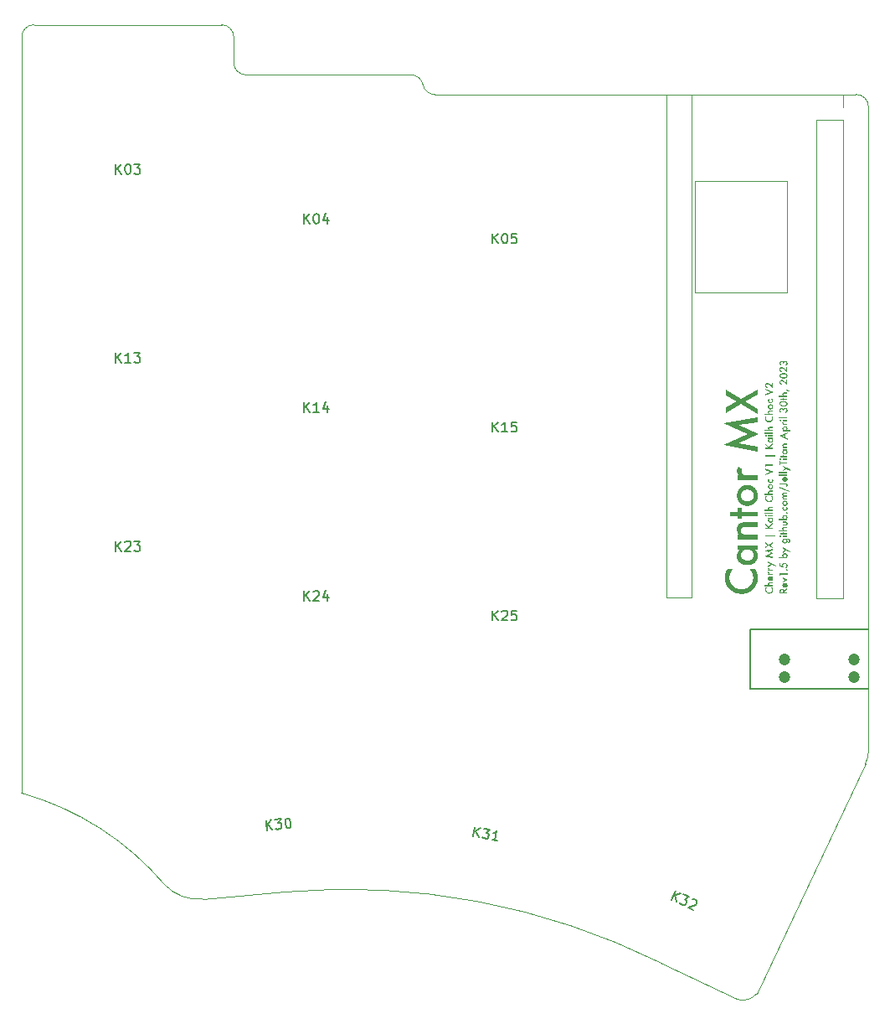
<source format=gto>
%TF.GenerationSoftware,KiCad,Pcbnew,(7.0.0-0)*%
%TF.CreationDate,2023-05-01T13:52:14-07:00*%
%TF.ProjectId,keyboard_pcb,6b657962-6f61-4726-945f-7063622e6b69,rev1.0*%
%TF.SameCoordinates,PX78114e0PY44b6550*%
%TF.FileFunction,Legend,Top*%
%TF.FilePolarity,Positive*%
%FSLAX46Y46*%
G04 Gerber Fmt 4.6, Leading zero omitted, Abs format (unit mm)*
G04 Created by KiCad (PCBNEW (7.0.0-0)) date 2023-05-01 13:52:14*
%MOMM*%
%LPD*%
G01*
G04 APERTURE LIST*
%ADD10C,0.187500*%
%ADD11C,0.600000*%
%ADD12C,0.125000*%
%ADD13C,0.150000*%
%ADD14C,0.120000*%
%ADD15C,1.200000*%
%TA.AperFunction,Profile*%
%ADD16C,0.100000*%
%TD*%
%TA.AperFunction,Profile*%
%ADD17C,0.120000*%
%TD*%
G04 APERTURE END LIST*
D10*
G36*
X66760000Y-27278197D02*
G01*
X66431737Y-27506442D01*
X66431737Y-27528241D01*
X66760000Y-27528241D01*
X66760000Y-27646210D01*
X65962791Y-27646210D01*
X65962791Y-27528241D01*
X66080027Y-27528241D01*
X66327690Y-27528241D01*
X66327690Y-27489956D01*
X66327565Y-27479418D01*
X66327190Y-27469216D01*
X66326566Y-27459347D01*
X66325692Y-27449813D01*
X66324568Y-27440614D01*
X66323195Y-27431749D01*
X66321571Y-27423219D01*
X66319698Y-27415023D01*
X66317576Y-27407162D01*
X66315203Y-27399635D01*
X66312581Y-27392443D01*
X66309709Y-27385585D01*
X66303216Y-27372873D01*
X66295724Y-27361499D01*
X66287234Y-27351464D01*
X66277744Y-27342766D01*
X66267255Y-27335407D01*
X66255768Y-27329385D01*
X66243281Y-27324702D01*
X66229796Y-27321357D01*
X66215312Y-27319350D01*
X66207695Y-27318848D01*
X66199829Y-27318681D01*
X66192458Y-27318843D01*
X66178419Y-27320146D01*
X66165316Y-27322750D01*
X66153148Y-27326657D01*
X66141917Y-27331866D01*
X66131621Y-27338378D01*
X66122262Y-27346192D01*
X66113838Y-27355308D01*
X66106351Y-27365727D01*
X66099799Y-27377447D01*
X66094184Y-27390470D01*
X66091727Y-27397470D01*
X66089504Y-27404796D01*
X66087515Y-27412447D01*
X66085760Y-27420424D01*
X66084239Y-27428726D01*
X66082952Y-27437354D01*
X66081899Y-27446307D01*
X66081080Y-27455586D01*
X66080495Y-27465191D01*
X66080144Y-27475121D01*
X66080027Y-27485376D01*
X66080027Y-27528241D01*
X65962791Y-27528241D01*
X65962791Y-27505710D01*
X65962849Y-27495949D01*
X65963023Y-27486359D01*
X65963314Y-27476939D01*
X65963721Y-27467691D01*
X65964244Y-27458613D01*
X65964884Y-27449705D01*
X65965640Y-27440968D01*
X65966512Y-27432402D01*
X65967500Y-27424007D01*
X65968605Y-27415782D01*
X65969826Y-27407728D01*
X65971163Y-27399845D01*
X65972616Y-27392132D01*
X65974186Y-27384590D01*
X65975872Y-27377218D01*
X65977674Y-27370017D01*
X65981628Y-27356128D01*
X65986046Y-27342921D01*
X65990930Y-27330396D01*
X65996279Y-27318555D01*
X66002093Y-27307396D01*
X66008372Y-27296919D01*
X66015116Y-27287125D01*
X66022325Y-27278014D01*
X66030734Y-27268653D01*
X66039475Y-27259896D01*
X66048549Y-27251743D01*
X66057954Y-27244194D01*
X66067691Y-27237249D01*
X66077761Y-27230908D01*
X66088162Y-27225170D01*
X66098895Y-27220037D01*
X66109961Y-27215508D01*
X66121358Y-27211582D01*
X66133087Y-27208260D01*
X66145149Y-27205543D01*
X66157542Y-27203429D01*
X66170268Y-27201919D01*
X66183325Y-27201013D01*
X66196714Y-27200711D01*
X66207222Y-27200899D01*
X66217543Y-27201464D01*
X66227676Y-27202405D01*
X66237621Y-27203722D01*
X66247379Y-27205416D01*
X66256950Y-27207486D01*
X66266333Y-27209933D01*
X66275529Y-27212756D01*
X66284537Y-27215955D01*
X66293357Y-27219530D01*
X66301990Y-27223482D01*
X66310436Y-27227811D01*
X66318694Y-27232516D01*
X66326765Y-27237597D01*
X66334648Y-27243054D01*
X66342344Y-27248888D01*
X66349775Y-27255031D01*
X66356864Y-27261413D01*
X66363611Y-27268036D01*
X66370016Y-27274900D01*
X66376079Y-27282004D01*
X66381800Y-27289349D01*
X66387179Y-27296933D01*
X66392216Y-27304759D01*
X66396910Y-27312824D01*
X66401263Y-27321131D01*
X66405274Y-27329677D01*
X66408942Y-27338464D01*
X66412269Y-27347492D01*
X66415254Y-27356760D01*
X66417896Y-27366268D01*
X66420197Y-27376017D01*
X66760000Y-27131102D01*
X66760000Y-27278197D01*
G37*
G36*
X66633759Y-26597378D02*
G01*
X66640682Y-26601704D01*
X66647412Y-26606076D01*
X66653948Y-26610493D01*
X66660292Y-26614955D01*
X66666442Y-26619461D01*
X66672399Y-26624014D01*
X66678163Y-26628611D01*
X66685547Y-26634810D01*
X66692588Y-26641090D01*
X66699263Y-26647424D01*
X66705640Y-26653878D01*
X66711720Y-26660453D01*
X66717501Y-26667148D01*
X66722985Y-26673962D01*
X66728172Y-26680898D01*
X66733060Y-26687953D01*
X66737651Y-26695129D01*
X66741902Y-26702436D01*
X66745860Y-26709886D01*
X66749527Y-26717480D01*
X66752901Y-26725216D01*
X66755984Y-26733096D01*
X66758774Y-26741119D01*
X66761273Y-26749285D01*
X66763480Y-26757594D01*
X66765412Y-26766017D01*
X66767086Y-26774618D01*
X66768503Y-26783397D01*
X66769662Y-26792353D01*
X66770564Y-26801486D01*
X66771208Y-26810797D01*
X66771594Y-26820285D01*
X66771723Y-26829951D01*
X66771443Y-26843815D01*
X66770601Y-26857334D01*
X66769199Y-26870508D01*
X66767235Y-26883337D01*
X66764711Y-26895821D01*
X66761625Y-26907960D01*
X66757979Y-26919755D01*
X66753771Y-26931205D01*
X66749003Y-26942309D01*
X66743673Y-26953069D01*
X66737783Y-26963484D01*
X66731331Y-26973554D01*
X66724319Y-26983279D01*
X66716746Y-26992659D01*
X66708611Y-27001695D01*
X66699916Y-27010385D01*
X66690688Y-27018615D01*
X66681094Y-27026313D01*
X66671133Y-27033481D01*
X66660806Y-27040118D01*
X66650113Y-27046224D01*
X66639053Y-27051799D01*
X66627628Y-27056842D01*
X66615835Y-27061355D01*
X66603676Y-27065338D01*
X66591151Y-27068789D01*
X66578260Y-27071709D01*
X66565002Y-27074098D01*
X66551378Y-27075956D01*
X66537387Y-27077284D01*
X66523031Y-27078080D01*
X66508307Y-27078346D01*
X66500944Y-27078281D01*
X66486483Y-27077768D01*
X66472375Y-27076740D01*
X66458620Y-27075199D01*
X66445219Y-27073144D01*
X66432172Y-27070575D01*
X66419478Y-27067492D01*
X66407138Y-27063896D01*
X66395151Y-27059786D01*
X66383517Y-27055162D01*
X66372237Y-27050024D01*
X66361311Y-27044373D01*
X66350738Y-27038207D01*
X66340518Y-27031528D01*
X66330652Y-27024336D01*
X66321139Y-27016629D01*
X66316516Y-27012583D01*
X66307754Y-27004103D01*
X66299557Y-26995287D01*
X66291925Y-26986134D01*
X66284859Y-26976645D01*
X66278359Y-26966820D01*
X66272423Y-26956658D01*
X66267053Y-26946160D01*
X66262248Y-26935326D01*
X66258008Y-26924156D01*
X66254334Y-26912649D01*
X66251225Y-26900806D01*
X66248681Y-26888626D01*
X66246702Y-26876110D01*
X66245289Y-26863258D01*
X66244441Y-26850070D01*
X66244159Y-26836545D01*
X66244218Y-26833614D01*
X66348206Y-26833614D01*
X66348444Y-26841486D01*
X66349159Y-26849165D01*
X66350351Y-26856650D01*
X66352019Y-26863942D01*
X66354163Y-26871041D01*
X66354984Y-26873365D01*
X66357663Y-26880187D01*
X66361309Y-26887853D01*
X66365517Y-26895204D01*
X66370285Y-26902239D01*
X66374035Y-26907070D01*
X66379658Y-26913449D01*
X66384883Y-26918610D01*
X66390482Y-26923487D01*
X66396454Y-26928081D01*
X66402800Y-26932391D01*
X66403893Y-26933082D01*
X66410587Y-26936955D01*
X66417615Y-26940467D01*
X66424978Y-26943618D01*
X66432676Y-26946409D01*
X66440709Y-26948839D01*
X66443461Y-26949569D01*
X66443461Y-26716744D01*
X66431926Y-26720034D01*
X66421135Y-26723860D01*
X66411089Y-26728220D01*
X66401787Y-26733116D01*
X66393229Y-26738547D01*
X66385415Y-26744513D01*
X66378345Y-26751015D01*
X66372020Y-26758052D01*
X66366438Y-26765624D01*
X66361601Y-26773731D01*
X66357508Y-26782373D01*
X66354159Y-26791551D01*
X66351555Y-26801264D01*
X66349694Y-26811512D01*
X66348578Y-26822296D01*
X66348206Y-26833614D01*
X66244218Y-26833614D01*
X66244436Y-26822895D01*
X66245266Y-26809606D01*
X66246651Y-26796677D01*
X66248589Y-26784109D01*
X66251082Y-26771902D01*
X66254128Y-26760055D01*
X66257728Y-26748569D01*
X66261881Y-26737444D01*
X66266589Y-26726679D01*
X66271851Y-26716275D01*
X66277666Y-26706231D01*
X66284035Y-26696548D01*
X66290958Y-26687226D01*
X66298435Y-26678264D01*
X66306466Y-26669663D01*
X66315050Y-26661423D01*
X66324033Y-26653704D01*
X66333443Y-26646482D01*
X66343279Y-26639759D01*
X66353541Y-26633534D01*
X66364230Y-26627806D01*
X66375346Y-26622577D01*
X66386888Y-26617846D01*
X66398856Y-26613613D01*
X66411251Y-26609877D01*
X66424072Y-26606640D01*
X66437320Y-26603901D01*
X66450994Y-26601660D01*
X66465095Y-26599917D01*
X66479622Y-26598672D01*
X66487046Y-26598236D01*
X66494576Y-26597925D01*
X66502213Y-26597738D01*
X66509956Y-26597676D01*
X66537250Y-26597676D01*
X66537250Y-26957262D01*
X66544664Y-26956547D01*
X66555422Y-26955023D01*
X66565746Y-26952957D01*
X66575635Y-26950351D01*
X66585090Y-26947204D01*
X66594110Y-26943516D01*
X66602695Y-26939287D01*
X66610845Y-26934518D01*
X66618561Y-26929207D01*
X66625842Y-26923355D01*
X66632688Y-26916962D01*
X66638941Y-26910123D01*
X66644578Y-26902934D01*
X66649601Y-26895393D01*
X66654009Y-26887501D01*
X66657801Y-26879259D01*
X66660979Y-26870665D01*
X66663541Y-26861720D01*
X66665489Y-26852425D01*
X66666822Y-26842778D01*
X66667539Y-26832781D01*
X66667676Y-26825921D01*
X66667500Y-26817914D01*
X66666974Y-26810175D01*
X66666096Y-26802703D01*
X66664380Y-26793156D01*
X66662041Y-26784084D01*
X66659077Y-26775487D01*
X66655489Y-26767366D01*
X66651277Y-26759719D01*
X66647709Y-26754296D01*
X66642145Y-26747215D01*
X66635527Y-26739894D01*
X66629873Y-26734245D01*
X66623626Y-26728461D01*
X66616787Y-26722541D01*
X66609355Y-26716486D01*
X66601331Y-26710297D01*
X66592714Y-26703971D01*
X66586641Y-26699680D01*
X66580304Y-26695328D01*
X66573703Y-26690915D01*
X66626643Y-26593096D01*
X66633759Y-26597378D01*
G37*
G36*
X66255882Y-26427683D02*
G01*
X66537800Y-26298539D01*
X66255882Y-26169762D01*
X66255882Y-26040069D01*
X66792240Y-26299455D01*
X66255882Y-26556826D01*
X66255882Y-26427683D01*
G37*
G36*
X66080027Y-25753572D02*
G01*
X66080027Y-25890409D01*
X65962791Y-25824830D01*
X65962791Y-25635603D01*
X66765861Y-25635603D01*
X66765861Y-25753572D01*
X66080027Y-25753572D01*
G37*
G36*
X66700832Y-25355701D02*
G01*
X66692147Y-25355195D01*
X66683837Y-25353679D01*
X66675904Y-25351153D01*
X66668345Y-25347615D01*
X66661163Y-25343067D01*
X66654356Y-25337508D01*
X66651739Y-25335001D01*
X66645776Y-25328283D01*
X66640823Y-25321180D01*
X66636881Y-25313693D01*
X66633950Y-25305821D01*
X66632030Y-25297564D01*
X66631120Y-25288923D01*
X66631039Y-25285359D01*
X66631545Y-25276516D01*
X66633061Y-25268075D01*
X66635588Y-25260036D01*
X66639125Y-25252400D01*
X66643673Y-25245167D01*
X66649232Y-25238336D01*
X66651739Y-25235717D01*
X66658409Y-25229753D01*
X66665481Y-25224801D01*
X66672956Y-25220859D01*
X66680833Y-25217928D01*
X66689113Y-25216007D01*
X66697796Y-25215098D01*
X66701381Y-25215017D01*
X66710330Y-25215522D01*
X66718859Y-25217038D01*
X66726967Y-25219565D01*
X66734655Y-25223103D01*
X66741922Y-25227651D01*
X66748769Y-25233210D01*
X66751390Y-25235717D01*
X66757248Y-25242241D01*
X66762113Y-25249223D01*
X66765985Y-25256660D01*
X66768864Y-25264553D01*
X66770750Y-25272903D01*
X66771644Y-25281709D01*
X66771723Y-25285359D01*
X66771231Y-25294457D01*
X66769755Y-25303090D01*
X66767296Y-25311258D01*
X66763852Y-25318961D01*
X66759425Y-25326199D01*
X66754013Y-25332972D01*
X66751573Y-25335551D01*
X66744973Y-25341356D01*
X66737881Y-25346177D01*
X66730297Y-25350014D01*
X66722221Y-25352867D01*
X66713653Y-25354737D01*
X66704593Y-25355622D01*
X66700832Y-25355701D01*
G37*
G36*
X66080027Y-24574246D02*
G01*
X66080027Y-24819527D01*
X66211003Y-24858545D01*
X66210271Y-24850991D01*
X66209643Y-24843209D01*
X66209537Y-24841692D01*
X66209125Y-24833998D01*
X66208988Y-24827037D01*
X66209292Y-24812706D01*
X66210204Y-24798701D01*
X66211725Y-24785023D01*
X66213853Y-24771670D01*
X66216590Y-24758644D01*
X66219936Y-24745945D01*
X66223889Y-24733571D01*
X66228451Y-24721524D01*
X66233621Y-24709803D01*
X66239399Y-24698409D01*
X66245785Y-24687341D01*
X66252780Y-24676599D01*
X66260382Y-24666183D01*
X66268593Y-24656094D01*
X66277413Y-24646331D01*
X66286840Y-24636894D01*
X66296673Y-24627844D01*
X66306847Y-24619377D01*
X66317361Y-24611495D01*
X66328216Y-24604196D01*
X66339412Y-24597481D01*
X66350948Y-24591350D01*
X66362825Y-24585803D01*
X66375042Y-24580840D01*
X66387600Y-24576461D01*
X66400499Y-24572666D01*
X66413738Y-24569454D01*
X66427318Y-24566827D01*
X66441238Y-24564783D01*
X66455499Y-24563324D01*
X66470101Y-24562448D01*
X66477529Y-24562229D01*
X66485043Y-24562156D01*
X66492797Y-24562238D01*
X66500465Y-24562485D01*
X66508048Y-24562896D01*
X66515546Y-24563472D01*
X66522958Y-24564213D01*
X66530284Y-24565118D01*
X66544680Y-24567422D01*
X66558735Y-24570385D01*
X66572447Y-24574005D01*
X66585817Y-24578284D01*
X66598845Y-24583222D01*
X66611531Y-24588817D01*
X66623875Y-24595071D01*
X66635877Y-24601984D01*
X66647537Y-24609554D01*
X66658855Y-24617783D01*
X66669831Y-24626670D01*
X66680465Y-24636216D01*
X66690757Y-24646420D01*
X66700561Y-24657124D01*
X66709733Y-24668170D01*
X66718273Y-24679558D01*
X66726179Y-24691288D01*
X66733454Y-24703360D01*
X66740096Y-24715774D01*
X66746105Y-24728530D01*
X66751482Y-24741629D01*
X66756226Y-24755069D01*
X66760337Y-24768851D01*
X66763816Y-24782975D01*
X66765319Y-24790166D01*
X66766663Y-24797442D01*
X66767849Y-24804803D01*
X66768877Y-24812250D01*
X66769746Y-24819783D01*
X66770458Y-24827401D01*
X66771012Y-24835104D01*
X66771407Y-24842893D01*
X66771644Y-24850768D01*
X66771723Y-24858728D01*
X66771583Y-24868531D01*
X66771162Y-24878204D01*
X66770461Y-24887747D01*
X66769479Y-24897159D01*
X66768217Y-24906440D01*
X66766674Y-24915591D01*
X66764851Y-24924611D01*
X66762747Y-24933500D01*
X66760363Y-24942259D01*
X66757698Y-24950888D01*
X66754753Y-24959385D01*
X66751527Y-24967753D01*
X66748021Y-24975989D01*
X66744234Y-24984095D01*
X66740167Y-24992071D01*
X66735819Y-24999915D01*
X66731191Y-25007630D01*
X66726283Y-25015213D01*
X66721093Y-25022666D01*
X66715624Y-25029989D01*
X66709873Y-25037181D01*
X66703843Y-25044242D01*
X66697532Y-25051173D01*
X66690940Y-25057973D01*
X66684068Y-25064642D01*
X66676915Y-25071181D01*
X66669482Y-25077589D01*
X66661768Y-25083867D01*
X66653774Y-25090014D01*
X66645499Y-25096031D01*
X66636944Y-25101917D01*
X66628108Y-25107672D01*
X66550622Y-25017363D01*
X66558534Y-25012690D01*
X66566150Y-25008013D01*
X66573469Y-25003331D01*
X66580492Y-24998644D01*
X66587219Y-24993954D01*
X66593650Y-24989259D01*
X66599785Y-24984560D01*
X66605623Y-24979857D01*
X66613825Y-24972794D01*
X66621360Y-24965721D01*
X66628229Y-24958639D01*
X66634431Y-24951547D01*
X66639967Y-24944445D01*
X66641664Y-24942076D01*
X66646312Y-24934816D01*
X66650504Y-24927257D01*
X66654238Y-24919399D01*
X66657515Y-24911241D01*
X66660334Y-24902784D01*
X66662697Y-24894027D01*
X66664602Y-24884971D01*
X66666050Y-24875615D01*
X66667041Y-24865960D01*
X66667574Y-24856005D01*
X66667676Y-24849202D01*
X66667476Y-24840317D01*
X66666877Y-24831614D01*
X66665879Y-24823092D01*
X66664481Y-24814753D01*
X66662685Y-24806594D01*
X66660489Y-24798618D01*
X66657893Y-24790824D01*
X66654899Y-24783211D01*
X66651505Y-24775780D01*
X66647712Y-24768531D01*
X66643519Y-24761463D01*
X66638928Y-24754577D01*
X66633937Y-24747873D01*
X66628546Y-24741351D01*
X66622757Y-24735010D01*
X66616568Y-24728852D01*
X66609931Y-24722951D01*
X66603118Y-24717431D01*
X66596129Y-24712292D01*
X66588965Y-24707534D01*
X66581624Y-24703156D01*
X66574107Y-24699159D01*
X66566414Y-24695542D01*
X66558545Y-24692307D01*
X66550500Y-24689452D01*
X66542279Y-24686977D01*
X66533882Y-24684884D01*
X66525309Y-24683171D01*
X66516560Y-24681838D01*
X66507635Y-24680886D01*
X66498533Y-24680315D01*
X66489256Y-24680125D01*
X66479749Y-24680313D01*
X66470463Y-24680878D01*
X66461397Y-24681819D01*
X66452551Y-24683136D01*
X66443926Y-24684830D01*
X66435521Y-24686900D01*
X66427336Y-24689346D01*
X66419372Y-24692169D01*
X66411629Y-24695369D01*
X66404105Y-24698944D01*
X66396802Y-24702896D01*
X66389720Y-24707225D01*
X66382858Y-24711929D01*
X66376216Y-24717011D01*
X66369794Y-24722468D01*
X66363593Y-24728302D01*
X66357471Y-24734418D01*
X66351744Y-24740721D01*
X66346411Y-24747212D01*
X66341474Y-24753890D01*
X66336932Y-24760756D01*
X66332784Y-24767809D01*
X66329032Y-24775050D01*
X66325675Y-24782478D01*
X66322712Y-24790094D01*
X66320145Y-24797897D01*
X66317972Y-24805888D01*
X66316195Y-24814066D01*
X66314813Y-24822431D01*
X66313825Y-24830984D01*
X66313233Y-24839725D01*
X66313035Y-24848653D01*
X66313313Y-24858641D01*
X66314148Y-24868456D01*
X66315540Y-24878098D01*
X66317489Y-24887567D01*
X66319994Y-24896863D01*
X66323056Y-24905986D01*
X66326674Y-24914935D01*
X66330850Y-24923712D01*
X66335582Y-24932315D01*
X66340870Y-24940745D01*
X66346716Y-24949001D01*
X66353118Y-24957085D01*
X66360076Y-24964996D01*
X66367592Y-24972733D01*
X66375664Y-24980297D01*
X66384293Y-24987688D01*
X66384293Y-25027072D01*
X65962791Y-24902508D01*
X65962791Y-24574246D01*
X66080027Y-24574246D01*
G37*
G36*
X66520539Y-23579095D02*
G01*
X66534474Y-23579876D01*
X66548096Y-23581178D01*
X66561407Y-23583002D01*
X66574406Y-23585346D01*
X66587093Y-23588211D01*
X66599468Y-23591597D01*
X66611530Y-23595504D01*
X66623281Y-23599932D01*
X66634720Y-23604880D01*
X66645847Y-23610350D01*
X66656662Y-23616341D01*
X66667165Y-23622852D01*
X66677356Y-23629885D01*
X66687235Y-23637438D01*
X66696802Y-23645512D01*
X66705874Y-23653937D01*
X66714361Y-23662634D01*
X66722263Y-23671603D01*
X66729580Y-23680844D01*
X66736311Y-23690356D01*
X66742457Y-23700141D01*
X66748018Y-23710197D01*
X66752993Y-23720525D01*
X66757383Y-23731126D01*
X66761187Y-23741998D01*
X66764407Y-23753142D01*
X66767041Y-23764558D01*
X66769089Y-23776246D01*
X66770553Y-23788206D01*
X66771430Y-23800437D01*
X66771723Y-23812941D01*
X66771465Y-23823563D01*
X66770690Y-23834041D01*
X66769398Y-23844377D01*
X66767590Y-23854569D01*
X66765265Y-23864618D01*
X66762424Y-23874524D01*
X66759066Y-23884287D01*
X66755191Y-23893907D01*
X66750800Y-23903384D01*
X66745892Y-23912718D01*
X66740467Y-23921908D01*
X66734526Y-23930956D01*
X66728068Y-23939860D01*
X66721093Y-23948622D01*
X66713602Y-23957240D01*
X66705594Y-23965715D01*
X66760000Y-23965715D01*
X66760000Y-24083684D01*
X65892449Y-24083684D01*
X65892449Y-23965715D01*
X66315966Y-23965715D01*
X66307271Y-23957103D01*
X66299136Y-23948350D01*
X66291563Y-23939455D01*
X66284550Y-23930418D01*
X66278099Y-23921239D01*
X66272208Y-23911919D01*
X66266879Y-23902458D01*
X66262110Y-23892854D01*
X66257903Y-23883109D01*
X66254257Y-23873222D01*
X66251171Y-23863194D01*
X66248647Y-23853023D01*
X66246683Y-23842712D01*
X66245281Y-23832258D01*
X66245260Y-23831992D01*
X66348206Y-23831992D01*
X66348380Y-23839688D01*
X66348902Y-23847205D01*
X66349771Y-23854543D01*
X66351727Y-23865214D01*
X66354466Y-23875483D01*
X66357987Y-23885350D01*
X66362290Y-23894814D01*
X66367376Y-23903876D01*
X66373245Y-23912535D01*
X66379896Y-23920791D01*
X66387329Y-23928645D01*
X66392719Y-23933658D01*
X66401196Y-23940565D01*
X66410140Y-23946793D01*
X66419550Y-23952342D01*
X66426083Y-23955664D01*
X66432824Y-23958683D01*
X66439772Y-23961401D01*
X66446927Y-23963817D01*
X66454290Y-23965930D01*
X66461861Y-23967742D01*
X66469639Y-23969252D01*
X66477624Y-23970460D01*
X66485818Y-23971366D01*
X66494218Y-23971970D01*
X66502826Y-23972272D01*
X66507208Y-23972309D01*
X66516184Y-23972161D01*
X66524931Y-23971714D01*
X66533449Y-23970970D01*
X66541738Y-23969928D01*
X66549798Y-23968588D01*
X66557629Y-23966951D01*
X66565231Y-23965016D01*
X66572604Y-23962784D01*
X66579748Y-23960254D01*
X66586663Y-23957426D01*
X66593350Y-23954300D01*
X66602949Y-23949054D01*
X66612034Y-23943138D01*
X66620604Y-23936552D01*
X66623346Y-23934207D01*
X66631268Y-23926818D01*
X66638411Y-23919007D01*
X66644775Y-23910774D01*
X66650359Y-23902119D01*
X66655165Y-23893042D01*
X66659191Y-23883544D01*
X66662437Y-23873624D01*
X66664905Y-23863282D01*
X66666593Y-23852518D01*
X66667286Y-23845107D01*
X66667632Y-23837510D01*
X66667676Y-23833640D01*
X66667286Y-23822792D01*
X66666117Y-23812298D01*
X66664169Y-23802159D01*
X66661442Y-23792373D01*
X66657935Y-23782942D01*
X66653649Y-23773864D01*
X66648584Y-23765141D01*
X66642740Y-23756773D01*
X66636116Y-23748758D01*
X66628714Y-23741098D01*
X66623346Y-23736188D01*
X66617625Y-23731418D01*
X66611731Y-23726957D01*
X66605661Y-23722803D01*
X66599417Y-23718957D01*
X66592999Y-23715419D01*
X66586406Y-23712188D01*
X66579638Y-23709265D01*
X66572696Y-23706649D01*
X66565579Y-23704342D01*
X66558287Y-23702342D01*
X66550821Y-23700650D01*
X66543181Y-23699265D01*
X66535365Y-23698188D01*
X66527375Y-23697419D01*
X66519211Y-23696957D01*
X66510872Y-23696803D01*
X66502023Y-23696953D01*
X66493384Y-23697402D01*
X66484953Y-23698149D01*
X66476731Y-23699196D01*
X66468718Y-23700542D01*
X66460915Y-23702187D01*
X66453320Y-23704131D01*
X66445934Y-23706375D01*
X66438757Y-23708917D01*
X66431789Y-23711759D01*
X66425029Y-23714899D01*
X66418479Y-23718339D01*
X66412138Y-23722078D01*
X66406006Y-23726115D01*
X66400082Y-23730452D01*
X66394368Y-23735088D01*
X66388778Y-23740018D01*
X66381069Y-23747694D01*
X66374172Y-23755708D01*
X66368086Y-23764060D01*
X66362812Y-23772750D01*
X66358349Y-23781779D01*
X66354698Y-23791145D01*
X66351858Y-23800850D01*
X66349829Y-23810892D01*
X66348612Y-23821273D01*
X66348206Y-23831992D01*
X66245260Y-23831992D01*
X66244439Y-23821663D01*
X66244159Y-23810926D01*
X66244453Y-23798600D01*
X66245338Y-23786534D01*
X66246812Y-23774729D01*
X66248876Y-23763184D01*
X66251529Y-23751900D01*
X66254772Y-23740876D01*
X66258604Y-23730113D01*
X66263026Y-23719610D01*
X66268038Y-23709367D01*
X66273639Y-23699385D01*
X66279830Y-23689664D01*
X66286611Y-23680203D01*
X66293981Y-23671002D01*
X66301941Y-23662062D01*
X66310491Y-23653382D01*
X66319630Y-23644963D01*
X66329139Y-23636955D01*
X66338935Y-23629464D01*
X66349020Y-23622489D01*
X66359392Y-23616032D01*
X66370051Y-23610090D01*
X66380999Y-23604666D01*
X66392233Y-23599758D01*
X66403756Y-23595366D01*
X66415566Y-23591492D01*
X66427664Y-23588133D01*
X66440050Y-23585292D01*
X66452723Y-23582967D01*
X66465684Y-23581159D01*
X66478932Y-23579867D01*
X66492468Y-23579092D01*
X66506292Y-23578834D01*
X66520539Y-23579095D01*
G37*
G36*
X66663829Y-23313403D02*
G01*
X66255882Y-23537984D01*
X66255882Y-23404262D01*
X66544028Y-23251488D01*
X66255882Y-23108972D01*
X66255882Y-22978729D01*
X67029644Y-23376601D01*
X67029644Y-23508309D01*
X66663829Y-23313403D01*
G37*
G36*
X66754052Y-22098760D02*
G01*
X66762495Y-22098871D01*
X66770676Y-22099057D01*
X66778592Y-22099318D01*
X66786246Y-22099653D01*
X66793636Y-22100062D01*
X66802504Y-22100678D01*
X66807627Y-22101104D01*
X66815881Y-22101840D01*
X66823813Y-22102674D01*
X66831423Y-22103607D01*
X66838711Y-22104639D01*
X66847031Y-22106006D01*
X66854888Y-22107515D01*
X66865358Y-22109990D01*
X66875541Y-22112880D01*
X66885438Y-22116185D01*
X66895048Y-22119906D01*
X66904371Y-22124042D01*
X66913408Y-22128593D01*
X66922158Y-22133560D01*
X66930622Y-22138942D01*
X66938799Y-22144740D01*
X66946690Y-22150953D01*
X66951791Y-22155326D01*
X66961219Y-22163949D01*
X66970038Y-22172966D01*
X66978249Y-22182376D01*
X66985852Y-22192180D01*
X66992846Y-22202377D01*
X66999233Y-22212968D01*
X67005011Y-22223952D01*
X67010181Y-22235331D01*
X67014742Y-22247102D01*
X67018696Y-22259267D01*
X67022041Y-22271826D01*
X67024778Y-22284778D01*
X67026907Y-22298124D01*
X67028427Y-22311863D01*
X67029339Y-22325996D01*
X67029644Y-22340523D01*
X67029433Y-22352819D01*
X67028799Y-22364840D01*
X67027744Y-22376587D01*
X67026266Y-22388059D01*
X67024366Y-22399256D01*
X67022044Y-22410178D01*
X67019300Y-22420825D01*
X67016134Y-22431198D01*
X67012545Y-22441296D01*
X67008535Y-22451119D01*
X67004102Y-22460667D01*
X66999247Y-22469941D01*
X66993970Y-22478940D01*
X66988270Y-22487664D01*
X66982149Y-22496113D01*
X66975605Y-22504288D01*
X66968499Y-22512358D01*
X66961059Y-22519990D01*
X66953284Y-22527184D01*
X66945174Y-22533940D01*
X66936729Y-22540259D01*
X66927949Y-22546139D01*
X66918834Y-22551582D01*
X66909385Y-22556586D01*
X66899600Y-22561153D01*
X66889481Y-22565282D01*
X66879026Y-22568972D01*
X66868237Y-22572225D01*
X66857113Y-22575040D01*
X66845654Y-22577417D01*
X66833861Y-22579357D01*
X66821732Y-22580858D01*
X66821732Y-22465087D01*
X66830756Y-22463304D01*
X66839237Y-22461251D01*
X66847174Y-22458930D01*
X66854567Y-22456340D01*
X66861417Y-22453480D01*
X66869213Y-22449528D01*
X66876161Y-22445155D01*
X66878702Y-22443288D01*
X66887082Y-22436338D01*
X66894638Y-22428815D01*
X66901370Y-22420719D01*
X66907278Y-22412050D01*
X66912361Y-22402807D01*
X66916620Y-22392992D01*
X66920055Y-22382603D01*
X66921887Y-22375359D01*
X66923352Y-22367860D01*
X66924451Y-22360106D01*
X66925184Y-22352097D01*
X66925550Y-22343834D01*
X66925596Y-22339607D01*
X66925444Y-22331876D01*
X66924986Y-22324390D01*
X66923158Y-22310155D01*
X66920109Y-22296901D01*
X66915842Y-22284629D01*
X66910355Y-22273339D01*
X66903649Y-22263031D01*
X66895723Y-22253705D01*
X66886578Y-22245360D01*
X66876214Y-22237997D01*
X66864631Y-22231615D01*
X66851828Y-22226216D01*
X66837806Y-22221798D01*
X66830338Y-22219957D01*
X66822565Y-22218362D01*
X66814487Y-22217012D01*
X66806104Y-22215908D01*
X66797417Y-22215048D01*
X66788424Y-22214435D01*
X66779127Y-22214067D01*
X66769525Y-22213944D01*
X66699366Y-22213944D01*
X66707951Y-22222566D01*
X66715981Y-22231352D01*
X66723458Y-22240301D01*
X66730381Y-22249413D01*
X66736750Y-22258688D01*
X66742566Y-22268126D01*
X66747827Y-22277727D01*
X66752535Y-22287492D01*
X66756689Y-22297419D01*
X66760289Y-22307510D01*
X66763335Y-22317764D01*
X66765827Y-22328181D01*
X66767765Y-22338761D01*
X66769150Y-22349505D01*
X66769981Y-22360411D01*
X66770258Y-22371481D01*
X66769970Y-22384022D01*
X66769107Y-22396276D01*
X66767669Y-22408242D01*
X66765655Y-22419921D01*
X66763066Y-22431312D01*
X66759902Y-22442415D01*
X66756163Y-22453231D01*
X66751848Y-22463759D01*
X66746958Y-22473999D01*
X66741492Y-22483952D01*
X66735452Y-22493617D01*
X66728836Y-22502994D01*
X66721644Y-22512084D01*
X66713878Y-22520886D01*
X66705536Y-22529400D01*
X66696618Y-22537627D01*
X66687131Y-22545524D01*
X66677353Y-22552911D01*
X66667284Y-22559789D01*
X66656925Y-22566157D01*
X66646276Y-22572016D01*
X66635335Y-22577366D01*
X66624105Y-22582206D01*
X66612584Y-22586536D01*
X66600772Y-22590358D01*
X66588670Y-22593669D01*
X66576277Y-22596471D01*
X66563594Y-22598764D01*
X66550620Y-22600547D01*
X66537356Y-22601821D01*
X66523801Y-22602585D01*
X66509956Y-22602840D01*
X66496482Y-22602603D01*
X66483263Y-22601892D01*
X66470298Y-22600708D01*
X66457589Y-22599050D01*
X66445134Y-22596918D01*
X66432934Y-22594313D01*
X66420988Y-22591234D01*
X66409297Y-22587681D01*
X66397861Y-22583655D01*
X66386680Y-22579155D01*
X66375754Y-22574181D01*
X66365082Y-22568733D01*
X66354665Y-22562812D01*
X66344502Y-22556417D01*
X66334595Y-22549549D01*
X66324942Y-22542206D01*
X66315160Y-22533891D01*
X66306008Y-22525248D01*
X66297488Y-22516277D01*
X66289599Y-22506978D01*
X66282341Y-22497352D01*
X66275715Y-22487398D01*
X66269719Y-22477116D01*
X66264354Y-22466506D01*
X66259621Y-22455569D01*
X66255519Y-22444304D01*
X66252048Y-22432711D01*
X66249208Y-22420791D01*
X66246999Y-22408543D01*
X66245421Y-22395967D01*
X66244474Y-22383063D01*
X66244159Y-22369832D01*
X66244434Y-22358232D01*
X66245177Y-22348033D01*
X66348206Y-22348033D01*
X66348394Y-22356055D01*
X66348959Y-22363864D01*
X66349900Y-22371460D01*
X66351217Y-22378842D01*
X66352911Y-22386011D01*
X66356157Y-22396365D01*
X66360250Y-22406239D01*
X66365190Y-22415634D01*
X66370977Y-22424548D01*
X66377611Y-22432983D01*
X66385091Y-22440938D01*
X66390549Y-22445975D01*
X66396383Y-22450799D01*
X66404713Y-22456888D01*
X66413490Y-22462378D01*
X66422714Y-22467269D01*
X66432387Y-22471561D01*
X66442507Y-22475254D01*
X66453074Y-22478349D01*
X66460368Y-22480079D01*
X66467860Y-22481543D01*
X66475552Y-22482741D01*
X66483442Y-22483673D01*
X66491532Y-22484338D01*
X66499820Y-22484737D01*
X66508307Y-22484870D01*
X66516661Y-22484737D01*
X66524825Y-22484338D01*
X66532799Y-22483673D01*
X66540582Y-22482741D01*
X66548174Y-22481543D01*
X66555577Y-22480079D01*
X66562789Y-22478349D01*
X66573250Y-22475254D01*
X66583283Y-22471561D01*
X66592888Y-22467269D01*
X66602064Y-22462378D01*
X66610812Y-22456888D01*
X66619132Y-22450799D01*
X66624833Y-22446039D01*
X66632695Y-22438485D01*
X66639729Y-22430431D01*
X66645936Y-22421878D01*
X66651315Y-22412826D01*
X66655866Y-22403275D01*
X66659590Y-22393225D01*
X66662486Y-22382676D01*
X66663957Y-22375366D01*
X66665061Y-22367834D01*
X66665796Y-22360080D01*
X66666164Y-22352104D01*
X66666210Y-22348033D01*
X66666024Y-22339965D01*
X66665466Y-22332108D01*
X66664536Y-22324463D01*
X66663234Y-22317030D01*
X66661559Y-22309808D01*
X66658350Y-22299373D01*
X66654303Y-22289415D01*
X66649420Y-22279933D01*
X66643699Y-22270928D01*
X66637141Y-22262399D01*
X66629746Y-22254347D01*
X66624350Y-22249244D01*
X66618583Y-22244352D01*
X66610263Y-22238100D01*
X66601515Y-22232462D01*
X66592338Y-22227439D01*
X66582734Y-22223032D01*
X66572701Y-22219239D01*
X66562239Y-22216061D01*
X66555027Y-22214285D01*
X66547625Y-22212781D01*
X66540032Y-22211551D01*
X66532249Y-22210595D01*
X66524276Y-22209911D01*
X66516112Y-22209501D01*
X66507758Y-22209364D01*
X66498828Y-22209515D01*
X66490126Y-22209966D01*
X66481654Y-22210717D01*
X66473411Y-22211769D01*
X66465397Y-22213121D01*
X66457612Y-22214774D01*
X66450055Y-22216728D01*
X66442728Y-22218982D01*
X66435630Y-22221536D01*
X66428760Y-22224391D01*
X66422120Y-22227547D01*
X66412589Y-22232844D01*
X66403573Y-22238817D01*
X66395072Y-22245466D01*
X66392353Y-22247833D01*
X66384463Y-22255374D01*
X66377350Y-22263299D01*
X66371012Y-22271608D01*
X66365451Y-22280299D01*
X66360665Y-22289373D01*
X66356656Y-22298831D01*
X66353423Y-22308672D01*
X66350965Y-22318896D01*
X66349284Y-22329503D01*
X66348379Y-22340494D01*
X66348206Y-22348033D01*
X66245177Y-22348033D01*
X66245261Y-22346880D01*
X66246638Y-22335775D01*
X66248566Y-22324918D01*
X66251046Y-22314309D01*
X66254076Y-22303947D01*
X66257658Y-22293832D01*
X66261790Y-22283965D01*
X66266473Y-22274346D01*
X66271707Y-22264975D01*
X66277493Y-22255851D01*
X66283829Y-22246974D01*
X66290716Y-22238345D01*
X66298154Y-22229964D01*
X66306144Y-22221830D01*
X66314684Y-22213944D01*
X66258080Y-22213944D01*
X66258080Y-22098722D01*
X66745345Y-22098722D01*
X66754052Y-22098760D01*
G37*
G36*
X66255882Y-21833475D02*
G01*
X66760000Y-21833475D01*
X66760000Y-21951444D01*
X66255882Y-21951444D01*
X66255882Y-21833475D01*
G37*
G36*
X66049986Y-21963168D02*
G01*
X66042424Y-21962818D01*
X66035125Y-21961771D01*
X66026372Y-21959479D01*
X66018030Y-21956097D01*
X66010100Y-21951623D01*
X66004052Y-21947258D01*
X65998268Y-21942194D01*
X65996863Y-21940819D01*
X65991625Y-21935052D01*
X65987085Y-21929016D01*
X65983244Y-21922710D01*
X65979425Y-21914450D01*
X65976697Y-21905769D01*
X65975300Y-21898522D01*
X65974602Y-21891006D01*
X65974515Y-21887147D01*
X65974864Y-21879370D01*
X65975911Y-21871886D01*
X65977657Y-21864693D01*
X65980822Y-21856113D01*
X65984139Y-21849577D01*
X65988155Y-21843333D01*
X65992869Y-21837381D01*
X65996863Y-21833108D01*
X66002470Y-21827870D01*
X66008392Y-21823331D01*
X66016237Y-21818639D01*
X66024574Y-21815038D01*
X66031598Y-21812943D01*
X66038937Y-21811546D01*
X66046590Y-21810847D01*
X66050535Y-21810760D01*
X66058352Y-21811109D01*
X66065865Y-21812157D01*
X66073075Y-21813903D01*
X66081661Y-21817067D01*
X66089773Y-21821323D01*
X66095921Y-21825513D01*
X66101765Y-21830402D01*
X66104574Y-21833108D01*
X66109812Y-21838713D01*
X66114351Y-21844626D01*
X66119043Y-21852452D01*
X66122644Y-21860762D01*
X66125154Y-21869554D01*
X66126376Y-21876936D01*
X66126900Y-21884627D01*
X66126922Y-21886598D01*
X66126576Y-21894377D01*
X66125537Y-21901870D01*
X66123805Y-21909077D01*
X66121381Y-21915998D01*
X66118264Y-21922633D01*
X66114454Y-21928981D01*
X66109952Y-21935043D01*
X66104757Y-21940819D01*
X66099013Y-21946057D01*
X66092953Y-21950597D01*
X66086579Y-21954438D01*
X66079890Y-21957581D01*
X66072886Y-21960025D01*
X66065567Y-21961771D01*
X66057934Y-21962818D01*
X66049986Y-21963168D01*
G37*
G36*
X66361395Y-21572623D02*
G01*
X66760000Y-21572623D01*
X66760000Y-21690593D01*
X66361395Y-21690593D01*
X66361395Y-21737487D01*
X66257348Y-21737487D01*
X66257348Y-21690593D01*
X66068304Y-21690593D01*
X66068304Y-21572623D01*
X66257348Y-21572623D01*
X66257348Y-21479567D01*
X66361395Y-21479567D01*
X66361395Y-21572623D01*
G37*
G36*
X65892449Y-21382847D02*
G01*
X65892449Y-21264877D01*
X66299480Y-21264877D01*
X66292781Y-21257089D01*
X66286514Y-21249201D01*
X66280679Y-21241215D01*
X66275277Y-21233130D01*
X66270306Y-21224946D01*
X66265768Y-21216663D01*
X66261663Y-21208282D01*
X66257989Y-21199802D01*
X66254747Y-21191223D01*
X66251938Y-21182546D01*
X66249561Y-21173769D01*
X66247616Y-21164894D01*
X66246103Y-21155921D01*
X66245023Y-21146848D01*
X66244375Y-21137677D01*
X66244159Y-21128407D01*
X66244374Y-21117893D01*
X66245020Y-21107647D01*
X66246097Y-21097669D01*
X66247605Y-21087958D01*
X66249543Y-21078515D01*
X66251912Y-21069339D01*
X66254712Y-21060431D01*
X66257943Y-21051791D01*
X66261605Y-21043418D01*
X66265697Y-21035313D01*
X66270220Y-21027475D01*
X66275174Y-21019906D01*
X66280558Y-21012603D01*
X66286374Y-21005569D01*
X66292620Y-20998802D01*
X66299296Y-20992302D01*
X66305519Y-20987067D01*
X66312188Y-20982170D01*
X66319303Y-20977611D01*
X66326865Y-20973389D01*
X66334874Y-20969505D01*
X66343329Y-20965958D01*
X66352230Y-20962750D01*
X66361578Y-20959879D01*
X66371373Y-20957346D01*
X66381614Y-20955151D01*
X66392301Y-20953293D01*
X66403435Y-20951773D01*
X66415016Y-20950591D01*
X66427043Y-20949747D01*
X66439517Y-20949240D01*
X66452437Y-20949071D01*
X66760000Y-20949071D01*
X66760000Y-21067041D01*
X66462878Y-21067041D01*
X66455452Y-21067124D01*
X66444801Y-21067559D01*
X66434737Y-21068369D01*
X66425258Y-21069552D01*
X66416366Y-21071108D01*
X66408059Y-21073038D01*
X66400339Y-21075341D01*
X66393204Y-21078018D01*
X66384603Y-21082168D01*
X66377044Y-21086982D01*
X66375317Y-21088290D01*
X66368963Y-21093960D01*
X66363456Y-21100437D01*
X66358796Y-21107721D01*
X66354984Y-21115813D01*
X66352019Y-21124712D01*
X66350351Y-21131915D01*
X66349159Y-21139573D01*
X66348444Y-21147685D01*
X66348206Y-21156250D01*
X66348353Y-21163622D01*
X66349127Y-21174159D01*
X66350565Y-21184071D01*
X66352665Y-21193359D01*
X66355429Y-21202022D01*
X66358856Y-21210060D01*
X66362946Y-21217473D01*
X66367700Y-21224262D01*
X66373117Y-21230426D01*
X66379198Y-21235966D01*
X66385942Y-21240881D01*
X66393598Y-21245169D01*
X66402211Y-21249036D01*
X66411780Y-21252481D01*
X66422306Y-21255504D01*
X66429854Y-21257285D01*
X66437828Y-21258878D01*
X66446226Y-21260284D01*
X66455050Y-21261503D01*
X66464298Y-21262534D01*
X66473972Y-21263378D01*
X66484071Y-21264034D01*
X66494594Y-21264502D01*
X66505543Y-21264784D01*
X66516917Y-21264877D01*
X66760000Y-21264877D01*
X66760000Y-21382847D01*
X65892449Y-21382847D01*
G37*
G36*
X66255882Y-20689685D02*
G01*
X66543478Y-20689685D01*
X66551119Y-20689595D01*
X66558518Y-20689322D01*
X66572587Y-20688231D01*
X66585686Y-20686414D01*
X66597815Y-20683869D01*
X66608973Y-20680598D01*
X66619161Y-20676599D01*
X66628379Y-20671874D01*
X66636626Y-20666421D01*
X66643904Y-20660242D01*
X66650210Y-20653335D01*
X66655547Y-20645702D01*
X66659913Y-20637341D01*
X66663309Y-20628254D01*
X66665735Y-20618439D01*
X66667191Y-20607898D01*
X66667676Y-20596629D01*
X66667191Y-20585360D01*
X66665735Y-20574819D01*
X66663309Y-20565004D01*
X66659913Y-20555917D01*
X66655547Y-20547556D01*
X66650210Y-20539923D01*
X66643904Y-20533016D01*
X66636626Y-20526837D01*
X66628379Y-20521384D01*
X66619161Y-20516658D01*
X66608973Y-20512660D01*
X66597815Y-20509388D01*
X66585686Y-20506844D01*
X66572587Y-20505026D01*
X66558518Y-20503936D01*
X66551119Y-20503663D01*
X66543478Y-20503572D01*
X66255882Y-20503572D01*
X66255882Y-20385603D01*
X66546226Y-20385603D01*
X66553695Y-20385660D01*
X66561035Y-20385832D01*
X66571804Y-20386304D01*
X66582283Y-20387034D01*
X66592472Y-20388022D01*
X66602371Y-20389267D01*
X66611981Y-20390769D01*
X66621301Y-20392530D01*
X66630331Y-20394548D01*
X66639071Y-20396823D01*
X66647521Y-20399356D01*
X66650273Y-20400258D01*
X66657522Y-20403088D01*
X66664635Y-20406288D01*
X66671612Y-20409858D01*
X66678455Y-20413799D01*
X66685162Y-20418110D01*
X66691734Y-20422791D01*
X66698171Y-20427843D01*
X66704472Y-20433265D01*
X66710639Y-20439057D01*
X66716670Y-20445220D01*
X66720615Y-20449534D01*
X66726804Y-20456891D01*
X66732594Y-20464492D01*
X66737984Y-20472336D01*
X66742975Y-20480423D01*
X66747567Y-20488753D01*
X66751759Y-20497327D01*
X66755552Y-20506144D01*
X66758946Y-20515204D01*
X66761941Y-20524508D01*
X66764536Y-20534055D01*
X66766732Y-20543845D01*
X66768529Y-20553879D01*
X66769926Y-20564156D01*
X66770925Y-20574676D01*
X66771524Y-20585439D01*
X66771723Y-20596446D01*
X66771524Y-20607430D01*
X66770925Y-20618173D01*
X66769926Y-20628674D01*
X66768529Y-20638933D01*
X66766732Y-20648950D01*
X66764536Y-20658725D01*
X66761941Y-20668258D01*
X66758946Y-20677550D01*
X66755552Y-20686599D01*
X66751759Y-20695407D01*
X66747567Y-20703973D01*
X66742975Y-20712297D01*
X66737984Y-20720379D01*
X66732594Y-20728220D01*
X66726804Y-20735818D01*
X66720615Y-20743175D01*
X66714674Y-20749654D01*
X66708598Y-20755767D01*
X66702387Y-20761513D01*
X66696040Y-20766891D01*
X66689558Y-20771902D01*
X66682941Y-20776547D01*
X66676189Y-20780824D01*
X66669301Y-20784734D01*
X66662279Y-20788277D01*
X66655121Y-20791453D01*
X66650273Y-20793367D01*
X66640994Y-20796715D01*
X66633336Y-20798934D01*
X66625079Y-20800901D01*
X66616223Y-20802618D01*
X66606768Y-20804083D01*
X66596714Y-20805297D01*
X66586061Y-20806259D01*
X66578626Y-20806762D01*
X66570925Y-20807152D01*
X66562958Y-20807432D01*
X66554725Y-20807599D01*
X66546226Y-20807655D01*
X66255882Y-20807655D01*
X66255882Y-20689685D01*
G37*
G36*
X66520539Y-19731537D02*
G01*
X66534474Y-19732318D01*
X66548096Y-19733621D01*
X66561407Y-19735444D01*
X66574406Y-19737788D01*
X66587093Y-19740653D01*
X66599468Y-19744039D01*
X66611530Y-19747946D01*
X66623281Y-19752374D01*
X66634720Y-19757323D01*
X66645847Y-19762792D01*
X66656662Y-19768783D01*
X66667165Y-19775295D01*
X66677356Y-19782327D01*
X66687235Y-19789881D01*
X66696802Y-19797955D01*
X66705874Y-19806380D01*
X66714361Y-19815077D01*
X66722263Y-19824045D01*
X66729580Y-19833286D01*
X66736311Y-19842799D01*
X66742457Y-19852583D01*
X66748018Y-19862640D01*
X66752993Y-19872968D01*
X66757383Y-19883568D01*
X66761187Y-19894440D01*
X66764407Y-19905584D01*
X66767041Y-19917000D01*
X66769089Y-19928688D01*
X66770553Y-19940648D01*
X66771430Y-19952880D01*
X66771723Y-19965383D01*
X66771465Y-19976005D01*
X66770690Y-19986484D01*
X66769398Y-19996819D01*
X66767590Y-20007011D01*
X66765265Y-20017061D01*
X66762424Y-20026967D01*
X66759066Y-20036730D01*
X66755191Y-20046350D01*
X66750800Y-20055827D01*
X66745892Y-20065160D01*
X66740467Y-20074351D01*
X66734526Y-20083398D01*
X66728068Y-20092303D01*
X66721093Y-20101064D01*
X66713602Y-20109682D01*
X66705594Y-20118157D01*
X66760000Y-20118157D01*
X66760000Y-20236127D01*
X65892449Y-20236127D01*
X65892449Y-20118157D01*
X66315966Y-20118157D01*
X66307271Y-20109546D01*
X66299136Y-20100792D01*
X66291563Y-20091897D01*
X66284550Y-20082860D01*
X66278099Y-20073682D01*
X66272208Y-20064362D01*
X66266879Y-20054900D01*
X66262110Y-20045297D01*
X66257903Y-20035551D01*
X66254257Y-20025665D01*
X66251171Y-20015636D01*
X66248647Y-20005466D01*
X66246683Y-19995154D01*
X66245281Y-19984700D01*
X66245260Y-19984434D01*
X66348206Y-19984434D01*
X66348380Y-19992130D01*
X66348902Y-19999647D01*
X66349771Y-20006985D01*
X66351727Y-20017657D01*
X66354466Y-20027926D01*
X66357987Y-20037792D01*
X66362290Y-20047256D01*
X66367376Y-20056318D01*
X66373245Y-20064977D01*
X66379896Y-20073234D01*
X66387329Y-20081088D01*
X66392719Y-20086100D01*
X66401196Y-20093008D01*
X66410140Y-20099236D01*
X66419550Y-20104784D01*
X66426083Y-20108106D01*
X66432824Y-20111126D01*
X66439772Y-20113843D01*
X66446927Y-20116259D01*
X66454290Y-20118373D01*
X66461861Y-20120185D01*
X66469639Y-20121694D01*
X66477624Y-20122902D01*
X66485818Y-20123808D01*
X66494218Y-20124412D01*
X66502826Y-20124714D01*
X66507208Y-20124752D01*
X66516184Y-20124603D01*
X66524931Y-20124156D01*
X66533449Y-20123412D01*
X66541738Y-20122370D01*
X66549798Y-20121031D01*
X66557629Y-20119394D01*
X66565231Y-20117459D01*
X66572604Y-20115226D01*
X66579748Y-20112696D01*
X66586663Y-20109868D01*
X66593350Y-20106743D01*
X66602949Y-20101496D01*
X66612034Y-20095580D01*
X66620604Y-20088994D01*
X66623346Y-20086650D01*
X66631268Y-20079261D01*
X66638411Y-20071449D01*
X66644775Y-20063216D01*
X66650359Y-20054562D01*
X66655165Y-20045485D01*
X66659191Y-20035986D01*
X66662437Y-20026066D01*
X66664905Y-20015724D01*
X66666593Y-20004960D01*
X66667286Y-19997550D01*
X66667632Y-19989952D01*
X66667676Y-19986083D01*
X66667286Y-19975235D01*
X66666117Y-19964741D01*
X66664169Y-19954601D01*
X66661442Y-19944815D01*
X66657935Y-19935384D01*
X66653649Y-19926307D01*
X66648584Y-19917584D01*
X66642740Y-19909215D01*
X66636116Y-19901201D01*
X66628714Y-19893540D01*
X66623346Y-19888630D01*
X66617625Y-19883861D01*
X66611731Y-19879399D01*
X66605661Y-19875246D01*
X66599417Y-19871399D01*
X66592999Y-19867861D01*
X66586406Y-19864630D01*
X66579638Y-19861707D01*
X66572696Y-19859092D01*
X66565579Y-19856784D01*
X66558287Y-19854784D01*
X66550821Y-19853092D01*
X66543181Y-19851707D01*
X66535365Y-19850630D01*
X66527375Y-19849861D01*
X66519211Y-19849400D01*
X66510872Y-19849246D01*
X66502023Y-19849395D01*
X66493384Y-19849844D01*
X66484953Y-19850592D01*
X66476731Y-19851639D01*
X66468718Y-19852985D01*
X66460915Y-19854630D01*
X66453320Y-19856574D01*
X66445934Y-19858817D01*
X66438757Y-19861359D01*
X66431789Y-19864201D01*
X66425029Y-19867342D01*
X66418479Y-19870781D01*
X66412138Y-19874520D01*
X66406006Y-19878558D01*
X66400082Y-19882895D01*
X66394368Y-19887531D01*
X66388778Y-19892460D01*
X66381069Y-19900136D01*
X66374172Y-19908150D01*
X66368086Y-19916502D01*
X66362812Y-19925193D01*
X66358349Y-19934221D01*
X66354698Y-19943587D01*
X66351858Y-19953292D01*
X66349829Y-19963335D01*
X66348612Y-19973715D01*
X66348206Y-19984434D01*
X66245260Y-19984434D01*
X66244439Y-19974105D01*
X66244159Y-19963368D01*
X66244453Y-19951042D01*
X66245338Y-19938976D01*
X66246812Y-19927171D01*
X66248876Y-19915626D01*
X66251529Y-19904342D01*
X66254772Y-19893318D01*
X66258604Y-19882555D01*
X66263026Y-19872052D01*
X66268038Y-19861810D01*
X66273639Y-19851828D01*
X66279830Y-19842106D01*
X66286611Y-19832645D01*
X66293981Y-19823444D01*
X66301941Y-19814504D01*
X66310491Y-19805825D01*
X66319630Y-19797405D01*
X66329139Y-19789398D01*
X66338935Y-19781906D01*
X66349020Y-19774932D01*
X66359392Y-19768474D01*
X66370051Y-19762533D01*
X66380999Y-19757108D01*
X66392233Y-19752200D01*
X66403756Y-19747809D01*
X66415566Y-19743934D01*
X66427664Y-19740576D01*
X66440050Y-19737734D01*
X66452723Y-19735410D01*
X66465684Y-19733601D01*
X66478932Y-19732310D01*
X66492468Y-19731535D01*
X66506292Y-19731277D01*
X66520539Y-19731537D01*
G37*
G36*
X66700832Y-19583265D02*
G01*
X66692147Y-19582760D01*
X66683837Y-19581244D01*
X66675904Y-19578717D01*
X66668345Y-19575180D01*
X66661163Y-19570631D01*
X66654356Y-19565072D01*
X66651739Y-19562566D01*
X66645776Y-19555848D01*
X66640823Y-19548745D01*
X66636881Y-19541257D01*
X66633950Y-19533385D01*
X66632030Y-19525129D01*
X66631120Y-19516488D01*
X66631039Y-19512923D01*
X66631545Y-19504080D01*
X66633061Y-19495639D01*
X66635588Y-19487601D01*
X66639125Y-19479965D01*
X66643673Y-19472732D01*
X66649232Y-19465901D01*
X66651739Y-19463281D01*
X66658409Y-19457318D01*
X66665481Y-19452365D01*
X66672956Y-19448423D01*
X66680833Y-19445492D01*
X66689113Y-19443572D01*
X66697796Y-19442662D01*
X66701381Y-19442581D01*
X66710330Y-19443087D01*
X66718859Y-19444603D01*
X66726967Y-19447130D01*
X66734655Y-19450667D01*
X66741922Y-19455216D01*
X66748769Y-19460774D01*
X66751390Y-19463281D01*
X66757248Y-19469806D01*
X66762113Y-19476787D01*
X66765985Y-19484224D01*
X66768864Y-19492118D01*
X66770750Y-19500468D01*
X66771644Y-19509273D01*
X66771723Y-19512923D01*
X66771231Y-19522022D01*
X66769755Y-19530655D01*
X66767296Y-19538823D01*
X66763852Y-19546526D01*
X66759425Y-19553764D01*
X66754013Y-19560536D01*
X66751573Y-19563115D01*
X66744973Y-19568920D01*
X66737881Y-19573741D01*
X66730297Y-19577579D01*
X66722221Y-19580432D01*
X66713653Y-19582301D01*
X66704593Y-19583187D01*
X66700832Y-19583265D01*
G37*
G36*
X66279513Y-18895966D02*
G01*
X66432470Y-18895966D01*
X66426589Y-18900855D01*
X66420944Y-18905678D01*
X66412919Y-18912785D01*
X66405425Y-18919740D01*
X66398463Y-18926545D01*
X66392032Y-18933198D01*
X66386133Y-18939699D01*
X66380765Y-18946050D01*
X66375928Y-18952249D01*
X66371622Y-18958297D01*
X66366707Y-18966125D01*
X66362371Y-18973941D01*
X66358613Y-18982096D01*
X66355433Y-18990588D01*
X66352831Y-18999418D01*
X66350808Y-19008586D01*
X66349362Y-19018091D01*
X66348658Y-19025442D01*
X66348278Y-19032983D01*
X66348206Y-19038115D01*
X66348384Y-19046091D01*
X66348919Y-19053898D01*
X66349810Y-19061535D01*
X66351057Y-19069004D01*
X66352660Y-19076305D01*
X66354620Y-19083436D01*
X66356937Y-19090398D01*
X66361079Y-19100525D01*
X66366023Y-19110272D01*
X66371769Y-19119639D01*
X66376046Y-19125672D01*
X66380678Y-19131537D01*
X66385667Y-19137233D01*
X66391012Y-19142760D01*
X66393818Y-19145460D01*
X66399587Y-19150651D01*
X66405536Y-19155506D01*
X66411666Y-19160027D01*
X66417976Y-19164213D01*
X66424466Y-19168064D01*
X66431136Y-19171581D01*
X66437987Y-19174762D01*
X66445018Y-19177609D01*
X66452229Y-19180120D01*
X66459621Y-19182297D01*
X66467193Y-19184139D01*
X66474945Y-19185646D01*
X66482878Y-19186818D01*
X66490991Y-19187655D01*
X66499284Y-19188157D01*
X66507758Y-19188325D01*
X66516407Y-19188164D01*
X66524862Y-19187681D01*
X66533123Y-19186876D01*
X66541188Y-19185749D01*
X66549060Y-19184300D01*
X66556736Y-19182529D01*
X66564218Y-19180436D01*
X66571505Y-19178021D01*
X66578598Y-19175284D01*
X66585496Y-19172225D01*
X66592199Y-19168844D01*
X66598708Y-19165141D01*
X66605022Y-19161116D01*
X66611141Y-19156769D01*
X66617066Y-19152100D01*
X66622796Y-19147109D01*
X66628231Y-19141777D01*
X66633315Y-19136269D01*
X66638048Y-19130586D01*
X66644491Y-19121730D01*
X66650145Y-19112479D01*
X66655009Y-19102831D01*
X66659085Y-19092787D01*
X66662373Y-19082348D01*
X66664126Y-19075168D01*
X66665528Y-19067812D01*
X66666580Y-19060280D01*
X66667281Y-19052572D01*
X66667632Y-19044688D01*
X66667676Y-19040680D01*
X66667520Y-19033004D01*
X66667051Y-19025503D01*
X66666270Y-19018175D01*
X66664743Y-19008676D01*
X66662661Y-18999485D01*
X66660023Y-18990604D01*
X66656831Y-18982031D01*
X66653082Y-18973768D01*
X66649907Y-18967773D01*
X66645004Y-18959960D01*
X66640662Y-18953881D01*
X66635750Y-18947616D01*
X66630268Y-18941164D01*
X66624216Y-18934526D01*
X66617594Y-18927701D01*
X66610402Y-18920688D01*
X66602640Y-18913490D01*
X66597149Y-18908587D01*
X66591404Y-18903601D01*
X66585407Y-18898532D01*
X66582313Y-18895966D01*
X66734904Y-18895966D01*
X66739362Y-18904691D01*
X66743533Y-18913420D01*
X66747416Y-18922151D01*
X66751012Y-18930885D01*
X66754320Y-18939622D01*
X66757340Y-18948362D01*
X66760073Y-18957104D01*
X66762518Y-18965850D01*
X66764676Y-18974598D01*
X66766545Y-18983350D01*
X66768127Y-18992104D01*
X66769422Y-19000861D01*
X66770429Y-19009621D01*
X66771148Y-19018383D01*
X66771579Y-19027149D01*
X66771723Y-19035917D01*
X66771430Y-19050173D01*
X66770553Y-19064136D01*
X66769089Y-19077805D01*
X66767041Y-19091181D01*
X66764407Y-19104263D01*
X66761187Y-19117053D01*
X66757383Y-19129548D01*
X66752993Y-19141751D01*
X66748018Y-19153660D01*
X66742457Y-19165275D01*
X66736311Y-19176597D01*
X66729580Y-19187626D01*
X66722263Y-19198362D01*
X66714361Y-19208804D01*
X66705874Y-19218953D01*
X66696802Y-19228808D01*
X66687248Y-19238191D01*
X66677407Y-19246969D01*
X66667281Y-19255141D01*
X66656868Y-19262708D01*
X66646169Y-19269670D01*
X66635184Y-19276026D01*
X66623912Y-19281777D01*
X66612355Y-19286922D01*
X66600511Y-19291463D01*
X66588381Y-19295398D01*
X66575964Y-19298727D01*
X66563262Y-19301451D01*
X66550273Y-19303570D01*
X66536998Y-19305083D01*
X66523437Y-19305991D01*
X66509590Y-19306294D01*
X66495780Y-19305987D01*
X66482241Y-19305066D01*
X66468972Y-19303531D01*
X66455974Y-19301382D01*
X66443247Y-19298620D01*
X66430790Y-19295243D01*
X66418603Y-19291252D01*
X66406687Y-19286648D01*
X66395041Y-19281429D01*
X66383666Y-19275597D01*
X66372561Y-19269150D01*
X66361727Y-19262090D01*
X66351163Y-19254416D01*
X66340870Y-19246127D01*
X66330847Y-19237225D01*
X66321095Y-19227709D01*
X66311779Y-19217746D01*
X66303063Y-19207504D01*
X66294949Y-19196984D01*
X66287435Y-19186184D01*
X66280523Y-19175105D01*
X66274212Y-19163747D01*
X66268502Y-19152110D01*
X66263393Y-19140194D01*
X66258885Y-19127998D01*
X66254978Y-19115524D01*
X66251672Y-19102771D01*
X66248967Y-19089738D01*
X66246863Y-19076427D01*
X66245361Y-19062836D01*
X66244459Y-19048967D01*
X66244159Y-19034818D01*
X66244297Y-19025646D01*
X66244711Y-19016540D01*
X66245402Y-19007500D01*
X66246368Y-18998525D01*
X66247611Y-18989616D01*
X66249130Y-18980774D01*
X66250926Y-18971997D01*
X66252997Y-18963285D01*
X66255345Y-18954640D01*
X66257969Y-18946061D01*
X66260869Y-18937547D01*
X66264045Y-18929099D01*
X66267498Y-18920717D01*
X66271227Y-18912401D01*
X66275232Y-18904151D01*
X66279513Y-18895966D01*
G37*
G36*
X66522179Y-18277844D02*
G01*
X66535767Y-18278745D01*
X66549072Y-18280248D01*
X66562094Y-18282352D01*
X66574832Y-18285056D01*
X66587287Y-18288362D01*
X66599459Y-18292269D01*
X66611347Y-18296777D01*
X66622952Y-18301886D01*
X66634274Y-18307596D01*
X66645312Y-18313908D01*
X66656067Y-18320820D01*
X66666538Y-18328333D01*
X66676726Y-18336448D01*
X66686631Y-18345163D01*
X66696252Y-18354480D01*
X66705391Y-18364258D01*
X66713941Y-18374312D01*
X66721900Y-18384642D01*
X66729271Y-18395249D01*
X66736051Y-18406132D01*
X66742242Y-18417291D01*
X66747844Y-18428726D01*
X66752855Y-18440438D01*
X66757278Y-18452426D01*
X66761110Y-18464689D01*
X66764353Y-18477230D01*
X66767006Y-18490046D01*
X66769070Y-18503138D01*
X66770544Y-18516507D01*
X66771428Y-18530152D01*
X66771723Y-18544073D01*
X66771423Y-18557853D01*
X66770521Y-18571350D01*
X66769018Y-18584564D01*
X66766915Y-18597494D01*
X66764210Y-18610140D01*
X66760904Y-18622504D01*
X66756997Y-18634584D01*
X66752489Y-18646380D01*
X66747380Y-18657894D01*
X66741670Y-18669124D01*
X66735359Y-18680070D01*
X66728446Y-18690733D01*
X66720933Y-18701113D01*
X66712819Y-18711210D01*
X66704103Y-18721023D01*
X66694787Y-18730553D01*
X66685155Y-18739669D01*
X66675218Y-18748198D01*
X66664976Y-18756139D01*
X66654429Y-18763491D01*
X66643578Y-18770255D01*
X66632422Y-18776431D01*
X66620961Y-18782019D01*
X66609195Y-18787018D01*
X66597124Y-18791430D01*
X66584749Y-18795253D01*
X66572068Y-18798488D01*
X66559083Y-18801135D01*
X66545793Y-18803194D01*
X66532198Y-18804664D01*
X66518299Y-18805546D01*
X66504094Y-18805840D01*
X66490710Y-18805541D01*
X66477578Y-18804641D01*
X66464698Y-18803142D01*
X66452070Y-18801043D01*
X66439694Y-18798345D01*
X66427570Y-18795047D01*
X66415697Y-18791149D01*
X66404077Y-18786652D01*
X66392708Y-18781555D01*
X66381591Y-18775859D01*
X66370726Y-18769562D01*
X66360113Y-18762667D01*
X66349752Y-18755171D01*
X66339642Y-18747076D01*
X66329785Y-18738381D01*
X66320179Y-18729087D01*
X66310974Y-18719362D01*
X66302362Y-18709375D01*
X66294344Y-18699126D01*
X66286920Y-18688615D01*
X66280090Y-18677843D01*
X66273854Y-18666808D01*
X66268212Y-18655512D01*
X66263164Y-18643953D01*
X66258709Y-18632133D01*
X66254849Y-18620051D01*
X66251582Y-18607707D01*
X66248910Y-18595101D01*
X66246831Y-18582233D01*
X66245346Y-18569103D01*
X66244456Y-18555712D01*
X66244159Y-18542058D01*
X66244163Y-18541875D01*
X66348206Y-18541875D01*
X66348378Y-18549930D01*
X66348893Y-18557792D01*
X66349752Y-18565460D01*
X66350954Y-18572936D01*
X66352499Y-18580218D01*
X66354388Y-18587307D01*
X66357866Y-18597578D01*
X66362116Y-18607415D01*
X66367140Y-18616817D01*
X66372936Y-18625784D01*
X66379504Y-18634316D01*
X66386846Y-18642414D01*
X66392170Y-18647571D01*
X66397765Y-18652451D01*
X66403561Y-18657016D01*
X66409558Y-18661267D01*
X66415754Y-18665202D01*
X66422152Y-18668823D01*
X66428749Y-18672129D01*
X66435547Y-18675120D01*
X66442545Y-18677796D01*
X66449743Y-18680157D01*
X66457142Y-18682204D01*
X66464741Y-18683936D01*
X66472541Y-18685352D01*
X66480541Y-18686454D01*
X66488741Y-18687241D01*
X66497142Y-18687714D01*
X66505743Y-18687871D01*
X66514940Y-18687717D01*
X66523895Y-18687253D01*
X66532606Y-18686480D01*
X66541074Y-18685398D01*
X66549299Y-18684007D01*
X66557280Y-18682307D01*
X66565018Y-18680298D01*
X66572513Y-18677979D01*
X66579764Y-18675352D01*
X66586772Y-18672415D01*
X66593537Y-18669169D01*
X66600059Y-18665614D01*
X66606337Y-18661750D01*
X66612372Y-18657577D01*
X66620968Y-18650738D01*
X66623712Y-18648304D01*
X66629036Y-18643165D01*
X66636377Y-18635079D01*
X66642946Y-18626539D01*
X66648742Y-18617545D01*
X66653765Y-18608097D01*
X66658016Y-18598195D01*
X66661493Y-18587839D01*
X66663382Y-18580683D01*
X66664928Y-18573325D01*
X66666130Y-18565765D01*
X66666989Y-18558004D01*
X66667504Y-18550040D01*
X66667676Y-18541875D01*
X66667506Y-18533645D01*
X66666997Y-18525626D01*
X66666149Y-18517817D01*
X66664962Y-18510219D01*
X66663436Y-18502831D01*
X66661571Y-18495653D01*
X66658136Y-18485281D01*
X66653939Y-18475382D01*
X66648979Y-18465956D01*
X66643255Y-18457004D01*
X66636769Y-18448526D01*
X66629519Y-18440520D01*
X66624262Y-18435446D01*
X66618721Y-18430610D01*
X66612953Y-18426087D01*
X66603874Y-18419886D01*
X66597537Y-18416142D01*
X66590973Y-18412710D01*
X66584181Y-18409591D01*
X66577161Y-18406783D01*
X66569914Y-18404287D01*
X66562439Y-18402103D01*
X66554737Y-18400231D01*
X66546807Y-18398671D01*
X66538650Y-18397423D01*
X66530265Y-18396487D01*
X66521653Y-18395863D01*
X66512813Y-18395551D01*
X66508307Y-18395512D01*
X66499331Y-18395668D01*
X66490584Y-18396136D01*
X66482066Y-18396916D01*
X66473777Y-18398008D01*
X66465717Y-18399412D01*
X66457886Y-18401128D01*
X66450284Y-18403156D01*
X66442911Y-18405496D01*
X66435767Y-18408148D01*
X66428852Y-18411112D01*
X66422166Y-18414387D01*
X66415709Y-18417975D01*
X66409480Y-18421875D01*
X66403481Y-18426087D01*
X66397711Y-18430610D01*
X66392170Y-18435446D01*
X66386846Y-18440585D01*
X66379504Y-18448670D01*
X66372936Y-18457210D01*
X66367140Y-18466204D01*
X66362116Y-18475652D01*
X66357866Y-18485554D01*
X66354388Y-18495911D01*
X66352499Y-18503067D01*
X66350954Y-18510425D01*
X66349752Y-18517985D01*
X66348893Y-18525746D01*
X66348378Y-18533710D01*
X66348206Y-18541875D01*
X66244163Y-18541875D01*
X66244457Y-18528336D01*
X66245352Y-18514876D01*
X66246844Y-18501677D01*
X66248933Y-18488741D01*
X66251618Y-18476066D01*
X66254901Y-18463653D01*
X66258780Y-18451502D01*
X66263255Y-18439614D01*
X66268328Y-18427986D01*
X66273997Y-18416621D01*
X66280263Y-18405518D01*
X66287126Y-18394677D01*
X66294586Y-18384097D01*
X66302642Y-18373780D01*
X66311296Y-18363724D01*
X66320546Y-18353930D01*
X66330252Y-18344680D01*
X66340229Y-18336027D01*
X66350477Y-18327970D01*
X66360994Y-18320511D01*
X66371783Y-18313648D01*
X66382842Y-18307382D01*
X66394171Y-18301712D01*
X66405771Y-18296640D01*
X66417641Y-18292164D01*
X66429782Y-18288285D01*
X66442194Y-18285003D01*
X66454875Y-18282317D01*
X66467828Y-18280229D01*
X66481050Y-18278737D01*
X66494544Y-18277842D01*
X66508307Y-18277543D01*
X66522179Y-18277844D01*
G37*
G36*
X66255882Y-18151514D02*
G01*
X66255882Y-18033545D01*
X66303143Y-18033545D01*
X66296915Y-18027515D01*
X66291077Y-18021652D01*
X66285628Y-18015957D01*
X66280569Y-18010429D01*
X66274429Y-18003319D01*
X66268983Y-17996507D01*
X66264228Y-17989993D01*
X66260167Y-17983776D01*
X66256798Y-17977857D01*
X66253157Y-17969878D01*
X66250133Y-17961281D01*
X66248158Y-17953960D01*
X66246578Y-17946243D01*
X66245393Y-17938132D01*
X66244603Y-17929625D01*
X66244208Y-17920724D01*
X66244159Y-17916125D01*
X66244444Y-17905910D01*
X66245301Y-17895966D01*
X66246728Y-17886293D01*
X66248727Y-17876889D01*
X66251296Y-17867757D01*
X66254437Y-17858895D01*
X66258148Y-17850303D01*
X66262431Y-17841982D01*
X66267285Y-17833931D01*
X66272709Y-17826151D01*
X66278705Y-17818641D01*
X66285272Y-17811402D01*
X66292409Y-17804433D01*
X66300118Y-17797735D01*
X66308398Y-17791307D01*
X66317248Y-17785150D01*
X66308398Y-17778268D01*
X66300118Y-17771087D01*
X66292409Y-17763608D01*
X66285272Y-17755829D01*
X66278705Y-17747751D01*
X66272709Y-17739374D01*
X66267285Y-17730698D01*
X66262431Y-17721723D01*
X66258148Y-17712448D01*
X66254437Y-17702875D01*
X66251296Y-17693002D01*
X66248727Y-17682831D01*
X66246728Y-17672360D01*
X66245301Y-17661590D01*
X66244444Y-17650521D01*
X66244159Y-17639153D01*
X66244359Y-17628841D01*
X66244962Y-17618857D01*
X66245967Y-17609199D01*
X66247373Y-17599869D01*
X66249181Y-17590867D01*
X66251391Y-17582192D01*
X66254002Y-17573844D01*
X66257016Y-17565823D01*
X66260431Y-17558130D01*
X66264248Y-17550764D01*
X66268467Y-17543726D01*
X66273087Y-17537015D01*
X66278109Y-17530631D01*
X66283533Y-17524575D01*
X66289359Y-17518846D01*
X66295587Y-17513445D01*
X66302216Y-17508370D01*
X66309248Y-17503624D01*
X66316681Y-17499204D01*
X66324515Y-17495112D01*
X66332752Y-17491347D01*
X66341390Y-17487910D01*
X66350431Y-17484800D01*
X66359872Y-17482017D01*
X66369716Y-17479562D01*
X66379962Y-17477434D01*
X66390609Y-17475634D01*
X66401658Y-17474161D01*
X66413109Y-17473015D01*
X66424962Y-17472196D01*
X66437216Y-17471705D01*
X66449872Y-17471542D01*
X66760000Y-17471542D01*
X66760000Y-17589511D01*
X66480830Y-17589511D01*
X66471951Y-17589577D01*
X66463405Y-17589774D01*
X66455190Y-17590103D01*
X66447308Y-17590564D01*
X66439757Y-17591157D01*
X66429054Y-17592292D01*
X66419098Y-17593724D01*
X66409888Y-17595452D01*
X66401426Y-17597477D01*
X66393711Y-17599797D01*
X66386743Y-17602414D01*
X66378614Y-17606364D01*
X66371487Y-17611066D01*
X66365311Y-17616473D01*
X66360084Y-17622584D01*
X66355808Y-17629399D01*
X66352482Y-17636918D01*
X66350107Y-17645141D01*
X66348681Y-17654068D01*
X66348206Y-17663700D01*
X66348525Y-17672136D01*
X66349481Y-17680135D01*
X66351075Y-17687695D01*
X66353307Y-17694818D01*
X66357274Y-17703633D01*
X66362374Y-17711671D01*
X66368608Y-17718929D01*
X66374027Y-17723862D01*
X66380084Y-17728357D01*
X66384476Y-17731111D01*
X66391627Y-17734876D01*
X66399548Y-17738270D01*
X66408238Y-17741294D01*
X66417698Y-17743948D01*
X66427927Y-17746231D01*
X66435174Y-17747548D01*
X66442764Y-17748700D01*
X66450695Y-17749688D01*
X66458968Y-17750510D01*
X66467583Y-17751169D01*
X66476541Y-17751662D01*
X66485840Y-17751992D01*
X66495481Y-17752156D01*
X66500430Y-17752177D01*
X66760000Y-17752177D01*
X66760000Y-17870146D01*
X66482479Y-17870146D01*
X66474218Y-17870218D01*
X66466219Y-17870434D01*
X66458483Y-17870793D01*
X66451008Y-17871297D01*
X66436847Y-17872735D01*
X66423734Y-17874748D01*
X66411671Y-17877337D01*
X66400656Y-17880502D01*
X66390691Y-17884241D01*
X66381774Y-17888556D01*
X66373907Y-17893446D01*
X66367088Y-17898911D01*
X66361319Y-17904952D01*
X66356598Y-17911568D01*
X66352927Y-17918759D01*
X66350304Y-17926526D01*
X66348731Y-17934868D01*
X66348206Y-17943785D01*
X66348530Y-17952354D01*
X66349500Y-17960476D01*
X66351119Y-17968149D01*
X66353384Y-17975376D01*
X66356296Y-17982154D01*
X66361186Y-17990496D01*
X66367227Y-17998042D01*
X66372513Y-18003180D01*
X66378446Y-18007870D01*
X66385026Y-18012112D01*
X66392265Y-18015942D01*
X66400246Y-18019396D01*
X66408966Y-18022473D01*
X66418428Y-18025173D01*
X66428630Y-18027496D01*
X66435843Y-18028835D01*
X66443385Y-18030007D01*
X66451256Y-18031012D01*
X66459456Y-18031849D01*
X66467985Y-18032519D01*
X66476844Y-18033021D01*
X66486032Y-18033356D01*
X66495549Y-18033524D01*
X66500430Y-18033545D01*
X66760000Y-18033545D01*
X66760000Y-18151514D01*
X66255882Y-18151514D01*
G37*
G36*
X65880908Y-16946725D02*
G01*
X65923224Y-16851287D01*
X66977437Y-17304480D01*
X66934755Y-17398818D01*
X65880908Y-16946725D01*
G37*
G36*
X65962791Y-16518995D02*
G01*
X66476800Y-16518995D01*
X66488156Y-16519045D01*
X66499142Y-16519195D01*
X66509760Y-16519445D01*
X66520008Y-16519796D01*
X66529887Y-16520247D01*
X66539397Y-16520798D01*
X66548537Y-16521449D01*
X66557308Y-16522200D01*
X66565711Y-16523052D01*
X66573743Y-16524004D01*
X66581407Y-16525055D01*
X66588701Y-16526207D01*
X66598951Y-16528123D01*
X66608369Y-16530265D01*
X66614187Y-16531817D01*
X66623698Y-16534345D01*
X66632929Y-16537188D01*
X66641880Y-16540347D01*
X66650551Y-16543822D01*
X66658942Y-16547611D01*
X66667052Y-16551717D01*
X66674883Y-16556138D01*
X66682433Y-16560875D01*
X66689704Y-16565927D01*
X66696694Y-16571295D01*
X66701198Y-16575048D01*
X66709738Y-16582642D01*
X66717727Y-16590539D01*
X66725166Y-16598739D01*
X66732053Y-16607243D01*
X66738389Y-16616050D01*
X66744174Y-16625160D01*
X66749409Y-16634574D01*
X66754092Y-16644291D01*
X66758224Y-16654312D01*
X66761806Y-16664636D01*
X66764836Y-16675263D01*
X66767315Y-16686194D01*
X66769244Y-16697428D01*
X66770621Y-16708966D01*
X66771448Y-16720807D01*
X66771723Y-16732951D01*
X66771564Y-16742232D01*
X66771085Y-16751436D01*
X66770287Y-16760562D01*
X66769170Y-16769611D01*
X66767734Y-16778582D01*
X66765979Y-16787477D01*
X66763904Y-16796294D01*
X66761511Y-16805034D01*
X66758798Y-16813696D01*
X66755766Y-16822281D01*
X66752415Y-16830789D01*
X66748745Y-16839220D01*
X66744756Y-16847573D01*
X66740448Y-16855849D01*
X66735820Y-16864048D01*
X66730874Y-16872170D01*
X66625361Y-16813735D01*
X66630566Y-16805610D01*
X66635259Y-16797585D01*
X66639440Y-16789660D01*
X66643109Y-16781835D01*
X66646266Y-16774110D01*
X66648912Y-16766484D01*
X66651045Y-16758959D01*
X66652666Y-16751533D01*
X66653776Y-16744207D01*
X66654458Y-16734594D01*
X66654487Y-16732219D01*
X66654131Y-16722512D01*
X66653063Y-16713382D01*
X66651284Y-16704828D01*
X66648794Y-16696850D01*
X66645591Y-16689449D01*
X66641677Y-16682624D01*
X66637052Y-16676376D01*
X66631715Y-16670704D01*
X66625666Y-16665608D01*
X66618906Y-16661089D01*
X66614003Y-16658396D01*
X66605917Y-16654566D01*
X66596772Y-16651113D01*
X66586567Y-16648036D01*
X66579176Y-16646194D01*
X66571313Y-16644520D01*
X66562980Y-16643013D01*
X66554176Y-16641673D01*
X66544901Y-16640501D01*
X66535155Y-16639496D01*
X66524938Y-16638659D01*
X66514250Y-16637989D01*
X66503092Y-16637487D01*
X66491463Y-16637152D01*
X66479363Y-16636985D01*
X66473136Y-16636964D01*
X65962791Y-16636964D01*
X65962791Y-16518995D01*
G37*
G36*
X66633759Y-15890015D02*
G01*
X66640682Y-15894342D01*
X66647412Y-15898714D01*
X66653948Y-15903131D01*
X66660292Y-15907592D01*
X66666442Y-15912099D01*
X66672399Y-15916651D01*
X66678163Y-15921248D01*
X66685547Y-15927448D01*
X66692588Y-15933728D01*
X66699263Y-15940062D01*
X66705640Y-15946516D01*
X66711720Y-15953091D01*
X66717501Y-15959785D01*
X66722985Y-15966600D01*
X66728172Y-15973535D01*
X66733060Y-15980591D01*
X66737651Y-15987766D01*
X66741902Y-15995074D01*
X66745860Y-16002524D01*
X66749527Y-16010118D01*
X66752901Y-16017854D01*
X66755984Y-16025734D01*
X66758774Y-16033757D01*
X66761273Y-16041923D01*
X66763480Y-16050232D01*
X66765412Y-16058655D01*
X66767086Y-16067256D01*
X66768503Y-16076034D01*
X66769662Y-16084990D01*
X66770564Y-16094124D01*
X66771208Y-16103434D01*
X66771594Y-16112923D01*
X66771723Y-16122588D01*
X66771443Y-16136452D01*
X66770601Y-16149971D01*
X66769199Y-16163145D01*
X66767235Y-16175975D01*
X66764711Y-16188459D01*
X66761625Y-16200598D01*
X66757979Y-16212393D01*
X66753771Y-16223842D01*
X66749003Y-16234947D01*
X66743673Y-16245707D01*
X66737783Y-16256122D01*
X66731331Y-16266192D01*
X66724319Y-16275917D01*
X66716746Y-16285297D01*
X66708611Y-16294332D01*
X66699916Y-16303023D01*
X66690688Y-16311252D01*
X66681094Y-16318951D01*
X66671133Y-16326119D01*
X66660806Y-16332756D01*
X66650113Y-16338861D01*
X66639053Y-16344436D01*
X66627628Y-16349480D01*
X66615835Y-16353993D01*
X66603676Y-16357975D01*
X66591151Y-16361426D01*
X66578260Y-16364347D01*
X66565002Y-16366736D01*
X66551378Y-16368594D01*
X66537387Y-16369922D01*
X66523031Y-16370718D01*
X66508307Y-16370983D01*
X66500944Y-16370919D01*
X66486483Y-16370405D01*
X66472375Y-16369378D01*
X66458620Y-16367837D01*
X66445219Y-16365782D01*
X66432172Y-16363213D01*
X66419478Y-16360130D01*
X66407138Y-16356534D01*
X66395151Y-16352424D01*
X66383517Y-16347800D01*
X66372237Y-16342662D01*
X66361311Y-16337010D01*
X66350738Y-16330845D01*
X66340518Y-16324166D01*
X66330652Y-16316974D01*
X66321139Y-16309267D01*
X66316516Y-16305221D01*
X66307754Y-16296741D01*
X66299557Y-16287925D01*
X66291925Y-16278772D01*
X66284859Y-16269283D01*
X66278359Y-16259458D01*
X66272423Y-16249296D01*
X66267053Y-16238798D01*
X66262248Y-16227964D01*
X66258008Y-16216793D01*
X66254334Y-16205287D01*
X66251225Y-16193443D01*
X66248681Y-16181264D01*
X66246702Y-16168748D01*
X66245289Y-16155896D01*
X66244441Y-16142708D01*
X66244159Y-16129183D01*
X66244218Y-16126252D01*
X66348206Y-16126252D01*
X66348444Y-16134124D01*
X66349159Y-16141803D01*
X66350351Y-16149288D01*
X66352019Y-16156580D01*
X66354163Y-16163679D01*
X66354984Y-16166003D01*
X66357663Y-16172825D01*
X66361309Y-16180491D01*
X66365517Y-16187841D01*
X66370285Y-16194876D01*
X66374035Y-16199708D01*
X66379658Y-16206087D01*
X66384883Y-16211248D01*
X66390482Y-16216125D01*
X66396454Y-16220719D01*
X66402800Y-16225029D01*
X66403893Y-16225720D01*
X66410587Y-16229593D01*
X66417615Y-16233105D01*
X66424978Y-16236256D01*
X66432676Y-16239047D01*
X66440709Y-16241477D01*
X66443461Y-16242206D01*
X66443461Y-16009382D01*
X66431926Y-16012672D01*
X66421135Y-16016497D01*
X66411089Y-16020858D01*
X66401787Y-16025754D01*
X66393229Y-16031185D01*
X66385415Y-16037151D01*
X66378345Y-16043653D01*
X66372020Y-16050689D01*
X66366438Y-16058261D01*
X66361601Y-16066369D01*
X66357508Y-16075011D01*
X66354159Y-16084189D01*
X66351555Y-16093902D01*
X66349694Y-16104150D01*
X66348578Y-16114933D01*
X66348206Y-16126252D01*
X66244218Y-16126252D01*
X66244436Y-16115533D01*
X66245266Y-16102244D01*
X66246651Y-16089315D01*
X66248589Y-16076747D01*
X66251082Y-16064540D01*
X66254128Y-16052693D01*
X66257728Y-16041207D01*
X66261881Y-16030081D01*
X66266589Y-16019317D01*
X66271851Y-16008913D01*
X66277666Y-15998869D01*
X66284035Y-15989186D01*
X66290958Y-15979864D01*
X66298435Y-15970902D01*
X66306466Y-15962301D01*
X66315050Y-15954061D01*
X66324033Y-15946341D01*
X66333443Y-15939120D01*
X66343279Y-15932397D01*
X66353541Y-15926171D01*
X66364230Y-15920444D01*
X66375346Y-15915215D01*
X66386888Y-15910484D01*
X66398856Y-15906250D01*
X66411251Y-15902515D01*
X66424072Y-15899278D01*
X66437320Y-15896539D01*
X66450994Y-15894298D01*
X66465095Y-15892555D01*
X66479622Y-15891310D01*
X66487046Y-15890874D01*
X66494576Y-15890563D01*
X66502213Y-15890376D01*
X66509956Y-15890314D01*
X66537250Y-15890314D01*
X66537250Y-16249900D01*
X66544664Y-16249185D01*
X66555422Y-16247660D01*
X66565746Y-16245595D01*
X66575635Y-16242989D01*
X66585090Y-16239842D01*
X66594110Y-16236154D01*
X66602695Y-16231925D01*
X66610845Y-16227155D01*
X66618561Y-16221845D01*
X66625842Y-16215993D01*
X66632688Y-16209600D01*
X66638941Y-16202761D01*
X66644578Y-16195572D01*
X66649601Y-16188031D01*
X66654009Y-16180139D01*
X66657801Y-16171896D01*
X66660979Y-16163303D01*
X66663541Y-16154358D01*
X66665489Y-16145063D01*
X66666822Y-16135416D01*
X66667539Y-16125418D01*
X66667676Y-16118558D01*
X66667500Y-16110552D01*
X66666974Y-16102813D01*
X66666096Y-16095341D01*
X66664380Y-16085794D01*
X66662041Y-16076722D01*
X66659077Y-16068125D01*
X66655489Y-16060004D01*
X66651277Y-16052357D01*
X66647709Y-16046934D01*
X66642145Y-16039853D01*
X66635527Y-16032532D01*
X66629873Y-16026883D01*
X66623626Y-16021098D01*
X66616787Y-16015179D01*
X66609355Y-16009124D01*
X66601331Y-16002934D01*
X66592714Y-15996609D01*
X66586641Y-15992317D01*
X66580304Y-15987965D01*
X66573703Y-15983553D01*
X66626643Y-15885734D01*
X66633759Y-15890015D01*
G37*
G36*
X65892449Y-15649246D02*
G01*
X66760000Y-15649246D01*
X66760000Y-15767215D01*
X65892449Y-15767215D01*
X65892449Y-15649246D01*
G37*
G36*
X65892449Y-15388394D02*
G01*
X66760000Y-15388394D01*
X66760000Y-15506364D01*
X65892449Y-15506364D01*
X65892449Y-15388394D01*
G37*
G36*
X66663829Y-15076069D02*
G01*
X66255882Y-15300650D01*
X66255882Y-15166927D01*
X66544028Y-15014153D01*
X66255882Y-14871638D01*
X66255882Y-14741395D01*
X67029644Y-15139267D01*
X67029644Y-15270975D01*
X66663829Y-15076069D01*
G37*
G36*
X66080027Y-14419727D02*
G01*
X66760000Y-14419727D01*
X66760000Y-14537697D01*
X66080027Y-14537697D01*
X66080027Y-14724542D01*
X65962791Y-14724542D01*
X65962791Y-14243872D01*
X66080027Y-14243872D01*
X66080027Y-14419727D01*
G37*
G36*
X66255882Y-14022588D02*
G01*
X66760000Y-14022588D01*
X66760000Y-14140558D01*
X66255882Y-14140558D01*
X66255882Y-14022588D01*
G37*
G36*
X66049986Y-14152281D02*
G01*
X66042424Y-14151932D01*
X66035125Y-14150885D01*
X66026372Y-14148593D01*
X66018030Y-14145210D01*
X66010100Y-14140736D01*
X66004052Y-14136371D01*
X65998268Y-14131308D01*
X65996863Y-14129933D01*
X65991625Y-14124166D01*
X65987085Y-14118129D01*
X65983244Y-14111824D01*
X65979425Y-14103564D01*
X65976697Y-14094883D01*
X65975300Y-14087636D01*
X65974602Y-14080120D01*
X65974515Y-14076261D01*
X65974864Y-14068484D01*
X65975911Y-14060999D01*
X65977657Y-14053807D01*
X65980822Y-14045226D01*
X65984139Y-14038690D01*
X65988155Y-14032446D01*
X65992869Y-14026495D01*
X65996863Y-14022222D01*
X66002470Y-14016984D01*
X66008392Y-14012445D01*
X66016237Y-14007753D01*
X66024574Y-14004151D01*
X66031598Y-14002056D01*
X66038937Y-14000660D01*
X66046590Y-13999961D01*
X66050535Y-13999874D01*
X66058352Y-14000223D01*
X66065865Y-14001271D01*
X66073075Y-14003017D01*
X66081661Y-14006181D01*
X66089773Y-14010437D01*
X66095921Y-14014627D01*
X66101765Y-14019516D01*
X66104574Y-14022222D01*
X66109812Y-14027826D01*
X66114351Y-14033740D01*
X66119043Y-14041566D01*
X66122644Y-14049875D01*
X66125154Y-14058668D01*
X66126376Y-14066050D01*
X66126900Y-14073740D01*
X66126922Y-14075711D01*
X66126576Y-14083491D01*
X66125537Y-14090984D01*
X66123805Y-14098191D01*
X66121381Y-14105112D01*
X66118264Y-14111747D01*
X66114454Y-14118095D01*
X66109952Y-14124157D01*
X66104757Y-14129933D01*
X66099013Y-14135171D01*
X66092953Y-14139711D01*
X66086579Y-14143552D01*
X66079890Y-14146694D01*
X66072886Y-14149139D01*
X66065567Y-14150885D01*
X66057934Y-14151932D01*
X66049986Y-14152281D01*
G37*
G36*
X66361395Y-13761737D02*
G01*
X66760000Y-13761737D01*
X66760000Y-13879706D01*
X66361395Y-13879706D01*
X66361395Y-13926601D01*
X66257348Y-13926601D01*
X66257348Y-13879706D01*
X66068304Y-13879706D01*
X66068304Y-13761737D01*
X66257348Y-13761737D01*
X66257348Y-13668681D01*
X66361395Y-13668681D01*
X66361395Y-13761737D01*
G37*
G36*
X66760000Y-13215671D02*
G01*
X66705594Y-13215671D01*
X66713602Y-13224621D01*
X66721093Y-13233655D01*
X66728068Y-13242773D01*
X66734526Y-13251976D01*
X66740467Y-13261263D01*
X66745892Y-13270634D01*
X66750800Y-13280090D01*
X66755191Y-13289631D01*
X66759066Y-13299256D01*
X66762424Y-13308965D01*
X66765265Y-13318759D01*
X66767590Y-13328637D01*
X66769398Y-13338600D01*
X66770690Y-13348647D01*
X66771465Y-13358779D01*
X66771723Y-13368995D01*
X66771430Y-13381770D01*
X66770553Y-13394268D01*
X66769089Y-13406488D01*
X66767041Y-13418431D01*
X66764407Y-13430096D01*
X66761187Y-13441483D01*
X66757383Y-13452593D01*
X66752993Y-13463425D01*
X66748018Y-13473979D01*
X66742457Y-13484256D01*
X66736311Y-13494255D01*
X66729580Y-13503977D01*
X66722263Y-13513421D01*
X66714361Y-13522587D01*
X66705874Y-13531476D01*
X66696802Y-13540087D01*
X66687106Y-13548205D01*
X66677115Y-13555800D01*
X66666830Y-13562871D01*
X66656250Y-13569419D01*
X66645375Y-13575442D01*
X66634205Y-13580942D01*
X66622740Y-13585918D01*
X66610981Y-13590370D01*
X66598927Y-13594299D01*
X66586578Y-13597703D01*
X66573934Y-13600584D01*
X66560995Y-13602941D01*
X66547762Y-13604774D01*
X66534233Y-13606084D01*
X66520410Y-13606869D01*
X66506292Y-13607131D01*
X66492402Y-13606869D01*
X66478803Y-13606084D01*
X66465497Y-13604774D01*
X66452482Y-13602941D01*
X66439760Y-13600584D01*
X66427329Y-13597703D01*
X66415191Y-13594299D01*
X66403344Y-13590370D01*
X66391789Y-13585918D01*
X66380526Y-13580942D01*
X66369555Y-13575442D01*
X66358876Y-13569419D01*
X66348489Y-13562871D01*
X66338394Y-13555800D01*
X66328591Y-13548205D01*
X66319080Y-13540087D01*
X66310008Y-13531552D01*
X66301520Y-13522756D01*
X66293618Y-13513698D01*
X66286302Y-13504378D01*
X66279571Y-13494796D01*
X66273425Y-13484952D01*
X66267864Y-13474846D01*
X66262889Y-13464478D01*
X66258499Y-13453849D01*
X66254694Y-13442957D01*
X66251475Y-13431804D01*
X66248841Y-13420389D01*
X66246793Y-13408712D01*
X66245329Y-13396772D01*
X66244451Y-13384572D01*
X66244159Y-13372109D01*
X66244436Y-13361279D01*
X66245269Y-13350591D01*
X66245306Y-13350310D01*
X66348206Y-13350310D01*
X66348382Y-13357675D01*
X66349306Y-13368431D01*
X66351022Y-13378841D01*
X66353531Y-13388902D01*
X66356831Y-13398616D01*
X66360924Y-13407982D01*
X66365809Y-13417000D01*
X66371486Y-13425670D01*
X66377955Y-13433993D01*
X66385216Y-13441968D01*
X66390496Y-13447091D01*
X66393269Y-13449595D01*
X66399032Y-13454386D01*
X66404964Y-13458868D01*
X66411065Y-13463041D01*
X66417334Y-13466905D01*
X66423773Y-13470460D01*
X66430380Y-13473706D01*
X66437157Y-13476643D01*
X66444102Y-13479270D01*
X66451216Y-13481589D01*
X66458499Y-13483598D01*
X66465951Y-13485298D01*
X66473571Y-13486689D01*
X66481361Y-13487771D01*
X66489319Y-13488544D01*
X66497447Y-13489008D01*
X66505743Y-13489162D01*
X66514591Y-13489012D01*
X66523231Y-13488561D01*
X66531662Y-13487810D01*
X66539883Y-13486758D01*
X66547896Y-13485405D01*
X66555700Y-13483752D01*
X66563295Y-13481799D01*
X66570681Y-13479545D01*
X66577858Y-13476991D01*
X66584826Y-13474135D01*
X66591585Y-13470980D01*
X66598135Y-13467524D01*
X66604476Y-13463767D01*
X66610609Y-13459710D01*
X66616532Y-13455352D01*
X66622247Y-13450694D01*
X66627748Y-13445691D01*
X66635334Y-13437885D01*
X66642122Y-13429719D01*
X66648111Y-13421193D01*
X66653302Y-13412306D01*
X66657694Y-13403058D01*
X66661287Y-13393449D01*
X66664082Y-13383480D01*
X66666079Y-13373151D01*
X66667276Y-13362460D01*
X66667631Y-13355133D01*
X66667676Y-13351409D01*
X66667504Y-13343492D01*
X66666989Y-13335767D01*
X66666130Y-13328236D01*
X66664928Y-13320898D01*
X66662481Y-13310253D01*
X66659261Y-13300043D01*
X66655268Y-13290268D01*
X66650502Y-13280927D01*
X66644964Y-13272021D01*
X66638653Y-13263550D01*
X66631569Y-13255513D01*
X66623712Y-13247911D01*
X66617937Y-13243142D01*
X66611971Y-13238681D01*
X66605813Y-13234527D01*
X66599463Y-13230681D01*
X66592922Y-13227142D01*
X66586188Y-13223912D01*
X66579263Y-13220988D01*
X66572146Y-13218373D01*
X66564838Y-13216065D01*
X66557337Y-13214065D01*
X66549645Y-13212373D01*
X66541761Y-13210989D01*
X66533685Y-13209912D01*
X66525418Y-13209142D01*
X66516958Y-13208681D01*
X66508307Y-13208527D01*
X66499634Y-13208681D01*
X66491154Y-13209142D01*
X66482867Y-13209912D01*
X66474773Y-13210989D01*
X66466873Y-13212373D01*
X66459166Y-13214065D01*
X66451652Y-13216065D01*
X66444331Y-13218373D01*
X66437203Y-13220988D01*
X66430269Y-13223912D01*
X66423528Y-13227142D01*
X66416980Y-13230681D01*
X66410625Y-13234527D01*
X66404463Y-13238681D01*
X66398495Y-13243142D01*
X66392719Y-13247911D01*
X66387329Y-13252927D01*
X66379896Y-13260796D01*
X66373245Y-13269080D01*
X66367376Y-13277780D01*
X66362290Y-13286895D01*
X66357987Y-13296426D01*
X66354466Y-13306372D01*
X66351727Y-13316734D01*
X66349771Y-13327510D01*
X66348902Y-13334926D01*
X66348380Y-13342526D01*
X66348206Y-13350310D01*
X66245306Y-13350310D01*
X66246657Y-13340042D01*
X66248601Y-13329633D01*
X66251099Y-13319365D01*
X66254153Y-13309237D01*
X66257763Y-13299249D01*
X66261927Y-13289402D01*
X66266647Y-13279695D01*
X66271922Y-13270128D01*
X66277752Y-13260701D01*
X66284138Y-13251415D01*
X66291079Y-13242268D01*
X66298575Y-13233262D01*
X66306627Y-13224397D01*
X66315233Y-13215671D01*
X66255882Y-13215671D01*
X66255882Y-13103014D01*
X66760000Y-13103014D01*
X66760000Y-13215671D01*
G37*
G36*
X66255882Y-12954270D02*
G01*
X66255882Y-12836301D01*
X66303326Y-12836301D01*
X66296162Y-12828640D01*
X66289459Y-12820859D01*
X66283219Y-12812960D01*
X66277441Y-12804942D01*
X66272125Y-12796806D01*
X66267271Y-12788551D01*
X66262880Y-12780176D01*
X66258951Y-12771683D01*
X66255484Y-12763072D01*
X66252479Y-12754341D01*
X66249937Y-12745492D01*
X66247857Y-12736524D01*
X66246239Y-12727437D01*
X66245083Y-12718231D01*
X66244390Y-12708907D01*
X66244159Y-12699464D01*
X66244374Y-12688648D01*
X66245020Y-12678135D01*
X66246097Y-12667925D01*
X66247605Y-12658019D01*
X66249543Y-12648416D01*
X66251912Y-12639117D01*
X66254712Y-12630121D01*
X66257943Y-12621428D01*
X66261605Y-12613039D01*
X66265697Y-12604953D01*
X66270220Y-12597171D01*
X66275174Y-12589692D01*
X66280558Y-12582516D01*
X66286374Y-12575644D01*
X66292620Y-12569075D01*
X66299296Y-12562810D01*
X66305390Y-12557686D01*
X66311947Y-12552892D01*
X66318968Y-12548430D01*
X66326453Y-12544297D01*
X66334402Y-12540495D01*
X66342814Y-12537024D01*
X66351689Y-12533884D01*
X66361029Y-12531074D01*
X66370832Y-12528594D01*
X66381099Y-12526446D01*
X66391829Y-12524627D01*
X66403023Y-12523140D01*
X66414681Y-12521983D01*
X66426803Y-12521156D01*
X66439388Y-12520660D01*
X66452437Y-12520495D01*
X66760000Y-12520495D01*
X66760000Y-12638464D01*
X66479548Y-12638464D01*
X66470453Y-12638544D01*
X66461716Y-12638785D01*
X66453337Y-12639186D01*
X66445315Y-12639747D01*
X66437652Y-12640468D01*
X66430346Y-12641349D01*
X66420058Y-12642972D01*
X66410575Y-12644956D01*
X66401897Y-12647300D01*
X66394024Y-12650005D01*
X66386957Y-12653070D01*
X66378785Y-12657718D01*
X66376966Y-12658981D01*
X66370225Y-12664442D01*
X66364383Y-12670933D01*
X66359440Y-12678455D01*
X66355396Y-12687008D01*
X66352953Y-12694098D01*
X66351015Y-12701768D01*
X66349582Y-12710018D01*
X66348655Y-12718847D01*
X66348234Y-12728256D01*
X66348206Y-12731521D01*
X66348541Y-12741977D01*
X66349546Y-12751843D01*
X66351220Y-12761121D01*
X66353564Y-12769809D01*
X66356578Y-12777908D01*
X66360262Y-12785417D01*
X66364615Y-12792337D01*
X66369638Y-12798668D01*
X66375331Y-12804410D01*
X66381694Y-12809563D01*
X66386308Y-12812670D01*
X66393843Y-12816893D01*
X66402367Y-12820701D01*
X66411880Y-12824093D01*
X66422381Y-12827070D01*
X66429930Y-12828824D01*
X66437920Y-12830393D01*
X66446348Y-12831778D01*
X66455216Y-12832978D01*
X66464523Y-12833993D01*
X66474270Y-12834824D01*
X66484456Y-12835470D01*
X66495081Y-12835932D01*
X66506146Y-12836209D01*
X66517650Y-12836301D01*
X66760000Y-12836301D01*
X66760000Y-12954270D01*
X66255882Y-12954270D01*
G37*
G36*
X66765861Y-11482585D02*
G01*
X66572421Y-11565750D01*
X66572421Y-11904637D01*
X66765861Y-11992747D01*
X66765861Y-12121524D01*
X65920085Y-11731713D01*
X66184624Y-11731713D01*
X66455184Y-11854811D01*
X66455184Y-11614476D01*
X66184624Y-11731713D01*
X65920085Y-11731713D01*
X65915713Y-11729698D01*
X66765861Y-11351976D01*
X66765861Y-11482585D01*
G37*
G36*
X66524029Y-10773196D02*
G01*
X66537628Y-10773971D01*
X66550934Y-10775262D01*
X66563949Y-10777070D01*
X66576671Y-10779395D01*
X66589102Y-10782237D01*
X66601241Y-10785595D01*
X66613087Y-10789470D01*
X66624642Y-10793861D01*
X66635905Y-10798769D01*
X66646876Y-10804194D01*
X66657555Y-10810135D01*
X66667942Y-10816593D01*
X66678037Y-10823567D01*
X66687840Y-10831058D01*
X66697351Y-10839066D01*
X66706357Y-10847421D01*
X66714782Y-10856045D01*
X66722626Y-10864938D01*
X66729889Y-10874100D01*
X66736571Y-10883531D01*
X66742672Y-10893231D01*
X66748191Y-10903200D01*
X66753130Y-10913438D01*
X66757488Y-10923945D01*
X66761265Y-10934722D01*
X66764460Y-10945767D01*
X66767075Y-10957081D01*
X66769109Y-10968665D01*
X66770561Y-10980517D01*
X66771433Y-10992639D01*
X66771723Y-11005029D01*
X66771446Y-11015766D01*
X66770615Y-11026361D01*
X66769231Y-11036815D01*
X66767292Y-11047127D01*
X66764800Y-11057297D01*
X66761754Y-11067325D01*
X66758154Y-11077212D01*
X66754000Y-11086957D01*
X66749293Y-11096561D01*
X66744031Y-11106023D01*
X66738216Y-11115343D01*
X66731847Y-11124521D01*
X66724924Y-11133558D01*
X66717447Y-11142453D01*
X66709416Y-11151206D01*
X66700832Y-11159818D01*
X67029644Y-11159818D01*
X67029644Y-11277787D01*
X66255882Y-11277787D01*
X66255882Y-11159818D01*
X66311570Y-11159818D01*
X66303407Y-11151343D01*
X66295770Y-11142725D01*
X66288660Y-11133964D01*
X66282077Y-11125059D01*
X66276021Y-11116012D01*
X66270491Y-11106821D01*
X66265488Y-11097487D01*
X66261011Y-11088011D01*
X66257061Y-11078391D01*
X66253638Y-11068628D01*
X66250742Y-11058722D01*
X66248372Y-11048672D01*
X66246529Y-11038480D01*
X66245212Y-11028144D01*
X66245099Y-11026645D01*
X66348206Y-11026645D01*
X66348378Y-11034338D01*
X66348893Y-11041849D01*
X66349752Y-11049176D01*
X66351684Y-11059824D01*
X66354388Y-11070059D01*
X66357866Y-11079882D01*
X66362116Y-11089293D01*
X66367140Y-11098292D01*
X66372936Y-11106878D01*
X66379504Y-11115053D01*
X66386846Y-11122815D01*
X66392170Y-11127761D01*
X66400656Y-11134669D01*
X66409629Y-11140897D01*
X66419087Y-11146445D01*
X66425663Y-11149767D01*
X66432455Y-11152786D01*
X66439463Y-11155504D01*
X66446688Y-11157920D01*
X66454128Y-11160034D01*
X66461785Y-11161845D01*
X66469657Y-11163355D01*
X66477746Y-11164563D01*
X66486050Y-11165469D01*
X66494571Y-11166073D01*
X66503308Y-11166375D01*
X66507758Y-11166413D01*
X66516409Y-11166262D01*
X66524871Y-11165809D01*
X66533142Y-11165054D01*
X66541223Y-11163997D01*
X66549113Y-11162638D01*
X66556813Y-11160977D01*
X66564323Y-11159014D01*
X66571642Y-11156750D01*
X66578772Y-11154183D01*
X66585710Y-11151314D01*
X66592459Y-11148144D01*
X66599017Y-11144671D01*
X66605384Y-11140897D01*
X66611562Y-11136820D01*
X66617549Y-11132442D01*
X66623346Y-11127761D01*
X66631268Y-11120372D01*
X66638411Y-11112561D01*
X66644775Y-11104328D01*
X66650359Y-11095673D01*
X66655165Y-11086596D01*
X66659191Y-11077098D01*
X66662437Y-11067177D01*
X66664905Y-11056835D01*
X66666593Y-11046071D01*
X66667286Y-11038661D01*
X66667632Y-11031063D01*
X66667676Y-11027194D01*
X66667281Y-11016351D01*
X66666098Y-11005871D01*
X66664126Y-10995756D01*
X66661365Y-10986004D01*
X66657814Y-10976616D01*
X66653476Y-10967592D01*
X66648348Y-10958932D01*
X66642431Y-10950636D01*
X66635725Y-10942703D01*
X66628231Y-10935134D01*
X66622796Y-10930291D01*
X66617076Y-10925522D01*
X66611181Y-10921060D01*
X66605112Y-10916906D01*
X66598868Y-10913060D01*
X66592449Y-10909522D01*
X66585856Y-10906291D01*
X66579089Y-10903368D01*
X66572146Y-10900753D01*
X66565029Y-10898445D01*
X66557738Y-10896445D01*
X66550272Y-10894753D01*
X66542631Y-10893368D01*
X66534816Y-10892291D01*
X66526826Y-10891522D01*
X66518661Y-10891061D01*
X66510322Y-10890907D01*
X66501474Y-10891056D01*
X66492834Y-10891505D01*
X66484403Y-10892253D01*
X66476182Y-10893300D01*
X66468169Y-10894645D01*
X66460365Y-10896291D01*
X66452770Y-10898235D01*
X66445384Y-10900478D01*
X66438207Y-10903020D01*
X66431239Y-10905862D01*
X66424480Y-10909002D01*
X66417930Y-10912442D01*
X66411589Y-10916181D01*
X66405456Y-10920219D01*
X66399533Y-10924556D01*
X66393818Y-10929192D01*
X66388295Y-10934123D01*
X66380678Y-10941811D01*
X66373863Y-10949846D01*
X66367850Y-10958228D01*
X66362638Y-10966959D01*
X66358228Y-10976037D01*
X66354620Y-10985463D01*
X66351814Y-10995237D01*
X66349810Y-11005358D01*
X66348607Y-11015828D01*
X66348206Y-11026645D01*
X66245099Y-11026645D01*
X66244422Y-11017666D01*
X66244159Y-11007044D01*
X66244456Y-10994476D01*
X66245346Y-10982189D01*
X66246831Y-10970182D01*
X66248910Y-10958455D01*
X66251582Y-10947009D01*
X66254849Y-10935844D01*
X66258709Y-10924959D01*
X66263164Y-10914354D01*
X66268212Y-10904030D01*
X66273854Y-10893986D01*
X66280090Y-10884223D01*
X66286920Y-10874741D01*
X66294344Y-10865539D01*
X66302362Y-10856617D01*
X66310974Y-10847976D01*
X66320179Y-10839616D01*
X66329744Y-10831541D01*
X66339617Y-10823988D01*
X66349797Y-10816955D01*
X66360285Y-10810444D01*
X66371080Y-10804453D01*
X66382183Y-10798984D01*
X66393594Y-10794035D01*
X66405313Y-10789607D01*
X66417339Y-10785700D01*
X66429673Y-10782314D01*
X66442315Y-10779449D01*
X66455265Y-10777105D01*
X66468522Y-10775282D01*
X66482086Y-10773979D01*
X66495959Y-10773198D01*
X66510139Y-10772937D01*
X66524029Y-10773196D01*
G37*
G36*
X66255882Y-10648374D02*
G01*
X66255882Y-10530404D01*
X66303876Y-10530404D01*
X66297677Y-10524492D01*
X66291859Y-10518709D01*
X66286420Y-10513055D01*
X66281362Y-10507529D01*
X66275208Y-10500362D01*
X66269730Y-10493424D01*
X66264927Y-10486715D01*
X66260800Y-10480235D01*
X66257348Y-10473984D01*
X66253548Y-10465914D01*
X66250393Y-10457387D01*
X66248332Y-10450237D01*
X66246683Y-10442795D01*
X66245447Y-10435062D01*
X66244622Y-10427036D01*
X66244210Y-10418718D01*
X66244159Y-10414450D01*
X66244411Y-10405862D01*
X66245170Y-10397204D01*
X66246434Y-10388474D01*
X66248203Y-10379674D01*
X66250478Y-10370803D01*
X66253258Y-10361861D01*
X66256544Y-10352848D01*
X66260336Y-10343765D01*
X66264633Y-10334610D01*
X66269436Y-10325385D01*
X66272918Y-10319195D01*
X66384842Y-10371952D01*
X66380652Y-10378087D01*
X66375706Y-10386227D01*
X66371493Y-10394321D01*
X66368013Y-10402370D01*
X66365265Y-10410373D01*
X66363250Y-10418330D01*
X66361968Y-10426241D01*
X66361418Y-10434106D01*
X66361395Y-10436065D01*
X66361948Y-10447489D01*
X66363608Y-10458176D01*
X66366373Y-10468126D01*
X66370245Y-10477339D01*
X66375223Y-10485814D01*
X66381308Y-10493553D01*
X66388498Y-10500555D01*
X66396795Y-10506820D01*
X66406198Y-10512347D01*
X66416708Y-10517138D01*
X66428323Y-10521191D01*
X66441045Y-10524508D01*
X66454873Y-10527088D01*
X66462202Y-10528101D01*
X66469808Y-10528930D01*
X66477690Y-10529575D01*
X66485848Y-10530036D01*
X66494283Y-10530312D01*
X66502995Y-10530404D01*
X66760000Y-10530404D01*
X66760000Y-10648374D01*
X66255882Y-10648374D01*
G37*
G36*
X66255882Y-10122274D02*
G01*
X66760000Y-10122274D01*
X66760000Y-10240244D01*
X66255882Y-10240244D01*
X66255882Y-10122274D01*
G37*
G36*
X66049986Y-10251967D02*
G01*
X66042424Y-10251618D01*
X66035125Y-10250571D01*
X66026372Y-10248279D01*
X66018030Y-10244896D01*
X66010100Y-10240422D01*
X66004052Y-10236057D01*
X65998268Y-10230994D01*
X65996863Y-10229619D01*
X65991625Y-10223852D01*
X65987085Y-10217815D01*
X65983244Y-10211510D01*
X65979425Y-10203250D01*
X65976697Y-10194569D01*
X65975300Y-10187322D01*
X65974602Y-10179806D01*
X65974515Y-10175947D01*
X65974864Y-10168170D01*
X65975911Y-10160685D01*
X65977657Y-10153493D01*
X65980822Y-10144912D01*
X65984139Y-10138376D01*
X65988155Y-10132132D01*
X65992869Y-10126180D01*
X65996863Y-10121908D01*
X66002470Y-10116670D01*
X66008392Y-10112131D01*
X66016237Y-10107438D01*
X66024574Y-10103837D01*
X66031598Y-10101742D01*
X66038937Y-10100346D01*
X66046590Y-10099647D01*
X66050535Y-10099560D01*
X66058352Y-10099909D01*
X66065865Y-10100957D01*
X66073075Y-10102703D01*
X66081661Y-10105867D01*
X66089773Y-10110123D01*
X66095921Y-10114313D01*
X66101765Y-10119202D01*
X66104574Y-10121908D01*
X66109812Y-10127512D01*
X66114351Y-10133426D01*
X66119043Y-10141252D01*
X66122644Y-10149561D01*
X66125154Y-10158354D01*
X66126376Y-10165735D01*
X66126900Y-10173426D01*
X66126922Y-10175397D01*
X66126576Y-10183177D01*
X66125537Y-10190670D01*
X66123805Y-10197877D01*
X66121381Y-10204798D01*
X66118264Y-10211433D01*
X66114454Y-10217781D01*
X66109952Y-10223843D01*
X66104757Y-10229619D01*
X66099013Y-10234857D01*
X66092953Y-10239397D01*
X66086579Y-10243238D01*
X66079890Y-10246380D01*
X66072886Y-10248825D01*
X66065567Y-10250571D01*
X66057934Y-10251618D01*
X66049986Y-10251967D01*
G37*
G36*
X65892449Y-9861423D02*
G01*
X66760000Y-9861423D01*
X66760000Y-9979392D01*
X65892449Y-9979392D01*
X65892449Y-9861423D01*
G37*
G36*
X66395101Y-9189511D02*
G01*
X66291053Y-9189511D01*
X66290985Y-9180338D01*
X66290781Y-9171551D01*
X66290441Y-9163148D01*
X66289966Y-9155130D01*
X66289354Y-9147497D01*
X66288181Y-9136770D01*
X66286703Y-9126909D01*
X66284918Y-9117913D01*
X66282828Y-9109785D01*
X66280432Y-9102522D01*
X66276761Y-9094186D01*
X66273651Y-9088944D01*
X66267587Y-9080727D01*
X66260865Y-9073318D01*
X66253487Y-9066718D01*
X66245452Y-9060926D01*
X66236760Y-9055942D01*
X66227412Y-9051766D01*
X66217406Y-9048398D01*
X66206744Y-9045839D01*
X66199270Y-9044582D01*
X66191505Y-9043684D01*
X66183448Y-9043145D01*
X66175099Y-9042965D01*
X66165481Y-9043260D01*
X66156204Y-9044144D01*
X66147268Y-9045617D01*
X66138674Y-9047679D01*
X66130421Y-9050331D01*
X66122510Y-9053572D01*
X66114940Y-9057402D01*
X66107711Y-9061822D01*
X66100823Y-9066830D01*
X66094277Y-9072428D01*
X66090102Y-9076488D01*
X66084112Y-9082877D01*
X66078710Y-9089610D01*
X66073898Y-9096688D01*
X66069675Y-9104111D01*
X66066041Y-9111878D01*
X66062996Y-9119990D01*
X66060541Y-9128446D01*
X66058675Y-9137247D01*
X66057399Y-9146392D01*
X66056711Y-9155882D01*
X66056580Y-9162400D01*
X66056801Y-9171412D01*
X66057462Y-9180037D01*
X66058565Y-9188276D01*
X66060109Y-9196128D01*
X66062094Y-9203595D01*
X66064521Y-9210674D01*
X66068442Y-9219513D01*
X66073147Y-9227664D01*
X66078637Y-9235129D01*
X66081676Y-9238604D01*
X66088543Y-9244855D01*
X66094410Y-9249273D01*
X66100892Y-9253459D01*
X66107990Y-9257413D01*
X66115702Y-9261135D01*
X66124030Y-9264626D01*
X66132972Y-9267884D01*
X66142530Y-9270911D01*
X66152702Y-9273706D01*
X66159825Y-9275441D01*
X66167222Y-9277072D01*
X66167222Y-9396140D01*
X66153556Y-9393676D01*
X66140354Y-9390908D01*
X66127618Y-9387837D01*
X66115347Y-9384463D01*
X66103541Y-9380785D01*
X66092200Y-9376803D01*
X66081325Y-9372519D01*
X66070914Y-9367930D01*
X66060969Y-9363039D01*
X66051488Y-9357844D01*
X66042473Y-9352346D01*
X66033923Y-9346544D01*
X66025838Y-9340439D01*
X66018218Y-9334030D01*
X66011063Y-9327318D01*
X66004373Y-9320303D01*
X65998096Y-9312957D01*
X65992223Y-9305254D01*
X65986756Y-9297192D01*
X65981693Y-9288773D01*
X65977035Y-9279996D01*
X65972783Y-9270861D01*
X65968935Y-9261369D01*
X65965493Y-9251518D01*
X65962455Y-9241310D01*
X65959823Y-9230744D01*
X65957595Y-9219821D01*
X65955773Y-9208539D01*
X65954355Y-9196900D01*
X65953343Y-9184903D01*
X65952735Y-9172548D01*
X65952533Y-9159836D01*
X65952776Y-9147003D01*
X65953506Y-9134471D01*
X65954722Y-9122239D01*
X65956425Y-9110308D01*
X65958615Y-9098677D01*
X65961291Y-9087347D01*
X65964454Y-9076317D01*
X65968103Y-9065588D01*
X65972239Y-9055160D01*
X65976862Y-9045032D01*
X65981971Y-9035204D01*
X65987566Y-9025677D01*
X65993648Y-9016451D01*
X66000217Y-9007525D01*
X66007273Y-8998900D01*
X66014815Y-8990575D01*
X66022626Y-8982634D01*
X66030720Y-8975205D01*
X66039096Y-8968289D01*
X66047753Y-8961884D01*
X66056692Y-8955992D01*
X66065914Y-8950613D01*
X66075417Y-8945746D01*
X66085202Y-8941391D01*
X66095269Y-8937548D01*
X66105619Y-8934218D01*
X66116250Y-8931400D01*
X66127162Y-8929095D01*
X66138357Y-8927302D01*
X66149834Y-8926021D01*
X66161593Y-8925252D01*
X66173633Y-8924996D01*
X66187137Y-8925339D01*
X66200264Y-8926367D01*
X66213012Y-8928081D01*
X66225382Y-8930480D01*
X66237375Y-8933565D01*
X66248990Y-8937335D01*
X66260227Y-8941791D01*
X66271086Y-8946932D01*
X66281568Y-8952759D01*
X66291671Y-8959271D01*
X66301397Y-8966469D01*
X66310745Y-8974352D01*
X66319716Y-8982921D01*
X66328308Y-8992175D01*
X66336522Y-9002115D01*
X66344359Y-9012740D01*
X66351830Y-9000784D01*
X66359864Y-8989599D01*
X66368460Y-8979186D01*
X66377618Y-8969544D01*
X66387339Y-8960673D01*
X66397622Y-8952574D01*
X66408468Y-8945246D01*
X66419876Y-8938689D01*
X66431847Y-8932904D01*
X66444380Y-8927890D01*
X66457475Y-8923647D01*
X66471133Y-8920176D01*
X66485353Y-8917476D01*
X66492674Y-8916416D01*
X66500136Y-8915548D01*
X66507738Y-8914873D01*
X66515481Y-8914391D01*
X66523364Y-8914102D01*
X66531388Y-8914005D01*
X66544472Y-8914285D01*
X66557254Y-8915124D01*
X66569734Y-8916523D01*
X66581912Y-8918482D01*
X66593788Y-8921000D01*
X66605362Y-8924077D01*
X66616634Y-8927714D01*
X66627605Y-8931911D01*
X66638273Y-8936667D01*
X66648639Y-8941983D01*
X66658703Y-8947859D01*
X66668466Y-8954294D01*
X66677926Y-8961288D01*
X66687084Y-8968842D01*
X66695941Y-8976956D01*
X66704495Y-8985629D01*
X66712636Y-8994717D01*
X66720252Y-9004119D01*
X66727342Y-9013836D01*
X66733907Y-9023869D01*
X66739947Y-9034215D01*
X66745462Y-9044877D01*
X66750452Y-9055854D01*
X66754916Y-9067145D01*
X66758855Y-9078752D01*
X66762269Y-9090673D01*
X66765158Y-9102909D01*
X66767521Y-9115460D01*
X66769360Y-9128325D01*
X66770673Y-9141506D01*
X66771461Y-9155001D01*
X66771723Y-9168811D01*
X66771622Y-9177647D01*
X66771320Y-9186339D01*
X66770817Y-9194888D01*
X66770112Y-9203293D01*
X66769205Y-9211554D01*
X66768097Y-9219672D01*
X66766788Y-9227647D01*
X66765277Y-9235478D01*
X66763565Y-9243166D01*
X66761652Y-9250710D01*
X66759537Y-9258111D01*
X66757220Y-9265368D01*
X66754702Y-9272482D01*
X66751983Y-9279453D01*
X66749062Y-9286280D01*
X66745940Y-9292963D01*
X66742617Y-9299503D01*
X66735365Y-9312153D01*
X66727308Y-9324228D01*
X66718445Y-9335730D01*
X66708777Y-9346658D01*
X66703640Y-9351907D01*
X66698302Y-9357012D01*
X66692763Y-9361974D01*
X66687022Y-9366793D01*
X66681080Y-9371467D01*
X66674937Y-9375999D01*
X66668592Y-9380387D01*
X66660193Y-9385561D01*
X66651208Y-9390369D01*
X66641637Y-9394809D01*
X66631480Y-9398882D01*
X66624383Y-9401394D01*
X66617026Y-9403743D01*
X66609408Y-9405928D01*
X66601530Y-9407950D01*
X66593391Y-9409809D01*
X66584992Y-9411505D01*
X66576332Y-9413038D01*
X66567412Y-9414407D01*
X66558232Y-9415614D01*
X66548790Y-9416657D01*
X66548790Y-9301252D01*
X66559371Y-9299273D01*
X66569476Y-9296841D01*
X66579104Y-9293954D01*
X66588255Y-9290613D01*
X66596929Y-9286818D01*
X66605128Y-9282570D01*
X66612849Y-9277867D01*
X66620094Y-9272710D01*
X66626863Y-9267099D01*
X66633154Y-9261034D01*
X66637084Y-9256739D01*
X66642551Y-9249922D01*
X66647481Y-9242728D01*
X66651872Y-9235157D01*
X66655726Y-9227209D01*
X66659042Y-9218885D01*
X66661820Y-9210184D01*
X66664061Y-9201106D01*
X66665764Y-9191652D01*
X66666929Y-9181821D01*
X66667556Y-9171613D01*
X66667676Y-9164598D01*
X66667336Y-9154020D01*
X66666317Y-9143786D01*
X66664618Y-9133897D01*
X66662240Y-9124353D01*
X66659183Y-9115152D01*
X66655446Y-9106297D01*
X66651030Y-9097786D01*
X66645934Y-9089620D01*
X66640159Y-9081798D01*
X66633705Y-9074320D01*
X66629024Y-9069527D01*
X66621422Y-9062816D01*
X66613452Y-9056765D01*
X66605116Y-9051374D01*
X66596412Y-9046643D01*
X66587341Y-9042573D01*
X66577904Y-9039162D01*
X66568099Y-9036412D01*
X66557927Y-9034321D01*
X66547388Y-9032891D01*
X66536482Y-9032121D01*
X66529007Y-9031974D01*
X66519136Y-9032193D01*
X66509630Y-9032850D01*
X66500486Y-9033945D01*
X66491706Y-9035478D01*
X66483290Y-9037448D01*
X66475237Y-9039857D01*
X66467548Y-9042703D01*
X66460222Y-9045988D01*
X66453260Y-9049710D01*
X66446661Y-9053870D01*
X66440425Y-9058469D01*
X66434554Y-9063505D01*
X66429045Y-9068979D01*
X66423900Y-9074891D01*
X66419119Y-9081240D01*
X66414701Y-9088028D01*
X66411198Y-9094492D01*
X66408040Y-9101586D01*
X66405226Y-9109312D01*
X66402757Y-9117669D01*
X66400632Y-9126657D01*
X66398852Y-9136277D01*
X66397417Y-9146527D01*
X66396326Y-9157408D01*
X66395790Y-9165013D01*
X66395407Y-9172899D01*
X66395177Y-9181065D01*
X66395101Y-9189511D01*
G37*
G36*
X66374551Y-8207741D02*
G01*
X66386449Y-8208001D01*
X66398188Y-8208434D01*
X66409770Y-8209040D01*
X66421192Y-8209819D01*
X66432456Y-8210772D01*
X66443562Y-8211897D01*
X66454509Y-8213196D01*
X66465298Y-8214668D01*
X66475928Y-8216313D01*
X66486399Y-8218131D01*
X66496712Y-8220123D01*
X66506867Y-8222287D01*
X66516863Y-8224625D01*
X66526701Y-8227136D01*
X66536380Y-8229820D01*
X66545901Y-8232677D01*
X66555263Y-8235707D01*
X66564466Y-8238911D01*
X66573511Y-8242288D01*
X66582398Y-8245838D01*
X66591126Y-8249561D01*
X66599696Y-8253457D01*
X66608107Y-8257526D01*
X66616360Y-8261769D01*
X66624454Y-8266184D01*
X66632390Y-8270773D01*
X66640167Y-8275535D01*
X66647786Y-8280470D01*
X66655246Y-8285579D01*
X66662547Y-8290860D01*
X66669691Y-8296315D01*
X66675968Y-8301316D01*
X66682046Y-8306381D01*
X66687925Y-8311511D01*
X66693605Y-8316705D01*
X66699085Y-8321964D01*
X66704366Y-8327287D01*
X66709447Y-8332674D01*
X66719013Y-8343642D01*
X66727781Y-8354868D01*
X66735753Y-8366351D01*
X66742927Y-8378092D01*
X66749304Y-8390091D01*
X66754884Y-8402347D01*
X66759667Y-8414860D01*
X66763652Y-8427631D01*
X66766841Y-8440660D01*
X66769232Y-8453947D01*
X66770826Y-8467491D01*
X66771624Y-8481292D01*
X66771723Y-8488290D01*
X66771325Y-8502247D01*
X66770129Y-8515953D01*
X66768136Y-8529409D01*
X66765346Y-8542615D01*
X66761759Y-8555570D01*
X66757375Y-8568275D01*
X66752194Y-8580729D01*
X66746215Y-8592933D01*
X66739439Y-8604886D01*
X66731867Y-8616589D01*
X66723497Y-8628041D01*
X66714330Y-8639243D01*
X66709447Y-8644750D01*
X66704366Y-8650195D01*
X66699085Y-8655577D01*
X66693605Y-8660896D01*
X66687925Y-8666153D01*
X66682046Y-8671347D01*
X66675968Y-8676478D01*
X66669691Y-8681547D01*
X66662542Y-8687013D01*
X66655225Y-8692305D01*
X66647739Y-8697424D01*
X66640084Y-8702370D01*
X66632260Y-8707141D01*
X66624267Y-8711740D01*
X66616106Y-8716165D01*
X66607775Y-8720416D01*
X66599276Y-8724494D01*
X66590608Y-8728398D01*
X66581770Y-8732129D01*
X66572764Y-8735686D01*
X66563590Y-8739070D01*
X66554246Y-8742280D01*
X66544733Y-8745316D01*
X66535052Y-8748179D01*
X66525202Y-8750869D01*
X66515182Y-8753385D01*
X66504994Y-8755728D01*
X66494637Y-8757897D01*
X66484111Y-8759892D01*
X66473417Y-8761714D01*
X66462553Y-8763363D01*
X66451521Y-8764838D01*
X66440319Y-8766139D01*
X66428949Y-8767267D01*
X66417410Y-8768221D01*
X66405702Y-8769002D01*
X66393826Y-8769609D01*
X66381780Y-8770043D01*
X66369565Y-8770304D01*
X66357182Y-8770390D01*
X66345407Y-8770304D01*
X66333783Y-8770043D01*
X66322308Y-8769609D01*
X66310983Y-8769002D01*
X66299808Y-8768221D01*
X66288783Y-8767267D01*
X66277908Y-8766139D01*
X66267182Y-8764838D01*
X66256607Y-8763363D01*
X66246181Y-8761714D01*
X66235906Y-8759892D01*
X66225780Y-8757897D01*
X66215805Y-8755728D01*
X66205979Y-8753385D01*
X66196303Y-8750869D01*
X66186777Y-8748179D01*
X66177401Y-8745316D01*
X66168175Y-8742280D01*
X66159098Y-8739070D01*
X66150172Y-8735686D01*
X66141395Y-8732129D01*
X66132769Y-8728398D01*
X66124292Y-8724494D01*
X66115965Y-8720416D01*
X66107789Y-8716165D01*
X66099762Y-8711740D01*
X66091885Y-8707141D01*
X66084158Y-8702370D01*
X66076580Y-8697424D01*
X66069153Y-8692305D01*
X66061876Y-8687013D01*
X66054748Y-8681547D01*
X66048460Y-8676545D01*
X66042371Y-8671478D01*
X66036481Y-8666344D01*
X66030791Y-8661145D01*
X66025301Y-8655880D01*
X66020011Y-8650549D01*
X66014920Y-8645152D01*
X66010029Y-8639690D01*
X66000846Y-8628567D01*
X65992461Y-8617181D01*
X65984874Y-8605532D01*
X65978087Y-8593620D01*
X65972097Y-8581444D01*
X65966907Y-8569004D01*
X65962515Y-8556302D01*
X65958921Y-8543336D01*
X65956126Y-8530107D01*
X65954130Y-8516614D01*
X65952932Y-8502859D01*
X65952543Y-8489206D01*
X66056580Y-8489206D01*
X66056919Y-8497905D01*
X66057934Y-8506416D01*
X66059626Y-8514740D01*
X66061995Y-8522877D01*
X66065042Y-8530826D01*
X66068765Y-8538588D01*
X66073165Y-8546162D01*
X66078241Y-8553548D01*
X66083995Y-8560748D01*
X66090426Y-8567759D01*
X66097533Y-8574584D01*
X66105318Y-8581220D01*
X66113779Y-8587670D01*
X66122918Y-8593932D01*
X66132733Y-8600006D01*
X66143225Y-8605893D01*
X66154132Y-8611527D01*
X66165373Y-8616798D01*
X66176949Y-8621705D01*
X66188860Y-8626249D01*
X66201107Y-8630429D01*
X66213687Y-8634246D01*
X66226603Y-8637699D01*
X66239854Y-8640789D01*
X66253439Y-8643515D01*
X66267360Y-8645878D01*
X66281615Y-8647877D01*
X66296205Y-8649513D01*
X66303626Y-8650195D01*
X66311130Y-8650785D01*
X66318718Y-8651285D01*
X66326390Y-8651694D01*
X66334146Y-8652012D01*
X66341985Y-8652239D01*
X66349908Y-8652376D01*
X66357915Y-8652421D01*
X66366251Y-8652376D01*
X66374498Y-8652241D01*
X66382656Y-8652015D01*
X66390724Y-8651700D01*
X66398704Y-8651294D01*
X66406595Y-8650798D01*
X66414396Y-8650212D01*
X66422109Y-8649536D01*
X66429732Y-8648770D01*
X66437266Y-8647913D01*
X66444711Y-8646966D01*
X66452067Y-8645929D01*
X66459334Y-8644802D01*
X66473601Y-8642278D01*
X66487512Y-8639393D01*
X66501066Y-8636147D01*
X66514263Y-8632541D01*
X66527105Y-8628574D01*
X66539590Y-8624246D01*
X66551718Y-8619558D01*
X66563491Y-8614509D01*
X66574907Y-8609099D01*
X66580481Y-8606259D01*
X66591040Y-8600435D01*
X66600917Y-8594412D01*
X66610114Y-8588191D01*
X66618629Y-8581770D01*
X66626463Y-8575150D01*
X66633615Y-8568332D01*
X66640087Y-8561314D01*
X66645877Y-8554098D01*
X66650986Y-8546683D01*
X66655414Y-8539068D01*
X66659161Y-8531255D01*
X66662226Y-8523243D01*
X66664610Y-8515032D01*
X66666313Y-8506622D01*
X66667335Y-8498013D01*
X66667676Y-8489206D01*
X66667335Y-8480462D01*
X66666313Y-8471909D01*
X66664610Y-8463547D01*
X66662226Y-8455374D01*
X66659161Y-8447392D01*
X66655414Y-8439601D01*
X66650986Y-8431999D01*
X66645877Y-8424588D01*
X66640087Y-8417368D01*
X66633615Y-8410337D01*
X66626463Y-8403497D01*
X66618629Y-8396848D01*
X66610114Y-8390388D01*
X66600917Y-8384119D01*
X66591040Y-8378041D01*
X66580481Y-8372152D01*
X66569497Y-8366518D01*
X66558159Y-8361247D01*
X66546467Y-8356340D01*
X66534422Y-8351796D01*
X66522024Y-8347616D01*
X66509272Y-8343799D01*
X66496166Y-8340346D01*
X66482708Y-8337256D01*
X66468895Y-8334530D01*
X66454729Y-8332167D01*
X66440210Y-8330168D01*
X66432818Y-8329305D01*
X66425337Y-8328532D01*
X66417768Y-8327851D01*
X66410111Y-8327260D01*
X66402365Y-8326760D01*
X66394531Y-8326351D01*
X66386609Y-8326033D01*
X66378598Y-8325806D01*
X66370499Y-8325670D01*
X66362311Y-8325624D01*
X66354100Y-8325670D01*
X66345978Y-8325806D01*
X66337943Y-8326033D01*
X66329997Y-8326351D01*
X66322138Y-8326760D01*
X66314367Y-8327260D01*
X66306685Y-8327851D01*
X66299090Y-8328532D01*
X66291584Y-8329305D01*
X66284165Y-8330168D01*
X66276835Y-8331122D01*
X66262438Y-8333303D01*
X66248393Y-8335848D01*
X66234700Y-8338756D01*
X66221359Y-8342027D01*
X66208370Y-8345662D01*
X66195734Y-8349661D01*
X66183449Y-8354023D01*
X66171517Y-8358748D01*
X66159936Y-8363837D01*
X66148707Y-8369290D01*
X66143225Y-8372152D01*
X66132733Y-8378041D01*
X66122918Y-8384119D01*
X66113779Y-8390388D01*
X66105318Y-8396848D01*
X66097533Y-8403497D01*
X66090426Y-8410337D01*
X66083995Y-8417368D01*
X66078241Y-8424588D01*
X66073165Y-8431999D01*
X66068765Y-8439601D01*
X66065042Y-8447392D01*
X66061995Y-8455374D01*
X66059626Y-8463547D01*
X66057934Y-8471909D01*
X66056919Y-8480462D01*
X66056580Y-8489206D01*
X65952543Y-8489206D01*
X65952533Y-8488839D01*
X65952932Y-8474842D01*
X65954130Y-8461107D01*
X65956126Y-8447634D01*
X65958921Y-8434423D01*
X65962515Y-8421473D01*
X65966907Y-8408786D01*
X65972097Y-8396360D01*
X65978087Y-8384197D01*
X65984874Y-8372295D01*
X65992461Y-8360655D01*
X66000846Y-8349277D01*
X66010029Y-8338161D01*
X66014920Y-8332701D01*
X66020011Y-8327306D01*
X66025301Y-8321977D01*
X66030791Y-8316714D01*
X66036481Y-8311516D01*
X66042371Y-8306383D01*
X66048460Y-8301316D01*
X66054748Y-8296315D01*
X66061881Y-8290860D01*
X66069174Y-8285579D01*
X66076627Y-8280470D01*
X66084241Y-8275535D01*
X66092014Y-8270773D01*
X66099948Y-8266184D01*
X66108043Y-8261769D01*
X66116297Y-8257526D01*
X66124712Y-8253457D01*
X66133288Y-8249561D01*
X66142023Y-8245838D01*
X66150919Y-8242288D01*
X66159975Y-8238911D01*
X66169191Y-8235707D01*
X66178568Y-8232677D01*
X66188105Y-8229820D01*
X66197802Y-8227136D01*
X66207660Y-8224625D01*
X66217677Y-8222287D01*
X66227855Y-8220123D01*
X66238194Y-8218131D01*
X66248692Y-8216313D01*
X66259351Y-8214668D01*
X66270170Y-8213196D01*
X66281150Y-8211897D01*
X66292290Y-8210772D01*
X66303590Y-8209819D01*
X66315050Y-8209040D01*
X66326671Y-8208434D01*
X66338452Y-8208001D01*
X66350393Y-8207741D01*
X66362494Y-8207655D01*
X66374551Y-8207741D01*
G37*
G36*
X66361395Y-7981242D02*
G01*
X66760000Y-7981242D01*
X66760000Y-8099211D01*
X66361395Y-8099211D01*
X66361395Y-8146106D01*
X66257348Y-8146106D01*
X66257348Y-8099211D01*
X66068304Y-8099211D01*
X66068304Y-7981242D01*
X66257348Y-7981242D01*
X66257348Y-7888185D01*
X66361395Y-7888185D01*
X66361395Y-7981242D01*
G37*
G36*
X65892449Y-7791465D02*
G01*
X65892449Y-7673496D01*
X66299480Y-7673496D01*
X66292781Y-7665707D01*
X66286514Y-7657819D01*
X66280679Y-7649833D01*
X66275277Y-7641748D01*
X66270306Y-7633564D01*
X66265768Y-7625282D01*
X66261663Y-7616900D01*
X66257989Y-7608420D01*
X66254747Y-7599841D01*
X66251938Y-7591164D01*
X66249561Y-7582388D01*
X66247616Y-7573513D01*
X66246103Y-7564539D01*
X66245023Y-7555466D01*
X66244375Y-7546295D01*
X66244159Y-7537025D01*
X66244374Y-7526511D01*
X66245020Y-7516265D01*
X66246097Y-7506287D01*
X66247605Y-7496576D01*
X66249543Y-7487133D01*
X66251912Y-7477957D01*
X66254712Y-7469049D01*
X66257943Y-7460409D01*
X66261605Y-7452036D01*
X66265697Y-7443931D01*
X66270220Y-7436094D01*
X66275174Y-7428524D01*
X66280558Y-7421222D01*
X66286374Y-7414187D01*
X66292620Y-7407420D01*
X66299296Y-7400921D01*
X66305519Y-7395686D01*
X66312188Y-7390788D01*
X66319303Y-7386229D01*
X66326865Y-7382007D01*
X66334874Y-7378123D01*
X66343329Y-7374577D01*
X66352230Y-7371368D01*
X66361578Y-7368497D01*
X66371373Y-7365964D01*
X66381614Y-7363769D01*
X66392301Y-7361911D01*
X66403435Y-7360392D01*
X66415016Y-7359209D01*
X66427043Y-7358365D01*
X66439517Y-7357859D01*
X66452437Y-7357690D01*
X66760000Y-7357690D01*
X66760000Y-7475659D01*
X66462878Y-7475659D01*
X66455452Y-7475742D01*
X66444801Y-7476178D01*
X66434737Y-7476987D01*
X66425258Y-7478170D01*
X66416366Y-7479726D01*
X66408059Y-7481656D01*
X66400339Y-7483959D01*
X66393204Y-7486636D01*
X66384603Y-7490787D01*
X66377044Y-7495601D01*
X66375317Y-7496908D01*
X66368963Y-7502578D01*
X66363456Y-7509055D01*
X66358796Y-7516340D01*
X66354984Y-7524431D01*
X66352019Y-7533330D01*
X66350351Y-7540534D01*
X66349159Y-7548191D01*
X66348444Y-7556303D01*
X66348206Y-7564869D01*
X66348353Y-7572240D01*
X66349127Y-7582777D01*
X66350565Y-7592689D01*
X66352665Y-7601977D01*
X66355429Y-7610640D01*
X66358856Y-7618678D01*
X66362946Y-7626092D01*
X66367700Y-7632880D01*
X66373117Y-7639045D01*
X66379198Y-7644584D01*
X66385942Y-7649499D01*
X66393598Y-7653787D01*
X66402211Y-7657654D01*
X66411780Y-7661099D01*
X66422306Y-7664122D01*
X66429854Y-7665903D01*
X66437828Y-7667496D01*
X66446226Y-7668903D01*
X66455050Y-7670121D01*
X66464298Y-7671152D01*
X66473972Y-7671996D01*
X66484071Y-7672652D01*
X66494594Y-7673121D01*
X66505543Y-7673402D01*
X66516917Y-7673496D01*
X66760000Y-7673496D01*
X66760000Y-7791465D01*
X65892449Y-7791465D01*
G37*
G36*
X66611072Y-7142634D02*
G01*
X66651189Y-7040052D01*
X66945563Y-7186048D01*
X66912957Y-7264084D01*
X66611072Y-7142634D01*
G37*
G36*
X66642763Y-6370155D02*
G01*
X66642763Y-6075415D01*
X66760000Y-6075415D01*
X66760000Y-6607009D01*
X66424043Y-6332236D01*
X66417844Y-6327227D01*
X66411747Y-6322321D01*
X66405754Y-6317519D01*
X66399863Y-6312819D01*
X66394076Y-6308222D01*
X66385588Y-6301520D01*
X66377332Y-6295050D01*
X66369308Y-6288812D01*
X66361515Y-6282806D01*
X66353955Y-6277031D01*
X66346626Y-6271488D01*
X66339529Y-6266177D01*
X66337215Y-6264459D01*
X66330416Y-6259421D01*
X66323826Y-6254612D01*
X66317446Y-6250031D01*
X66311275Y-6245680D01*
X66303372Y-6240233D01*
X66295842Y-6235192D01*
X66288683Y-6230559D01*
X66281897Y-6226331D01*
X66275483Y-6222510D01*
X66266466Y-6217305D01*
X66257620Y-6212612D01*
X66248945Y-6208431D01*
X66240441Y-6204761D01*
X66232107Y-6201604D01*
X66223943Y-6198959D01*
X66215951Y-6196826D01*
X66208129Y-6195204D01*
X66200478Y-6194095D01*
X66192997Y-6193498D01*
X66188105Y-6193384D01*
X66177789Y-6193727D01*
X66167791Y-6194756D01*
X66158112Y-6196470D01*
X66148752Y-6198871D01*
X66139711Y-6201957D01*
X66130989Y-6205729D01*
X66122585Y-6210188D01*
X66114500Y-6215332D01*
X66106734Y-6221161D01*
X66099287Y-6227677D01*
X66094499Y-6232402D01*
X66087722Y-6239846D01*
X66081612Y-6247615D01*
X66076169Y-6255710D01*
X66071392Y-6264130D01*
X66067282Y-6272875D01*
X66063838Y-6281945D01*
X66061061Y-6291340D01*
X66058950Y-6301061D01*
X66057506Y-6311107D01*
X66056728Y-6321478D01*
X66056580Y-6328572D01*
X66056719Y-6335971D01*
X66057833Y-6350169D01*
X66060059Y-6363568D01*
X66063400Y-6376166D01*
X66067853Y-6387964D01*
X66073420Y-6398962D01*
X66080101Y-6409160D01*
X66087895Y-6418558D01*
X66096802Y-6427156D01*
X66106822Y-6434954D01*
X66117956Y-6441952D01*
X66130204Y-6448150D01*
X66143565Y-6453549D01*
X66150663Y-6455948D01*
X66158039Y-6458147D01*
X66165694Y-6460146D01*
X66173627Y-6461945D01*
X66181838Y-6463544D01*
X66190328Y-6464943D01*
X66199096Y-6466142D01*
X66199096Y-6585027D01*
X66183926Y-6583039D01*
X66169239Y-6580667D01*
X66155032Y-6577912D01*
X66141308Y-6574775D01*
X66128064Y-6571255D01*
X66115303Y-6567352D01*
X66103023Y-6563066D01*
X66091224Y-6558397D01*
X66079908Y-6553346D01*
X66069072Y-6547912D01*
X66058719Y-6542094D01*
X66048846Y-6535895D01*
X66039456Y-6529312D01*
X66030547Y-6522346D01*
X66022119Y-6514998D01*
X66014173Y-6507267D01*
X66006709Y-6499153D01*
X65999726Y-6490656D01*
X65993225Y-6481776D01*
X65987206Y-6472514D01*
X65981668Y-6462868D01*
X65976611Y-6452840D01*
X65972036Y-6442429D01*
X65967943Y-6431635D01*
X65964331Y-6420459D01*
X65961201Y-6408899D01*
X65958552Y-6396957D01*
X65956385Y-6384632D01*
X65954700Y-6371924D01*
X65953496Y-6358833D01*
X65952773Y-6345360D01*
X65952533Y-6331503D01*
X65952800Y-6318084D01*
X65953603Y-6304936D01*
X65954941Y-6292061D01*
X65956815Y-6279457D01*
X65959223Y-6267125D01*
X65962167Y-6255065D01*
X65965646Y-6243277D01*
X65969660Y-6231761D01*
X65974210Y-6220516D01*
X65979294Y-6209544D01*
X65984914Y-6198844D01*
X65991070Y-6188415D01*
X65997760Y-6178259D01*
X66004986Y-6168374D01*
X66012747Y-6158761D01*
X66021043Y-6149420D01*
X66029734Y-6140459D01*
X66038680Y-6132075D01*
X66047880Y-6124270D01*
X66057336Y-6117043D01*
X66067046Y-6110394D01*
X66077011Y-6104323D01*
X66087230Y-6098831D01*
X66097704Y-6093916D01*
X66108434Y-6089580D01*
X66119417Y-6085822D01*
X66130656Y-6082642D01*
X66142149Y-6080040D01*
X66153897Y-6078016D01*
X66165900Y-6076571D01*
X66178157Y-6075704D01*
X66190669Y-6075415D01*
X66198697Y-6075550D01*
X66206704Y-6075956D01*
X66214691Y-6076632D01*
X66222658Y-6077579D01*
X66230605Y-6078796D01*
X66238531Y-6080283D01*
X66246438Y-6082041D01*
X66254325Y-6084070D01*
X66262192Y-6086369D01*
X66270039Y-6088939D01*
X66277866Y-6091779D01*
X66285672Y-6094889D01*
X66293459Y-6098270D01*
X66301226Y-6101922D01*
X66308972Y-6105844D01*
X66316699Y-6110036D01*
X66324988Y-6114644D01*
X66331445Y-6118439D01*
X66338108Y-6122523D01*
X66344977Y-6126896D01*
X66352053Y-6131560D01*
X66359334Y-6136513D01*
X66366822Y-6141757D01*
X66374516Y-6147290D01*
X66382415Y-6153113D01*
X66390521Y-6159225D01*
X66393269Y-6161327D01*
X66401688Y-6167803D01*
X66410391Y-6174591D01*
X66416350Y-6179290D01*
X66422435Y-6184128D01*
X66428646Y-6189105D01*
X66434983Y-6194220D01*
X66441446Y-6199475D01*
X66448035Y-6204868D01*
X66454749Y-6210400D01*
X66461590Y-6216071D01*
X66468557Y-6221880D01*
X66475649Y-6227829D01*
X66482868Y-6233916D01*
X66490212Y-6240142D01*
X66497683Y-6246507D01*
X66642763Y-6370155D01*
G37*
G36*
X66374551Y-5381607D02*
G01*
X66386449Y-5381867D01*
X66398188Y-5382300D01*
X66409770Y-5382906D01*
X66421192Y-5383685D01*
X66432456Y-5384638D01*
X66443562Y-5385763D01*
X66454509Y-5387062D01*
X66465298Y-5388534D01*
X66475928Y-5390179D01*
X66486399Y-5391997D01*
X66496712Y-5393989D01*
X66506867Y-5396153D01*
X66516863Y-5398491D01*
X66526701Y-5401002D01*
X66536380Y-5403686D01*
X66545901Y-5406543D01*
X66555263Y-5409573D01*
X66564466Y-5412777D01*
X66573511Y-5416154D01*
X66582398Y-5419704D01*
X66591126Y-5423427D01*
X66599696Y-5427323D01*
X66608107Y-5431392D01*
X66616360Y-5435635D01*
X66624454Y-5440050D01*
X66632390Y-5444639D01*
X66640167Y-5449401D01*
X66647786Y-5454336D01*
X66655246Y-5459445D01*
X66662547Y-5464726D01*
X66669691Y-5470181D01*
X66675968Y-5475182D01*
X66682046Y-5480247D01*
X66687925Y-5485377D01*
X66693605Y-5490571D01*
X66699085Y-5495830D01*
X66704366Y-5501153D01*
X66709447Y-5506540D01*
X66719013Y-5517508D01*
X66727781Y-5528734D01*
X66735753Y-5540217D01*
X66742927Y-5551958D01*
X66749304Y-5563957D01*
X66754884Y-5576213D01*
X66759667Y-5588726D01*
X66763652Y-5601497D01*
X66766841Y-5614526D01*
X66769232Y-5627813D01*
X66770826Y-5641357D01*
X66771624Y-5655158D01*
X66771723Y-5662156D01*
X66771325Y-5676113D01*
X66770129Y-5689819D01*
X66768136Y-5703275D01*
X66765346Y-5716481D01*
X66761759Y-5729436D01*
X66757375Y-5742141D01*
X66752194Y-5754595D01*
X66746215Y-5766799D01*
X66739439Y-5778752D01*
X66731867Y-5790455D01*
X66723497Y-5801907D01*
X66714330Y-5813109D01*
X66709447Y-5818616D01*
X66704366Y-5824061D01*
X66699085Y-5829443D01*
X66693605Y-5834762D01*
X66687925Y-5840019D01*
X66682046Y-5845213D01*
X66675968Y-5850344D01*
X66669691Y-5855413D01*
X66662542Y-5860879D01*
X66655225Y-5866171D01*
X66647739Y-5871290D01*
X66640084Y-5876236D01*
X66632260Y-5881007D01*
X66624267Y-5885606D01*
X66616106Y-5890031D01*
X66607775Y-5894282D01*
X66599276Y-5898360D01*
X66590608Y-5902264D01*
X66581770Y-5905995D01*
X66572764Y-5909552D01*
X66563590Y-5912936D01*
X66554246Y-5916146D01*
X66544733Y-5919182D01*
X66535052Y-5922045D01*
X66525202Y-5924735D01*
X66515182Y-5927251D01*
X66504994Y-5929594D01*
X66494637Y-5931763D01*
X66484111Y-5933758D01*
X66473417Y-5935580D01*
X66462553Y-5937229D01*
X66451521Y-5938704D01*
X66440319Y-5940005D01*
X66428949Y-5941133D01*
X66417410Y-5942087D01*
X66405702Y-5942868D01*
X66393826Y-5943475D01*
X66381780Y-5943909D01*
X66369565Y-5944170D01*
X66357182Y-5944256D01*
X66345407Y-5944170D01*
X66333783Y-5943909D01*
X66322308Y-5943475D01*
X66310983Y-5942868D01*
X66299808Y-5942087D01*
X66288783Y-5941133D01*
X66277908Y-5940005D01*
X66267182Y-5938704D01*
X66256607Y-5937229D01*
X66246181Y-5935580D01*
X66235906Y-5933758D01*
X66225780Y-5931763D01*
X66215805Y-5929594D01*
X66205979Y-5927251D01*
X66196303Y-5924735D01*
X66186777Y-5922045D01*
X66177401Y-5919182D01*
X66168175Y-5916146D01*
X66159098Y-5912936D01*
X66150172Y-5909552D01*
X66141395Y-5905995D01*
X66132769Y-5902264D01*
X66124292Y-5898360D01*
X66115965Y-5894282D01*
X66107789Y-5890031D01*
X66099762Y-5885606D01*
X66091885Y-5881007D01*
X66084158Y-5876236D01*
X66076580Y-5871290D01*
X66069153Y-5866171D01*
X66061876Y-5860879D01*
X66054748Y-5855413D01*
X66048460Y-5850411D01*
X66042371Y-5845344D01*
X66036481Y-5840210D01*
X66030791Y-5835011D01*
X66025301Y-5829746D01*
X66020011Y-5824415D01*
X66014920Y-5819018D01*
X66010029Y-5813556D01*
X66000846Y-5802433D01*
X65992461Y-5791047D01*
X65984874Y-5779398D01*
X65978087Y-5767486D01*
X65972097Y-5755310D01*
X65966907Y-5742870D01*
X65962515Y-5730168D01*
X65958921Y-5717202D01*
X65956126Y-5703973D01*
X65954130Y-5690480D01*
X65952932Y-5676725D01*
X65952543Y-5663072D01*
X66056580Y-5663072D01*
X66056919Y-5671771D01*
X66057934Y-5680282D01*
X66059626Y-5688606D01*
X66061995Y-5696743D01*
X66065042Y-5704692D01*
X66068765Y-5712454D01*
X66073165Y-5720028D01*
X66078241Y-5727414D01*
X66083995Y-5734614D01*
X66090426Y-5741625D01*
X66097533Y-5748450D01*
X66105318Y-5755086D01*
X66113779Y-5761536D01*
X66122918Y-5767798D01*
X66132733Y-5773872D01*
X66143225Y-5779759D01*
X66154132Y-5785393D01*
X66165373Y-5790664D01*
X66176949Y-5795571D01*
X66188860Y-5800115D01*
X66201107Y-5804295D01*
X66213687Y-5808112D01*
X66226603Y-5811565D01*
X66239854Y-5814655D01*
X66253439Y-5817381D01*
X66267360Y-5819744D01*
X66281615Y-5821743D01*
X66296205Y-5823379D01*
X66303626Y-5824061D01*
X66311130Y-5824651D01*
X66318718Y-5825151D01*
X66326390Y-5825560D01*
X66334146Y-5825878D01*
X66341985Y-5826105D01*
X66349908Y-5826242D01*
X66357915Y-5826287D01*
X66366251Y-5826242D01*
X66374498Y-5826107D01*
X66382656Y-5825881D01*
X66390724Y-5825566D01*
X66398704Y-5825160D01*
X66406595Y-5824664D01*
X66414396Y-5824078D01*
X66422109Y-5823402D01*
X66429732Y-5822636D01*
X66437266Y-5821779D01*
X66444711Y-5820832D01*
X66452067Y-5819795D01*
X66459334Y-5818668D01*
X66473601Y-5816144D01*
X66487512Y-5813259D01*
X66501066Y-5810013D01*
X66514263Y-5806407D01*
X66527105Y-5802440D01*
X66539590Y-5798112D01*
X66551718Y-5793424D01*
X66563491Y-5788375D01*
X66574907Y-5782965D01*
X66580481Y-5780125D01*
X66591040Y-5774301D01*
X66600917Y-5768278D01*
X66610114Y-5762057D01*
X66618629Y-5755636D01*
X66626463Y-5749016D01*
X66633615Y-5742198D01*
X66640087Y-5735180D01*
X66645877Y-5727964D01*
X66650986Y-5720549D01*
X66655414Y-5712934D01*
X66659161Y-5705121D01*
X66662226Y-5697109D01*
X66664610Y-5688898D01*
X66666313Y-5680488D01*
X66667335Y-5671879D01*
X66667676Y-5663072D01*
X66667335Y-5654328D01*
X66666313Y-5645775D01*
X66664610Y-5637413D01*
X66662226Y-5629240D01*
X66659161Y-5621258D01*
X66655414Y-5613467D01*
X66650986Y-5605865D01*
X66645877Y-5598454D01*
X66640087Y-5591234D01*
X66633615Y-5584203D01*
X66626463Y-5577363D01*
X66618629Y-5570714D01*
X66610114Y-5564254D01*
X66600917Y-5557985D01*
X66591040Y-5551907D01*
X66580481Y-5546018D01*
X66569497Y-5540384D01*
X66558159Y-5535113D01*
X66546467Y-5530206D01*
X66534422Y-5525662D01*
X66522024Y-5521482D01*
X66509272Y-5517665D01*
X66496166Y-5514212D01*
X66482708Y-5511122D01*
X66468895Y-5508396D01*
X66454729Y-5506033D01*
X66440210Y-5504034D01*
X66432818Y-5503171D01*
X66425337Y-5502398D01*
X66417768Y-5501717D01*
X66410111Y-5501126D01*
X66402365Y-5500626D01*
X66394531Y-5500217D01*
X66386609Y-5499899D01*
X66378598Y-5499672D01*
X66370499Y-5499536D01*
X66362311Y-5499490D01*
X66354100Y-5499536D01*
X66345978Y-5499672D01*
X66337943Y-5499899D01*
X66329997Y-5500217D01*
X66322138Y-5500626D01*
X66314367Y-5501126D01*
X66306685Y-5501717D01*
X66299090Y-5502398D01*
X66291584Y-5503171D01*
X66284165Y-5504034D01*
X66276835Y-5504988D01*
X66262438Y-5507169D01*
X66248393Y-5509714D01*
X66234700Y-5512622D01*
X66221359Y-5515893D01*
X66208370Y-5519528D01*
X66195734Y-5523527D01*
X66183449Y-5527889D01*
X66171517Y-5532614D01*
X66159936Y-5537703D01*
X66148707Y-5543156D01*
X66143225Y-5546018D01*
X66132733Y-5551907D01*
X66122918Y-5557985D01*
X66113779Y-5564254D01*
X66105318Y-5570714D01*
X66097533Y-5577363D01*
X66090426Y-5584203D01*
X66083995Y-5591234D01*
X66078241Y-5598454D01*
X66073165Y-5605865D01*
X66068765Y-5613467D01*
X66065042Y-5621258D01*
X66061995Y-5629240D01*
X66059626Y-5637413D01*
X66057934Y-5645775D01*
X66056919Y-5654328D01*
X66056580Y-5663072D01*
X65952543Y-5663072D01*
X65952533Y-5662705D01*
X65952932Y-5648708D01*
X65954130Y-5634973D01*
X65956126Y-5621500D01*
X65958921Y-5608289D01*
X65962515Y-5595339D01*
X65966907Y-5582652D01*
X65972097Y-5570226D01*
X65978087Y-5558063D01*
X65984874Y-5546161D01*
X65992461Y-5534521D01*
X66000846Y-5523143D01*
X66010029Y-5512027D01*
X66014920Y-5506567D01*
X66020011Y-5501172D01*
X66025301Y-5495843D01*
X66030791Y-5490580D01*
X66036481Y-5485382D01*
X66042371Y-5480250D01*
X66048460Y-5475182D01*
X66054748Y-5470181D01*
X66061881Y-5464726D01*
X66069174Y-5459445D01*
X66076627Y-5454336D01*
X66084241Y-5449401D01*
X66092014Y-5444639D01*
X66099948Y-5440050D01*
X66108043Y-5435635D01*
X66116297Y-5431392D01*
X66124712Y-5427323D01*
X66133288Y-5423427D01*
X66142023Y-5419704D01*
X66150919Y-5416154D01*
X66159975Y-5412777D01*
X66169191Y-5409573D01*
X66178568Y-5406543D01*
X66188105Y-5403686D01*
X66197802Y-5401002D01*
X66207660Y-5398491D01*
X66217677Y-5396153D01*
X66227855Y-5393989D01*
X66238194Y-5391997D01*
X66248692Y-5390179D01*
X66259351Y-5388534D01*
X66270170Y-5387062D01*
X66281150Y-5385763D01*
X66292290Y-5384638D01*
X66303590Y-5383685D01*
X66315050Y-5382906D01*
X66326671Y-5382300D01*
X66338452Y-5381867D01*
X66350393Y-5381607D01*
X66362494Y-5381521D01*
X66374551Y-5381607D01*
G37*
G36*
X66642763Y-5074691D02*
G01*
X66642763Y-4779951D01*
X66760000Y-4779951D01*
X66760000Y-5311545D01*
X66424043Y-5036772D01*
X66417844Y-5031763D01*
X66411747Y-5026857D01*
X66405754Y-5022054D01*
X66399863Y-5017355D01*
X66394076Y-5012758D01*
X66385588Y-5006056D01*
X66377332Y-4999586D01*
X66369308Y-4993348D01*
X66361515Y-4987341D01*
X66353955Y-4981567D01*
X66346626Y-4976024D01*
X66339529Y-4970713D01*
X66337215Y-4968995D01*
X66330416Y-4963957D01*
X66323826Y-4959148D01*
X66317446Y-4954567D01*
X66311275Y-4950216D01*
X66303372Y-4944769D01*
X66295842Y-4939728D01*
X66288683Y-4935094D01*
X66281897Y-4930867D01*
X66275483Y-4927046D01*
X66266466Y-4921841D01*
X66257620Y-4917148D01*
X66248945Y-4912966D01*
X66240441Y-4909297D01*
X66232107Y-4906140D01*
X66223943Y-4903495D01*
X66215951Y-4901362D01*
X66208129Y-4899740D01*
X66200478Y-4898631D01*
X66192997Y-4898034D01*
X66188105Y-4897920D01*
X66177789Y-4898263D01*
X66167791Y-4899292D01*
X66158112Y-4901006D01*
X66148752Y-4903407D01*
X66139711Y-4906493D01*
X66130989Y-4910265D01*
X66122585Y-4914724D01*
X66114500Y-4919867D01*
X66106734Y-4925697D01*
X66099287Y-4932213D01*
X66094499Y-4936938D01*
X66087722Y-4944382D01*
X66081612Y-4952151D01*
X66076169Y-4960246D01*
X66071392Y-4968665D01*
X66067282Y-4977410D01*
X66063838Y-4986481D01*
X66061061Y-4995876D01*
X66058950Y-5005597D01*
X66057506Y-5015643D01*
X66056728Y-5026014D01*
X66056580Y-5033108D01*
X66056719Y-5040507D01*
X66057833Y-5054705D01*
X66060059Y-5068103D01*
X66063400Y-5080702D01*
X66067853Y-5092500D01*
X66073420Y-5103498D01*
X66080101Y-5113696D01*
X66087895Y-5123094D01*
X66096802Y-5131692D01*
X66106822Y-5139490D01*
X66117956Y-5146488D01*
X66130204Y-5152686D01*
X66143565Y-5158085D01*
X66150663Y-5160484D01*
X66158039Y-5162683D01*
X66165694Y-5164682D01*
X66173627Y-5166481D01*
X66181838Y-5168080D01*
X66190328Y-5169479D01*
X66199096Y-5170678D01*
X66199096Y-5289563D01*
X66183926Y-5287574D01*
X66169239Y-5285203D01*
X66155032Y-5282448D01*
X66141308Y-5279311D01*
X66128064Y-5275791D01*
X66115303Y-5271888D01*
X66103023Y-5267602D01*
X66091224Y-5262933D01*
X66079908Y-5257882D01*
X66069072Y-5252448D01*
X66058719Y-5246630D01*
X66048846Y-5240430D01*
X66039456Y-5233848D01*
X66030547Y-5226882D01*
X66022119Y-5219534D01*
X66014173Y-5211803D01*
X66006709Y-5203688D01*
X65999726Y-5195192D01*
X65993225Y-5186312D01*
X65987206Y-5177049D01*
X65981668Y-5167404D01*
X65976611Y-5157376D01*
X65972036Y-5146965D01*
X65967943Y-5136171D01*
X65964331Y-5124995D01*
X65961201Y-5113435D01*
X65958552Y-5101493D01*
X65956385Y-5089168D01*
X65954700Y-5076460D01*
X65953496Y-5063369D01*
X65952773Y-5049896D01*
X65952533Y-5036039D01*
X65952800Y-5022620D01*
X65953603Y-5009472D01*
X65954941Y-4996596D01*
X65956815Y-4983993D01*
X65959223Y-4971661D01*
X65962167Y-4959601D01*
X65965646Y-4947813D01*
X65969660Y-4936297D01*
X65974210Y-4925052D01*
X65979294Y-4914080D01*
X65984914Y-4903380D01*
X65991070Y-4892951D01*
X65997760Y-4882795D01*
X66004986Y-4872910D01*
X66012747Y-4863297D01*
X66021043Y-4853956D01*
X66029734Y-4844995D01*
X66038680Y-4836611D01*
X66047880Y-4828806D01*
X66057336Y-4821579D01*
X66067046Y-4814930D01*
X66077011Y-4808859D01*
X66087230Y-4803366D01*
X66097704Y-4798452D01*
X66108434Y-4794116D01*
X66119417Y-4790358D01*
X66130656Y-4787178D01*
X66142149Y-4784576D01*
X66153897Y-4782552D01*
X66165900Y-4781107D01*
X66178157Y-4780240D01*
X66190669Y-4779951D01*
X66198697Y-4780086D01*
X66206704Y-4780492D01*
X66214691Y-4781168D01*
X66222658Y-4782114D01*
X66230605Y-4783332D01*
X66238531Y-4784819D01*
X66246438Y-4786577D01*
X66254325Y-4788606D01*
X66262192Y-4790905D01*
X66270039Y-4793475D01*
X66277866Y-4796315D01*
X66285672Y-4799425D01*
X66293459Y-4802806D01*
X66301226Y-4806458D01*
X66308972Y-4810380D01*
X66316699Y-4814572D01*
X66324988Y-4819180D01*
X66331445Y-4822974D01*
X66338108Y-4827059D01*
X66344977Y-4831432D01*
X66352053Y-4836096D01*
X66359334Y-4841049D01*
X66366822Y-4846293D01*
X66374516Y-4851826D01*
X66382415Y-4857648D01*
X66390521Y-4863761D01*
X66393269Y-4865863D01*
X66401688Y-4872339D01*
X66410391Y-4879127D01*
X66416350Y-4883826D01*
X66422435Y-4888664D01*
X66428646Y-4893641D01*
X66434983Y-4898756D01*
X66441446Y-4904011D01*
X66448035Y-4909404D01*
X66454749Y-4914936D01*
X66461590Y-4920607D01*
X66468557Y-4926416D01*
X66475649Y-4932365D01*
X66482868Y-4938452D01*
X66490212Y-4944678D01*
X66497683Y-4951043D01*
X66642763Y-5074691D01*
G37*
G36*
X66395101Y-4420181D02*
G01*
X66291053Y-4420181D01*
X66290985Y-4411008D01*
X66290781Y-4402221D01*
X66290441Y-4393818D01*
X66289966Y-4385800D01*
X66289354Y-4378167D01*
X66288181Y-4367440D01*
X66286703Y-4357578D01*
X66284918Y-4348583D01*
X66282828Y-4340454D01*
X66280432Y-4333192D01*
X66276761Y-4324856D01*
X66273651Y-4319614D01*
X66267587Y-4311397D01*
X66260865Y-4303988D01*
X66253487Y-4297388D01*
X66245452Y-4291596D01*
X66236760Y-4286612D01*
X66227412Y-4282436D01*
X66217406Y-4279068D01*
X66206744Y-4276509D01*
X66199270Y-4275252D01*
X66191505Y-4274354D01*
X66183448Y-4273815D01*
X66175099Y-4273635D01*
X66165481Y-4273930D01*
X66156204Y-4274814D01*
X66147268Y-4276287D01*
X66138674Y-4278349D01*
X66130421Y-4281001D01*
X66122510Y-4284242D01*
X66114940Y-4288072D01*
X66107711Y-4292492D01*
X66100823Y-4297500D01*
X66094277Y-4303098D01*
X66090102Y-4307158D01*
X66084112Y-4313547D01*
X66078710Y-4320280D01*
X66073898Y-4327358D01*
X66069675Y-4334781D01*
X66066041Y-4342548D01*
X66062996Y-4350660D01*
X66060541Y-4359116D01*
X66058675Y-4367917D01*
X66057399Y-4377062D01*
X66056711Y-4386552D01*
X66056580Y-4393070D01*
X66056801Y-4402082D01*
X66057462Y-4410707D01*
X66058565Y-4418946D01*
X66060109Y-4426798D01*
X66062094Y-4434264D01*
X66064521Y-4441344D01*
X66068442Y-4450183D01*
X66073147Y-4458334D01*
X66078637Y-4465799D01*
X66081676Y-4469274D01*
X66088543Y-4475525D01*
X66094410Y-4479943D01*
X66100892Y-4484129D01*
X66107990Y-4488083D01*
X66115702Y-4491805D01*
X66124030Y-4495296D01*
X66132972Y-4498554D01*
X66142530Y-4501581D01*
X66152702Y-4504376D01*
X66159825Y-4506111D01*
X66167222Y-4507742D01*
X66167222Y-4626810D01*
X66153556Y-4624346D01*
X66140354Y-4621578D01*
X66127618Y-4618507D01*
X66115347Y-4615133D01*
X66103541Y-4611455D01*
X66092200Y-4607473D01*
X66081325Y-4603188D01*
X66070914Y-4598600D01*
X66060969Y-4593709D01*
X66051488Y-4588514D01*
X66042473Y-4583016D01*
X66033923Y-4577214D01*
X66025838Y-4571109D01*
X66018218Y-4564700D01*
X66011063Y-4557988D01*
X66004373Y-4550973D01*
X65998096Y-4543627D01*
X65992223Y-4535923D01*
X65986756Y-4527862D01*
X65981693Y-4519443D01*
X65977035Y-4510666D01*
X65972783Y-4501531D01*
X65968935Y-4492038D01*
X65965493Y-4482188D01*
X65962455Y-4471980D01*
X65959823Y-4461414D01*
X65957595Y-4450490D01*
X65955773Y-4439209D01*
X65954355Y-4427570D01*
X65953343Y-4415573D01*
X65952735Y-4403218D01*
X65952533Y-4390505D01*
X65952776Y-4377673D01*
X65953506Y-4365140D01*
X65954722Y-4352909D01*
X65956425Y-4340978D01*
X65958615Y-4329347D01*
X65961291Y-4318017D01*
X65964454Y-4306987D01*
X65968103Y-4296258D01*
X65972239Y-4285830D01*
X65976862Y-4275702D01*
X65981971Y-4265874D01*
X65987566Y-4256347D01*
X65993648Y-4247121D01*
X66000217Y-4238195D01*
X66007273Y-4229570D01*
X66014815Y-4221245D01*
X66022626Y-4213304D01*
X66030720Y-4205875D01*
X66039096Y-4198958D01*
X66047753Y-4192554D01*
X66056692Y-4186662D01*
X66065914Y-4181283D01*
X66075417Y-4176416D01*
X66085202Y-4172061D01*
X66095269Y-4168218D01*
X66105619Y-4164888D01*
X66116250Y-4162070D01*
X66127162Y-4159765D01*
X66138357Y-4157971D01*
X66149834Y-4156691D01*
X66161593Y-4155922D01*
X66173633Y-4155666D01*
X66187137Y-4156009D01*
X66200264Y-4157037D01*
X66213012Y-4158751D01*
X66225382Y-4161150D01*
X66237375Y-4164235D01*
X66248990Y-4168005D01*
X66260227Y-4172461D01*
X66271086Y-4177602D01*
X66281568Y-4183429D01*
X66291671Y-4189941D01*
X66301397Y-4197139D01*
X66310745Y-4205022D01*
X66319716Y-4213591D01*
X66328308Y-4222845D01*
X66336522Y-4232785D01*
X66344359Y-4243410D01*
X66351830Y-4231454D01*
X66359864Y-4220269D01*
X66368460Y-4209856D01*
X66377618Y-4200214D01*
X66387339Y-4191343D01*
X66397622Y-4183243D01*
X66408468Y-4175915D01*
X66419876Y-4169359D01*
X66431847Y-4163574D01*
X66444380Y-4158560D01*
X66457475Y-4154317D01*
X66471133Y-4150846D01*
X66485353Y-4148146D01*
X66492674Y-4147086D01*
X66500136Y-4146218D01*
X66507738Y-4145543D01*
X66515481Y-4145061D01*
X66523364Y-4144771D01*
X66531388Y-4144675D01*
X66544472Y-4144955D01*
X66557254Y-4145794D01*
X66569734Y-4147193D01*
X66581912Y-4149152D01*
X66593788Y-4151670D01*
X66605362Y-4154747D01*
X66616634Y-4158384D01*
X66627605Y-4162581D01*
X66638273Y-4167337D01*
X66648639Y-4172653D01*
X66658703Y-4178529D01*
X66668466Y-4184964D01*
X66677926Y-4191958D01*
X66687084Y-4199512D01*
X66695941Y-4207626D01*
X66704495Y-4216299D01*
X66712636Y-4225387D01*
X66720252Y-4234789D01*
X66727342Y-4244506D01*
X66733907Y-4254538D01*
X66739947Y-4264885D01*
X66745462Y-4275547D01*
X66750452Y-4286524D01*
X66754916Y-4297815D01*
X66758855Y-4309422D01*
X66762269Y-4321343D01*
X66765158Y-4333579D01*
X66767521Y-4346130D01*
X66769360Y-4358995D01*
X66770673Y-4372176D01*
X66771461Y-4385671D01*
X66771723Y-4399481D01*
X66771622Y-4408317D01*
X66771320Y-4417009D01*
X66770817Y-4425557D01*
X66770112Y-4433963D01*
X66769205Y-4442224D01*
X66768097Y-4450342D01*
X66766788Y-4458317D01*
X66765277Y-4466148D01*
X66763565Y-4473836D01*
X66761652Y-4481380D01*
X66759537Y-4488781D01*
X66757220Y-4496038D01*
X66754702Y-4503152D01*
X66751983Y-4510123D01*
X66749062Y-4516950D01*
X66745940Y-4523633D01*
X66742617Y-4530173D01*
X66735365Y-4542823D01*
X66727308Y-4554898D01*
X66718445Y-4566400D01*
X66708777Y-4577328D01*
X66703640Y-4582577D01*
X66698302Y-4587682D01*
X66692763Y-4592644D01*
X66687022Y-4597462D01*
X66681080Y-4602137D01*
X66674937Y-4606669D01*
X66668592Y-4611057D01*
X66660193Y-4616231D01*
X66651208Y-4621039D01*
X66641637Y-4625479D01*
X66631480Y-4629552D01*
X66624383Y-4632064D01*
X66617026Y-4634412D01*
X66609408Y-4636598D01*
X66601530Y-4638620D01*
X66593391Y-4640479D01*
X66584992Y-4642175D01*
X66576332Y-4643708D01*
X66567412Y-4645077D01*
X66558232Y-4646284D01*
X66548790Y-4647327D01*
X66548790Y-4531922D01*
X66559371Y-4529943D01*
X66569476Y-4527511D01*
X66579104Y-4524624D01*
X66588255Y-4521283D01*
X66596929Y-4517488D01*
X66605128Y-4513240D01*
X66612849Y-4508537D01*
X66620094Y-4503380D01*
X66626863Y-4497769D01*
X66633154Y-4491704D01*
X66637084Y-4487409D01*
X66642551Y-4480592D01*
X66647481Y-4473397D01*
X66651872Y-4465827D01*
X66655726Y-4457879D01*
X66659042Y-4449555D01*
X66661820Y-4440854D01*
X66664061Y-4431776D01*
X66665764Y-4422322D01*
X66666929Y-4412491D01*
X66667556Y-4402283D01*
X66667676Y-4395268D01*
X66667336Y-4384690D01*
X66666317Y-4374456D01*
X66664618Y-4364567D01*
X66662240Y-4355022D01*
X66659183Y-4345822D01*
X66655446Y-4336967D01*
X66651030Y-4328456D01*
X66645934Y-4320289D01*
X66640159Y-4312468D01*
X66633705Y-4304990D01*
X66629024Y-4300197D01*
X66621422Y-4293486D01*
X66613452Y-4287435D01*
X66605116Y-4282044D01*
X66596412Y-4277313D01*
X66587341Y-4273243D01*
X66577904Y-4269832D01*
X66568099Y-4267082D01*
X66557927Y-4264991D01*
X66547388Y-4263561D01*
X66536482Y-4262791D01*
X66529007Y-4262644D01*
X66519136Y-4262863D01*
X66509630Y-4263520D01*
X66500486Y-4264615D01*
X66491706Y-4266148D01*
X66483290Y-4268118D01*
X66475237Y-4270527D01*
X66467548Y-4273373D01*
X66460222Y-4276658D01*
X66453260Y-4280380D01*
X66446661Y-4284540D01*
X66440425Y-4289138D01*
X66434554Y-4294175D01*
X66429045Y-4299649D01*
X66423900Y-4305560D01*
X66419119Y-4311910D01*
X66414701Y-4318698D01*
X66411198Y-4325162D01*
X66408040Y-4332256D01*
X66405226Y-4339982D01*
X66402757Y-4348339D01*
X66400632Y-4357327D01*
X66398852Y-4366946D01*
X66397417Y-4377197D01*
X66396326Y-4388078D01*
X66395790Y-4395683D01*
X66395407Y-4403569D01*
X66395177Y-4411735D01*
X66395101Y-4420181D01*
G37*
D11*
G36*
X60673443Y-25186664D02*
G01*
X61248635Y-25186664D01*
X61227267Y-25212842D01*
X61206578Y-25239077D01*
X61186567Y-25265369D01*
X61167234Y-25291719D01*
X61148579Y-25318126D01*
X61130603Y-25344590D01*
X61113305Y-25371111D01*
X61096686Y-25397690D01*
X61080745Y-25424325D01*
X61065482Y-25451019D01*
X61050897Y-25477769D01*
X61036991Y-25504576D01*
X61023763Y-25531441D01*
X61011214Y-25558363D01*
X60999343Y-25585343D01*
X60977636Y-25639473D01*
X60958642Y-25693832D01*
X60942362Y-25748420D01*
X60928795Y-25803238D01*
X60917941Y-25858284D01*
X60909801Y-25913559D01*
X60904374Y-25969063D01*
X60901661Y-26024797D01*
X60901322Y-26052749D01*
X60901665Y-26083418D01*
X60902693Y-26113783D01*
X60904407Y-26143845D01*
X60906806Y-26173603D01*
X60909891Y-26203059D01*
X60913661Y-26232210D01*
X60923258Y-26289603D01*
X60935597Y-26345783D01*
X60950678Y-26400749D01*
X60968501Y-26454502D01*
X60989066Y-26507041D01*
X61012373Y-26558366D01*
X61038422Y-26608478D01*
X61067213Y-26657376D01*
X61098746Y-26705061D01*
X61133022Y-26751532D01*
X61170039Y-26796789D01*
X61189575Y-26818963D01*
X61209798Y-26840833D01*
X61230706Y-26862400D01*
X61252299Y-26883663D01*
X61274340Y-26904580D01*
X61296683Y-26924833D01*
X61319329Y-26944422D01*
X61342276Y-26963347D01*
X61365525Y-26981608D01*
X61389076Y-26999205D01*
X61437084Y-27032407D01*
X61486300Y-27062953D01*
X61536723Y-27090842D01*
X61588355Y-27116075D01*
X61641195Y-27138653D01*
X61695242Y-27158574D01*
X61750497Y-27175839D01*
X61806960Y-27190447D01*
X61835645Y-27196756D01*
X61864631Y-27202400D01*
X61893919Y-27207380D01*
X61923510Y-27211697D01*
X61953402Y-27215349D01*
X61983596Y-27218337D01*
X62014093Y-27220661D01*
X62044891Y-27222321D01*
X62075991Y-27223317D01*
X62107393Y-27223649D01*
X62138428Y-27223317D01*
X62169160Y-27222321D01*
X62199588Y-27220661D01*
X62229713Y-27218337D01*
X62259534Y-27215349D01*
X62289053Y-27211697D01*
X62318267Y-27207380D01*
X62347178Y-27202400D01*
X62404091Y-27190447D01*
X62459790Y-27175839D01*
X62514275Y-27158574D01*
X62567547Y-27138653D01*
X62619605Y-27116075D01*
X62670449Y-27090842D01*
X62720080Y-27062953D01*
X62768497Y-27032407D01*
X62815701Y-26999205D01*
X62861691Y-26963347D01*
X62884231Y-26944422D01*
X62906468Y-26924833D01*
X62928401Y-26904580D01*
X62950031Y-26883663D01*
X62971128Y-26862264D01*
X62991556Y-26840567D01*
X63011314Y-26818570D01*
X63030402Y-26796274D01*
X63066569Y-26750785D01*
X63100057Y-26704099D01*
X63130866Y-26656217D01*
X63158996Y-26607138D01*
X63184447Y-26556863D01*
X63207219Y-26505392D01*
X63227311Y-26452724D01*
X63244725Y-26398860D01*
X63259460Y-26343800D01*
X63271516Y-26287543D01*
X63280892Y-26230089D01*
X63284576Y-26200914D01*
X63287590Y-26171440D01*
X63289934Y-26141666D01*
X63291608Y-26111593D01*
X63292613Y-26081222D01*
X63292948Y-26050551D01*
X63292624Y-26019063D01*
X63291654Y-25988166D01*
X63290037Y-25957858D01*
X63287773Y-25928139D01*
X63283164Y-25884667D01*
X63277100Y-25842522D01*
X63269580Y-25801703D01*
X63260605Y-25762211D01*
X63250174Y-25724045D01*
X63238288Y-25687206D01*
X63224947Y-25651694D01*
X63210150Y-25617508D01*
X63196629Y-25586399D01*
X63181713Y-25554897D01*
X63165402Y-25523001D01*
X63151349Y-25497201D01*
X63136402Y-25471149D01*
X63120563Y-25444845D01*
X63103830Y-25418290D01*
X63099508Y-25411612D01*
X63081647Y-25384695D01*
X63062871Y-25357435D01*
X63043179Y-25329832D01*
X63022571Y-25301885D01*
X63001047Y-25273595D01*
X62978607Y-25244962D01*
X62955252Y-25215984D01*
X62930980Y-25186664D01*
X63518628Y-25186664D01*
X63533595Y-25212441D01*
X63548086Y-25238298D01*
X63562103Y-25264236D01*
X63575644Y-25290253D01*
X63601301Y-25342529D01*
X63625057Y-25395125D01*
X63646913Y-25448042D01*
X63666868Y-25501279D01*
X63684923Y-25554837D01*
X63701078Y-25608715D01*
X63715332Y-25662914D01*
X63727685Y-25717434D01*
X63738138Y-25772274D01*
X63746690Y-25827435D01*
X63753342Y-25882916D01*
X63758093Y-25938718D01*
X63760944Y-25994841D01*
X63761894Y-26051284D01*
X63761425Y-26093724D01*
X63760019Y-26135773D01*
X63757676Y-26177432D01*
X63754395Y-26218701D01*
X63750177Y-26259578D01*
X63745021Y-26300065D01*
X63738928Y-26340161D01*
X63731898Y-26379866D01*
X63723930Y-26419181D01*
X63715025Y-26458105D01*
X63705183Y-26496639D01*
X63694403Y-26534781D01*
X63682686Y-26572533D01*
X63670031Y-26609895D01*
X63656439Y-26646865D01*
X63641910Y-26683445D01*
X63626443Y-26719634D01*
X63610039Y-26755433D01*
X63592698Y-26790841D01*
X63574419Y-26825858D01*
X63555202Y-26860484D01*
X63535049Y-26894720D01*
X63513958Y-26928565D01*
X63491929Y-26962019D01*
X63468964Y-26995083D01*
X63445061Y-27027756D01*
X63420220Y-27060038D01*
X63394442Y-27091930D01*
X63367727Y-27123431D01*
X63340074Y-27154541D01*
X63311484Y-27185260D01*
X63281957Y-27215589D01*
X63251491Y-27245117D01*
X63220634Y-27273707D01*
X63189386Y-27301359D01*
X63157748Y-27328074D01*
X63125719Y-27353852D01*
X63093299Y-27378693D01*
X63060489Y-27402596D01*
X63027288Y-27425562D01*
X62993696Y-27447590D01*
X62959714Y-27468681D01*
X62925341Y-27488835D01*
X62890577Y-27508051D01*
X62855422Y-27526330D01*
X62819877Y-27543671D01*
X62783941Y-27560075D01*
X62747615Y-27575542D01*
X62710897Y-27590071D01*
X62673789Y-27603663D01*
X62636291Y-27616318D01*
X62598401Y-27628035D01*
X62560121Y-27638815D01*
X62521451Y-27648658D01*
X62482389Y-27657563D01*
X62442937Y-27665530D01*
X62403094Y-27672561D01*
X62362861Y-27678654D01*
X62322236Y-27683809D01*
X62281221Y-27688027D01*
X62239816Y-27691308D01*
X62198020Y-27693652D01*
X62155833Y-27695058D01*
X62113255Y-27695526D01*
X62075055Y-27695134D01*
X62037117Y-27693958D01*
X61999441Y-27691997D01*
X61962027Y-27689252D01*
X61924874Y-27685723D01*
X61887984Y-27681410D01*
X61851355Y-27676312D01*
X61814989Y-27670430D01*
X61778884Y-27663764D01*
X61743041Y-27656314D01*
X61707460Y-27648079D01*
X61672141Y-27639060D01*
X61637084Y-27629257D01*
X61602288Y-27618670D01*
X61567755Y-27607298D01*
X61533483Y-27595143D01*
X61499474Y-27582202D01*
X61465726Y-27568478D01*
X61432240Y-27553970D01*
X61399016Y-27538677D01*
X61366054Y-27522600D01*
X61333354Y-27505738D01*
X61300916Y-27488093D01*
X61268739Y-27469663D01*
X61236825Y-27450449D01*
X61205172Y-27430450D01*
X61173782Y-27409668D01*
X61142653Y-27388101D01*
X61111786Y-27365750D01*
X61081181Y-27342615D01*
X61050838Y-27318695D01*
X61020757Y-27293991D01*
X60984557Y-27262796D01*
X60949507Y-27231034D01*
X60915607Y-27198705D01*
X60882855Y-27165809D01*
X60851252Y-27132347D01*
X60820799Y-27098318D01*
X60791495Y-27063723D01*
X60763340Y-27028560D01*
X60736334Y-26992831D01*
X60710478Y-26956535D01*
X60685770Y-26919673D01*
X60662212Y-26882243D01*
X60639803Y-26844247D01*
X60618543Y-26805685D01*
X60598432Y-26766555D01*
X60579471Y-26726859D01*
X60561659Y-26686596D01*
X60544995Y-26645767D01*
X60529481Y-26604370D01*
X60515117Y-26562407D01*
X60501901Y-26519878D01*
X60489835Y-26476781D01*
X60478917Y-26433118D01*
X60469149Y-26388888D01*
X60460531Y-26344092D01*
X60453061Y-26298728D01*
X60446740Y-26252798D01*
X60441569Y-26206301D01*
X60437547Y-26159238D01*
X60434674Y-26111608D01*
X60432950Y-26063411D01*
X60432376Y-26014647D01*
X60433317Y-25961181D01*
X60436142Y-25907943D01*
X60440851Y-25854935D01*
X60447442Y-25802156D01*
X60455917Y-25749605D01*
X60466276Y-25697284D01*
X60478517Y-25645192D01*
X60492643Y-25593328D01*
X60508651Y-25541694D01*
X60526543Y-25490288D01*
X60546318Y-25439112D01*
X60567976Y-25388164D01*
X60591518Y-25337446D01*
X60616943Y-25286956D01*
X60644252Y-25236695D01*
X60673443Y-25186664D01*
G37*
G36*
X63715000Y-23233942D02*
G01*
X63497379Y-23233942D01*
X63529410Y-23269740D01*
X63559375Y-23305876D01*
X63587273Y-23342349D01*
X63613104Y-23379160D01*
X63636869Y-23416309D01*
X63658568Y-23453795D01*
X63678200Y-23491619D01*
X63695765Y-23529781D01*
X63711264Y-23568281D01*
X63724697Y-23607119D01*
X63736063Y-23646294D01*
X63745362Y-23685807D01*
X63752595Y-23725658D01*
X63757761Y-23765846D01*
X63760861Y-23806372D01*
X63761894Y-23847236D01*
X63760723Y-23898338D01*
X63757212Y-23948330D01*
X63751358Y-23997211D01*
X63743164Y-24044981D01*
X63732628Y-24091641D01*
X63719751Y-24137190D01*
X63704532Y-24181629D01*
X63686973Y-24224958D01*
X63667072Y-24267175D01*
X63644829Y-24308283D01*
X63620246Y-24348279D01*
X63593321Y-24387165D01*
X63564055Y-24424941D01*
X63532447Y-24461606D01*
X63498498Y-24497161D01*
X63462208Y-24531605D01*
X63423425Y-24564079D01*
X63383463Y-24594459D01*
X63342321Y-24622743D01*
X63300000Y-24648933D01*
X63256500Y-24673027D01*
X63211821Y-24695026D01*
X63165963Y-24714930D01*
X63118925Y-24732739D01*
X63070708Y-24748452D01*
X63021312Y-24762071D01*
X62970736Y-24773594D01*
X62918982Y-24783022D01*
X62866048Y-24790355D01*
X62811934Y-24795593D01*
X62756642Y-24798736D01*
X62700170Y-24799783D01*
X62644609Y-24798736D01*
X62590215Y-24795593D01*
X62536990Y-24790355D01*
X62484931Y-24783022D01*
X62434041Y-24773594D01*
X62384319Y-24762071D01*
X62335764Y-24748452D01*
X62288377Y-24732739D01*
X62242158Y-24714930D01*
X62197107Y-24695026D01*
X62153223Y-24673027D01*
X62110507Y-24648933D01*
X62068959Y-24622743D01*
X62028579Y-24594459D01*
X61989367Y-24564079D01*
X61951322Y-24531605D01*
X61915032Y-24497467D01*
X61881083Y-24462282D01*
X61849475Y-24426049D01*
X61820209Y-24388768D01*
X61793284Y-24350440D01*
X61768701Y-24311065D01*
X61746458Y-24270642D01*
X61726557Y-24229171D01*
X61708998Y-24186653D01*
X61693779Y-24143087D01*
X61680902Y-24098473D01*
X61670366Y-24052812D01*
X61662172Y-24006104D01*
X61656319Y-23958347D01*
X61652807Y-23909544D01*
X61651636Y-23859692D01*
X61652746Y-23816376D01*
X61656078Y-23773620D01*
X61656226Y-23772498D01*
X62067826Y-23772498D01*
X62068530Y-23801956D01*
X62072226Y-23844983D01*
X62079091Y-23886620D01*
X62089125Y-23926866D01*
X62102327Y-23965721D01*
X62118697Y-24003184D01*
X62138236Y-24039257D01*
X62160944Y-24073938D01*
X62186820Y-24107229D01*
X62215864Y-24139128D01*
X62236987Y-24159622D01*
X62248077Y-24169637D01*
X62271129Y-24188802D01*
X62294857Y-24206731D01*
X62319260Y-24223423D01*
X62344339Y-24238879D01*
X62370093Y-24253099D01*
X62396523Y-24266082D01*
X62423628Y-24277829D01*
X62451409Y-24288339D01*
X62479865Y-24297612D01*
X62508997Y-24305649D01*
X62538804Y-24312450D01*
X62569287Y-24318014D01*
X62600445Y-24322342D01*
X62632279Y-24325433D01*
X62664788Y-24327288D01*
X62697972Y-24327906D01*
X62733367Y-24327305D01*
X62767925Y-24325502D01*
X62801648Y-24322496D01*
X62834535Y-24318289D01*
X62866586Y-24312879D01*
X62897801Y-24306268D01*
X62928181Y-24298454D01*
X62957725Y-24289438D01*
X62986433Y-24279220D01*
X63014305Y-24267799D01*
X63041341Y-24255177D01*
X63067542Y-24241352D01*
X63092907Y-24226326D01*
X63117436Y-24210097D01*
X63141130Y-24192666D01*
X63163988Y-24174033D01*
X63185992Y-24154020D01*
X63216338Y-24122799D01*
X63243489Y-24090136D01*
X63267445Y-24056029D01*
X63288208Y-24020481D01*
X63305776Y-23983489D01*
X63320150Y-23945055D01*
X63331330Y-23905179D01*
X63339316Y-23863860D01*
X63344107Y-23821098D01*
X63345527Y-23791789D01*
X63345704Y-23776894D01*
X63345017Y-23745224D01*
X63342957Y-23714326D01*
X63339522Y-23684201D01*
X63334713Y-23654849D01*
X63324925Y-23612270D01*
X63312045Y-23571430D01*
X63296073Y-23532328D01*
X63277011Y-23494965D01*
X63254857Y-23459341D01*
X63229613Y-23425456D01*
X63201277Y-23393310D01*
X63169849Y-23362903D01*
X63146751Y-23343826D01*
X63122886Y-23325980D01*
X63098254Y-23309365D01*
X63072855Y-23293980D01*
X63046688Y-23279827D01*
X63019755Y-23266904D01*
X62992054Y-23255211D01*
X62963586Y-23244750D01*
X62934352Y-23235519D01*
X62904350Y-23227519D01*
X62873581Y-23220750D01*
X62842045Y-23215212D01*
X62809742Y-23210904D01*
X62776672Y-23207827D01*
X62742835Y-23205981D01*
X62708230Y-23205366D01*
X62673538Y-23205981D01*
X62639617Y-23207827D01*
X62606470Y-23210904D01*
X62574095Y-23215212D01*
X62542494Y-23220750D01*
X62511665Y-23227519D01*
X62481608Y-23235519D01*
X62452325Y-23244750D01*
X62423814Y-23255211D01*
X62396077Y-23266904D01*
X62369112Y-23279827D01*
X62342920Y-23293980D01*
X62317500Y-23309365D01*
X62292854Y-23325980D01*
X62268980Y-23343826D01*
X62245879Y-23362903D01*
X62224318Y-23382964D01*
X62194584Y-23414440D01*
X62167981Y-23447578D01*
X62144507Y-23482378D01*
X62124163Y-23518839D01*
X62106949Y-23556962D01*
X62092864Y-23596746D01*
X62081910Y-23638192D01*
X62074085Y-23681299D01*
X62070608Y-23710960D01*
X62068521Y-23741360D01*
X62067826Y-23772498D01*
X61656226Y-23772498D01*
X61661631Y-23731425D01*
X61669405Y-23689791D01*
X61679399Y-23648718D01*
X61691615Y-23608206D01*
X61706052Y-23568255D01*
X61722711Y-23528866D01*
X61741590Y-23490037D01*
X61762690Y-23451769D01*
X61786011Y-23414062D01*
X61811554Y-23376916D01*
X61839317Y-23340331D01*
X61869302Y-23304307D01*
X61901508Y-23268844D01*
X61935935Y-23233942D01*
X61698531Y-23233942D01*
X61698531Y-22783314D01*
X63715000Y-22783314D01*
X63715000Y-23233942D01*
G37*
G36*
X61698531Y-22188339D02*
G01*
X61698531Y-21716461D01*
X61888307Y-21716461D01*
X61859648Y-21685816D01*
X61832837Y-21654695D01*
X61807876Y-21623099D01*
X61784764Y-21591028D01*
X61763500Y-21558481D01*
X61744086Y-21525460D01*
X61726520Y-21491963D01*
X61710804Y-21457991D01*
X61696936Y-21423545D01*
X61684918Y-21388623D01*
X61674748Y-21353226D01*
X61666428Y-21317353D01*
X61659956Y-21281006D01*
X61655334Y-21244184D01*
X61652560Y-21206886D01*
X61651636Y-21169113D01*
X61652497Y-21125848D01*
X61655082Y-21083796D01*
X61659390Y-21042958D01*
X61665420Y-21003333D01*
X61673174Y-20964922D01*
X61682651Y-20927725D01*
X61693851Y-20891741D01*
X61706774Y-20856971D01*
X61721420Y-20823414D01*
X61737789Y-20791071D01*
X61755881Y-20759942D01*
X61775696Y-20730026D01*
X61797234Y-20701323D01*
X61820496Y-20673835D01*
X61845480Y-20647559D01*
X61872187Y-20622498D01*
X61896562Y-20602001D01*
X61922791Y-20582827D01*
X61950875Y-20564976D01*
X61980814Y-20548446D01*
X62012608Y-20533239D01*
X62046256Y-20519355D01*
X62081759Y-20506792D01*
X62119117Y-20495553D01*
X62158329Y-20485635D01*
X62199396Y-20477040D01*
X62242318Y-20469767D01*
X62287095Y-20463816D01*
X62333726Y-20459188D01*
X62382212Y-20455882D01*
X62432553Y-20453899D01*
X62484748Y-20453237D01*
X63715000Y-20453237D01*
X63715000Y-20925115D01*
X62593192Y-20925115D01*
X62556813Y-20925435D01*
X62521866Y-20926397D01*
X62488349Y-20928000D01*
X62456263Y-20930244D01*
X62425609Y-20933129D01*
X62396386Y-20936655D01*
X62355234Y-20943147D01*
X62317303Y-20951081D01*
X62282591Y-20960457D01*
X62251099Y-20971277D01*
X62222828Y-20983538D01*
X62190141Y-21002131D01*
X62182864Y-21007180D01*
X62155902Y-21029025D01*
X62132535Y-21054991D01*
X62112763Y-21085078D01*
X62096585Y-21119288D01*
X62086812Y-21147649D01*
X62079060Y-21178330D01*
X62073331Y-21211328D01*
X62069623Y-21246645D01*
X62067938Y-21284280D01*
X62067826Y-21297341D01*
X62069165Y-21339164D01*
X62073184Y-21378631D01*
X62079881Y-21415740D01*
X62089258Y-21450492D01*
X62101314Y-21482888D01*
X62116048Y-21512926D01*
X62133462Y-21540607D01*
X62153555Y-21565932D01*
X62176327Y-21588899D01*
X62201778Y-21609509D01*
X62220233Y-21621939D01*
X62250375Y-21638832D01*
X62284470Y-21654062D01*
X62322520Y-21667631D01*
X62364524Y-21679539D01*
X62394723Y-21686554D01*
X62426680Y-21692831D01*
X62460394Y-21698369D01*
X62495865Y-21703169D01*
X62533094Y-21707231D01*
X62572080Y-21710554D01*
X62612824Y-21713138D01*
X62655325Y-21714985D01*
X62699584Y-21716092D01*
X62745600Y-21716461D01*
X63715000Y-21716461D01*
X63715000Y-22188339D01*
X61698531Y-22188339D01*
G37*
G36*
X62120582Y-19415694D02*
G01*
X63715000Y-19415694D01*
X63715000Y-19887571D01*
X62120582Y-19887571D01*
X62120582Y-20075150D01*
X61704392Y-20075150D01*
X61704392Y-19887571D01*
X60948217Y-19887571D01*
X60948217Y-19415694D01*
X61704392Y-19415694D01*
X61704392Y-19043468D01*
X62120582Y-19043468D01*
X62120582Y-19415694D01*
G37*
G36*
X62763717Y-16694077D02*
G01*
X62818071Y-16697683D01*
X62871291Y-16703694D01*
X62923378Y-16712109D01*
X62974331Y-16722928D01*
X63024151Y-16736151D01*
X63072837Y-16751779D01*
X63120390Y-16769811D01*
X63166810Y-16790247D01*
X63212096Y-16813088D01*
X63256248Y-16838333D01*
X63299268Y-16865982D01*
X63341153Y-16896035D01*
X63381906Y-16928493D01*
X63421525Y-16963354D01*
X63460010Y-17000621D01*
X63496566Y-17039733D01*
X63530764Y-17079950D01*
X63562603Y-17121272D01*
X63592084Y-17163698D01*
X63619207Y-17207230D01*
X63643971Y-17251866D01*
X63666376Y-17297607D01*
X63686423Y-17344453D01*
X63704112Y-17392404D01*
X63719442Y-17441460D01*
X63732413Y-17491620D01*
X63743026Y-17542885D01*
X63751281Y-17595256D01*
X63757177Y-17648730D01*
X63760715Y-17703310D01*
X63761894Y-17758995D01*
X63760692Y-17814115D01*
X63757086Y-17868102D01*
X63751075Y-17920956D01*
X63742660Y-17972677D01*
X63731841Y-18023263D01*
X63718617Y-18072717D01*
X63702990Y-18121037D01*
X63684958Y-18168224D01*
X63664521Y-18214277D01*
X63641681Y-18259196D01*
X63616436Y-18302983D01*
X63588787Y-18345635D01*
X63558734Y-18387155D01*
X63526276Y-18427541D01*
X63491414Y-18466793D01*
X63454148Y-18504912D01*
X63415620Y-18541380D01*
X63375872Y-18575495D01*
X63334905Y-18607257D01*
X63292719Y-18636666D01*
X63249313Y-18663723D01*
X63204688Y-18688426D01*
X63158844Y-18710778D01*
X63111781Y-18730776D01*
X63063498Y-18748421D01*
X63013996Y-18763714D01*
X62963274Y-18776654D01*
X62911334Y-18787242D01*
X62858174Y-18795476D01*
X62803794Y-18801358D01*
X62748196Y-18804887D01*
X62691378Y-18806064D01*
X62637843Y-18804864D01*
X62585315Y-18801267D01*
X62533795Y-18795270D01*
X62483283Y-18786875D01*
X62433778Y-18776082D01*
X62385280Y-18762890D01*
X62337790Y-18747299D01*
X62291308Y-18729310D01*
X62245833Y-18708923D01*
X62201366Y-18686137D01*
X62157906Y-18660952D01*
X62115453Y-18633369D01*
X62074008Y-18603387D01*
X62033571Y-18571007D01*
X61994141Y-18536228D01*
X61955718Y-18499050D01*
X61918896Y-18460150D01*
X61884449Y-18420202D01*
X61852378Y-18379206D01*
X61822682Y-18337163D01*
X61795362Y-18294072D01*
X61770418Y-18249934D01*
X61747849Y-18204748D01*
X61727657Y-18158515D01*
X61709839Y-18111234D01*
X61694398Y-18062905D01*
X61681331Y-18013529D01*
X61670641Y-17963105D01*
X61662326Y-17911634D01*
X61656387Y-17859115D01*
X61652824Y-17805549D01*
X61651636Y-17750935D01*
X61651652Y-17750202D01*
X62067826Y-17750202D01*
X62068513Y-17782422D01*
X62070573Y-17813869D01*
X62074008Y-17844544D01*
X62078817Y-17874445D01*
X62084999Y-17903574D01*
X62092555Y-17931930D01*
X62106466Y-17973015D01*
X62123467Y-18012361D01*
X62143560Y-18049969D01*
X62166744Y-18085837D01*
X62193019Y-18119967D01*
X62222386Y-18152358D01*
X62243681Y-18172986D01*
X62266063Y-18192507D01*
X62289247Y-18210768D01*
X62313233Y-18227769D01*
X62338019Y-18243511D01*
X62363608Y-18257994D01*
X62389997Y-18271218D01*
X62417188Y-18283182D01*
X62445181Y-18293886D01*
X62473975Y-18303332D01*
X62503570Y-18311518D01*
X62533967Y-18318444D01*
X62565165Y-18324112D01*
X62597165Y-18328519D01*
X62629966Y-18331668D01*
X62663568Y-18333557D01*
X62697972Y-18334187D01*
X62734763Y-18333568D01*
X62770581Y-18331714D01*
X62805426Y-18328622D01*
X62839297Y-18324295D01*
X62872196Y-18318731D01*
X62904121Y-18311930D01*
X62935073Y-18303893D01*
X62965052Y-18294619D01*
X62994058Y-18284109D01*
X63022090Y-18272363D01*
X63049150Y-18259380D01*
X63075236Y-18245160D01*
X63100349Y-18229704D01*
X63124489Y-18213012D01*
X63158874Y-18185654D01*
X63169849Y-18175917D01*
X63191144Y-18155364D01*
X63220511Y-18123020D01*
X63246786Y-18088860D01*
X63269970Y-18052884D01*
X63290063Y-18015092D01*
X63307064Y-17975484D01*
X63320975Y-17934059D01*
X63328531Y-17905434D01*
X63334713Y-17876002D01*
X63339522Y-17845763D01*
X63342957Y-17814716D01*
X63345017Y-17782863D01*
X63345704Y-17750202D01*
X63345026Y-17717283D01*
X63342991Y-17685207D01*
X63339599Y-17653971D01*
X63334851Y-17623577D01*
X63328746Y-17594025D01*
X63321284Y-17565314D01*
X63307547Y-17523825D01*
X63290758Y-17484230D01*
X63270917Y-17446528D01*
X63248022Y-17410720D01*
X63222076Y-17376804D01*
X63193076Y-17344783D01*
X63172048Y-17324487D01*
X63149885Y-17305144D01*
X63126813Y-17287049D01*
X63090498Y-17262246D01*
X63065150Y-17247271D01*
X63038892Y-17233544D01*
X63011724Y-17221065D01*
X62983646Y-17209833D01*
X62954657Y-17199850D01*
X62924758Y-17191114D01*
X62893949Y-17183627D01*
X62862230Y-17177387D01*
X62829601Y-17172395D01*
X62796061Y-17168652D01*
X62761612Y-17166156D01*
X62726252Y-17164908D01*
X62708230Y-17164752D01*
X62672327Y-17165376D01*
X62637339Y-17167248D01*
X62603267Y-17170367D01*
X62570111Y-17174735D01*
X62537871Y-17180351D01*
X62506547Y-17187214D01*
X62476139Y-17195326D01*
X62446646Y-17204685D01*
X62418070Y-17215293D01*
X62390409Y-17227148D01*
X62363665Y-17240251D01*
X62337836Y-17254603D01*
X62312923Y-17270202D01*
X62288927Y-17287049D01*
X62265846Y-17305144D01*
X62243681Y-17324487D01*
X62222386Y-17345040D01*
X62193019Y-17377384D01*
X62166744Y-17411544D01*
X62143560Y-17447520D01*
X62123467Y-17485312D01*
X62106466Y-17524920D01*
X62092555Y-17566344D01*
X62084999Y-17594969D01*
X62078817Y-17624402D01*
X62074008Y-17654641D01*
X62070573Y-17685687D01*
X62068513Y-17717541D01*
X62067826Y-17750202D01*
X61651652Y-17750202D01*
X61652829Y-17696046D01*
X61656410Y-17642205D01*
X61662378Y-17589411D01*
X61670733Y-17537665D01*
X61681475Y-17486966D01*
X61694604Y-17437315D01*
X61710120Y-17388712D01*
X61728023Y-17341156D01*
X61748313Y-17294648D01*
X61770991Y-17249187D01*
X61796055Y-17204774D01*
X61823507Y-17161409D01*
X61853345Y-17119091D01*
X61885571Y-17077820D01*
X61920184Y-17037598D01*
X61957184Y-16998422D01*
X61996010Y-16961422D01*
X62035918Y-16926810D01*
X62076908Y-16894584D01*
X62118979Y-16864745D01*
X62162133Y-16837294D01*
X62206369Y-16812229D01*
X62251686Y-16789552D01*
X62298086Y-16769262D01*
X62345567Y-16751358D01*
X62394130Y-16735842D01*
X62443776Y-16722713D01*
X62494503Y-16711971D01*
X62546312Y-16703617D01*
X62599203Y-16697649D01*
X62653176Y-16694068D01*
X62708230Y-16692875D01*
X62763717Y-16694077D01*
G37*
G36*
X61698531Y-16188757D02*
G01*
X61698531Y-15716880D01*
X61890505Y-15716880D01*
X61865711Y-15693233D01*
X61842437Y-15670100D01*
X61820683Y-15647483D01*
X61800449Y-15625381D01*
X61775833Y-15596713D01*
X61753920Y-15568961D01*
X61734709Y-15542124D01*
X61718200Y-15516204D01*
X61704392Y-15491200D01*
X61689194Y-15458918D01*
X61676572Y-15424811D01*
X61668328Y-15396211D01*
X61661734Y-15366444D01*
X61656788Y-15335509D01*
X61653491Y-15303407D01*
X61651842Y-15270136D01*
X61651636Y-15253063D01*
X61652647Y-15218712D01*
X61655680Y-15184078D01*
X61660736Y-15149160D01*
X61667813Y-15113959D01*
X61676913Y-15078475D01*
X61688035Y-15042707D01*
X61701179Y-15006656D01*
X61716345Y-14970321D01*
X61733533Y-14933704D01*
X61752744Y-14896802D01*
X61766674Y-14872044D01*
X62214371Y-15083070D01*
X62197610Y-15107611D01*
X62177827Y-15140171D01*
X62160974Y-15172549D01*
X62147052Y-15204743D01*
X62136061Y-15236754D01*
X62128001Y-15268582D01*
X62122872Y-15300227D01*
X62120674Y-15331688D01*
X62120582Y-15339525D01*
X62122795Y-15385220D01*
X62129432Y-15427968D01*
X62140495Y-15467767D01*
X62155982Y-15504618D01*
X62175895Y-15538521D01*
X62200232Y-15569476D01*
X62228995Y-15597483D01*
X62262182Y-15622541D01*
X62299794Y-15644652D01*
X62341832Y-15663815D01*
X62388294Y-15680029D01*
X62439182Y-15693295D01*
X62494494Y-15703614D01*
X62523810Y-15707667D01*
X62554232Y-15710984D01*
X62585760Y-15713564D01*
X62618394Y-15715406D01*
X62652135Y-15716512D01*
X62686981Y-15716880D01*
X63715000Y-15716880D01*
X63715000Y-16188757D01*
X61698531Y-16188757D01*
G37*
G36*
X63715000Y-13334780D02*
G01*
X60293890Y-12668729D01*
X62766849Y-11581360D01*
X60293890Y-10455889D01*
X63715000Y-9857250D01*
X63715000Y-10346713D01*
X61793785Y-10652260D01*
X63861545Y-11590153D01*
X61792320Y-12500202D01*
X63715000Y-12840921D01*
X63715000Y-13334780D01*
G37*
G36*
X62048042Y-8525882D02*
G01*
X60526165Y-9397829D01*
X60526165Y-8854145D01*
X61606207Y-8248911D01*
X60526165Y-7613635D01*
X60526165Y-7065554D01*
X62048042Y-7978534D01*
X63715000Y-7020858D01*
X63715000Y-7555750D01*
X62494274Y-8257704D01*
X63715000Y-8979441D01*
X63715000Y-9520928D01*
X62048042Y-8525882D01*
G37*
D12*
G36*
X64549610Y-27054166D02*
G01*
X64693408Y-27054166D01*
X64688066Y-27060710D01*
X64682894Y-27067269D01*
X64677891Y-27073842D01*
X64673058Y-27080429D01*
X64668394Y-27087031D01*
X64663900Y-27093647D01*
X64659576Y-27100277D01*
X64655421Y-27106922D01*
X64651436Y-27113581D01*
X64647620Y-27120254D01*
X64643974Y-27126942D01*
X64640497Y-27133644D01*
X64637190Y-27140360D01*
X64634053Y-27147090D01*
X64631085Y-27153835D01*
X64625659Y-27167368D01*
X64620910Y-27180958D01*
X64616840Y-27194605D01*
X64613448Y-27208309D01*
X64610735Y-27222071D01*
X64608700Y-27235889D01*
X64607343Y-27249765D01*
X64606665Y-27263699D01*
X64606580Y-27270687D01*
X64606666Y-27278354D01*
X64606923Y-27285945D01*
X64607351Y-27293461D01*
X64607951Y-27300900D01*
X64608722Y-27308264D01*
X64609665Y-27315552D01*
X64612064Y-27329900D01*
X64615149Y-27343945D01*
X64618919Y-27357687D01*
X64623375Y-27371125D01*
X64628516Y-27384260D01*
X64634343Y-27397091D01*
X64640855Y-27409619D01*
X64648053Y-27421844D01*
X64655936Y-27433765D01*
X64664505Y-27445383D01*
X64673759Y-27456697D01*
X64678643Y-27462240D01*
X64683699Y-27467708D01*
X64688926Y-27473100D01*
X64694324Y-27478415D01*
X64699835Y-27483645D01*
X64705420Y-27488708D01*
X64711082Y-27493605D01*
X64716819Y-27498336D01*
X64722631Y-27502902D01*
X64728519Y-27507301D01*
X64740521Y-27515601D01*
X64752825Y-27523238D01*
X64765430Y-27530210D01*
X64778338Y-27536518D01*
X64791548Y-27542163D01*
X64805060Y-27547143D01*
X64818874Y-27551459D01*
X64832990Y-27555111D01*
X64840161Y-27556689D01*
X64847407Y-27558100D01*
X64854729Y-27559345D01*
X64862127Y-27560424D01*
X64869600Y-27561337D01*
X64877149Y-27562084D01*
X64884773Y-27562665D01*
X64892472Y-27563080D01*
X64900247Y-27563329D01*
X64908098Y-27563412D01*
X64915857Y-27563329D01*
X64923540Y-27563080D01*
X64931147Y-27562665D01*
X64938678Y-27562084D01*
X64946133Y-27561337D01*
X64953513Y-27560424D01*
X64960816Y-27559345D01*
X64968044Y-27558100D01*
X64982272Y-27555111D01*
X64996197Y-27551459D01*
X65009818Y-27547143D01*
X65023136Y-27542163D01*
X65036151Y-27536518D01*
X65048862Y-27530210D01*
X65061270Y-27523238D01*
X65073374Y-27515601D01*
X65085175Y-27507301D01*
X65096672Y-27498336D01*
X65102307Y-27493605D01*
X65107867Y-27488708D01*
X65113350Y-27483645D01*
X65118757Y-27478415D01*
X65124032Y-27473066D01*
X65129139Y-27467641D01*
X65134078Y-27462142D01*
X65138850Y-27456568D01*
X65147892Y-27445196D01*
X65156264Y-27433524D01*
X65163966Y-27421554D01*
X65170999Y-27409284D01*
X65177361Y-27396715D01*
X65183054Y-27383848D01*
X65188077Y-27370681D01*
X65192431Y-27357215D01*
X65196115Y-27343450D01*
X65199129Y-27329385D01*
X65201473Y-27315022D01*
X65202394Y-27307728D01*
X65203147Y-27300360D01*
X65203733Y-27292916D01*
X65204152Y-27285398D01*
X65204403Y-27277805D01*
X65204487Y-27270137D01*
X65204406Y-27262265D01*
X65204163Y-27254541D01*
X65203759Y-27246964D01*
X65203193Y-27239534D01*
X65202041Y-27228666D01*
X65200525Y-27218130D01*
X65198645Y-27207925D01*
X65196401Y-27198052D01*
X65193793Y-27188511D01*
X65190822Y-27179301D01*
X65187486Y-27170423D01*
X65183787Y-27161877D01*
X65180407Y-27154099D01*
X65176678Y-27146224D01*
X65172600Y-27138250D01*
X65169087Y-27131800D01*
X65165350Y-27125287D01*
X65161390Y-27118711D01*
X65157207Y-27112072D01*
X65156127Y-27110403D01*
X65151661Y-27103673D01*
X65146967Y-27096858D01*
X65142044Y-27089958D01*
X65136892Y-27082971D01*
X65131511Y-27075898D01*
X65125901Y-27068740D01*
X65120063Y-27061496D01*
X65113995Y-27054166D01*
X65260907Y-27054166D01*
X65264648Y-27060610D01*
X65268271Y-27067074D01*
X65271775Y-27073559D01*
X65275161Y-27080063D01*
X65281575Y-27093132D01*
X65287514Y-27106281D01*
X65292978Y-27119510D01*
X65297967Y-27132819D01*
X65302480Y-27146209D01*
X65306519Y-27159678D01*
X65310083Y-27173228D01*
X65313171Y-27186858D01*
X65315784Y-27200568D01*
X65317922Y-27214358D01*
X65319585Y-27228229D01*
X65320773Y-27242179D01*
X65321486Y-27256210D01*
X65321723Y-27270321D01*
X65321606Y-27280931D01*
X65321254Y-27291443D01*
X65320669Y-27301858D01*
X65319848Y-27312175D01*
X65318794Y-27322394D01*
X65317505Y-27332516D01*
X65315982Y-27342540D01*
X65314224Y-27352466D01*
X65312232Y-27362295D01*
X65310006Y-27372026D01*
X65307545Y-27381659D01*
X65304850Y-27391195D01*
X65301921Y-27400633D01*
X65298757Y-27409973D01*
X65295359Y-27419216D01*
X65291727Y-27428361D01*
X65287860Y-27437408D01*
X65283759Y-27446358D01*
X65279424Y-27455210D01*
X65274854Y-27463964D01*
X65270050Y-27472621D01*
X65265012Y-27481180D01*
X65259739Y-27489641D01*
X65254232Y-27498004D01*
X65248491Y-27506270D01*
X65242515Y-27514439D01*
X65236305Y-27522509D01*
X65229860Y-27530482D01*
X65223181Y-27538357D01*
X65216268Y-27546135D01*
X65209121Y-27553815D01*
X65201739Y-27561397D01*
X65194122Y-27568779D01*
X65186408Y-27575926D01*
X65178596Y-27582839D01*
X65170687Y-27589518D01*
X65162679Y-27595963D01*
X65154574Y-27602173D01*
X65146372Y-27608149D01*
X65138072Y-27613890D01*
X65129674Y-27619397D01*
X65121178Y-27624670D01*
X65112585Y-27629708D01*
X65103894Y-27634512D01*
X65095105Y-27639082D01*
X65086219Y-27643417D01*
X65077235Y-27647518D01*
X65068153Y-27651385D01*
X65058974Y-27655017D01*
X65049697Y-27658415D01*
X65040322Y-27661579D01*
X65030850Y-27664508D01*
X65021280Y-27667203D01*
X65011612Y-27669664D01*
X65001847Y-27671890D01*
X64991984Y-27673882D01*
X64982023Y-27675640D01*
X64971965Y-27677163D01*
X64961809Y-27678452D01*
X64951555Y-27679506D01*
X64941204Y-27680327D01*
X64930755Y-27680913D01*
X64920208Y-27681264D01*
X64909563Y-27681381D01*
X64900013Y-27681283D01*
X64890529Y-27680989D01*
X64881110Y-27680499D01*
X64871756Y-27679813D01*
X64862468Y-27678930D01*
X64853246Y-27677852D01*
X64844088Y-27676578D01*
X64834997Y-27675107D01*
X64825971Y-27673441D01*
X64817010Y-27671578D01*
X64808115Y-27669519D01*
X64799285Y-27667265D01*
X64790521Y-27664814D01*
X64781822Y-27662167D01*
X64773188Y-27659324D01*
X64764620Y-27656285D01*
X64756118Y-27653050D01*
X64747681Y-27649619D01*
X64739310Y-27645992D01*
X64731004Y-27642169D01*
X64722763Y-27638150D01*
X64714588Y-27633934D01*
X64706479Y-27629523D01*
X64698434Y-27624915D01*
X64690456Y-27620112D01*
X64682543Y-27615112D01*
X64674695Y-27609917D01*
X64666913Y-27604525D01*
X64659196Y-27598937D01*
X64651545Y-27593153D01*
X64643959Y-27587173D01*
X64636439Y-27580997D01*
X64627389Y-27573199D01*
X64618626Y-27565258D01*
X64610151Y-27557176D01*
X64601963Y-27548952D01*
X64594063Y-27540586D01*
X64586449Y-27532079D01*
X64579123Y-27523430D01*
X64572085Y-27514640D01*
X64565333Y-27505707D01*
X64558869Y-27496633D01*
X64552692Y-27487418D01*
X64546803Y-27478060D01*
X64541200Y-27468561D01*
X64535885Y-27458921D01*
X64530858Y-27449138D01*
X64526117Y-27439214D01*
X64521664Y-27429149D01*
X64517498Y-27418941D01*
X64513620Y-27408592D01*
X64510029Y-27398101D01*
X64506725Y-27387469D01*
X64503708Y-27376695D01*
X64500979Y-27365779D01*
X64498537Y-27354722D01*
X64496382Y-27343523D01*
X64494515Y-27332182D01*
X64492935Y-27320699D01*
X64491642Y-27309075D01*
X64490636Y-27297309D01*
X64489918Y-27285402D01*
X64489487Y-27273352D01*
X64489344Y-27261161D01*
X64489579Y-27247795D01*
X64490285Y-27234485D01*
X64491462Y-27221233D01*
X64493110Y-27208039D01*
X64495229Y-27194901D01*
X64497819Y-27181821D01*
X64500879Y-27168798D01*
X64504410Y-27155832D01*
X64508412Y-27142923D01*
X64512885Y-27130072D01*
X64517829Y-27117278D01*
X64523244Y-27104541D01*
X64529129Y-27091861D01*
X64535485Y-27079239D01*
X64542313Y-27066673D01*
X64549610Y-27054166D01*
G37*
G36*
X64442449Y-26933998D02*
G01*
X64442449Y-26816029D01*
X64849480Y-26816029D01*
X64842781Y-26808240D01*
X64836514Y-26800352D01*
X64830679Y-26792366D01*
X64825277Y-26784281D01*
X64820306Y-26776097D01*
X64815768Y-26767815D01*
X64811663Y-26759433D01*
X64807989Y-26750953D01*
X64804747Y-26742375D01*
X64801938Y-26733697D01*
X64799561Y-26724921D01*
X64797616Y-26716046D01*
X64796103Y-26707072D01*
X64795023Y-26697999D01*
X64794375Y-26688828D01*
X64794159Y-26679558D01*
X64794374Y-26669044D01*
X64795020Y-26658798D01*
X64796097Y-26648820D01*
X64797605Y-26639109D01*
X64799543Y-26629666D01*
X64801912Y-26620490D01*
X64804712Y-26611583D01*
X64807943Y-26602942D01*
X64811605Y-26594569D01*
X64815697Y-26586464D01*
X64820220Y-26578627D01*
X64825174Y-26571057D01*
X64830558Y-26563755D01*
X64836374Y-26556720D01*
X64842620Y-26549953D01*
X64849296Y-26543454D01*
X64855519Y-26538219D01*
X64862188Y-26533322D01*
X64869303Y-26528762D01*
X64876865Y-26524540D01*
X64884874Y-26520656D01*
X64893329Y-26517110D01*
X64902230Y-26513901D01*
X64911578Y-26511031D01*
X64921373Y-26508497D01*
X64931614Y-26506302D01*
X64942301Y-26504445D01*
X64953435Y-26502925D01*
X64965016Y-26501743D01*
X64977043Y-26500898D01*
X64989517Y-26500392D01*
X65002437Y-26500223D01*
X65310000Y-26500223D01*
X65310000Y-26618192D01*
X65012878Y-26618192D01*
X65005452Y-26618275D01*
X64994801Y-26618711D01*
X64984737Y-26619520D01*
X64975258Y-26620703D01*
X64966366Y-26622259D01*
X64958059Y-26624189D01*
X64950339Y-26626493D01*
X64943204Y-26629169D01*
X64934603Y-26633320D01*
X64927044Y-26638134D01*
X64925317Y-26639441D01*
X64918963Y-26645111D01*
X64913456Y-26651588D01*
X64908796Y-26658873D01*
X64904984Y-26666964D01*
X64902019Y-26675863D01*
X64900351Y-26683067D01*
X64899159Y-26690724D01*
X64898444Y-26698836D01*
X64898206Y-26707402D01*
X64898353Y-26714773D01*
X64899127Y-26725310D01*
X64900565Y-26735223D01*
X64902665Y-26744510D01*
X64905429Y-26753173D01*
X64908856Y-26761211D01*
X64912946Y-26768625D01*
X64917700Y-26775414D01*
X64923117Y-26781578D01*
X64929198Y-26787117D01*
X64935942Y-26792032D01*
X64943598Y-26796320D01*
X64952211Y-26800187D01*
X64961780Y-26803632D01*
X64972306Y-26806655D01*
X64979854Y-26808436D01*
X64987828Y-26810030D01*
X64996226Y-26811436D01*
X65005050Y-26812654D01*
X65014298Y-26813685D01*
X65023972Y-26814529D01*
X65034071Y-26815185D01*
X65044594Y-26815654D01*
X65055543Y-26815935D01*
X65066917Y-26816029D01*
X65310000Y-26816029D01*
X65310000Y-26933998D01*
X64442449Y-26933998D01*
G37*
G36*
X65183759Y-25901286D02*
G01*
X65190682Y-25905612D01*
X65197412Y-25909984D01*
X65203948Y-25914401D01*
X65210292Y-25918862D01*
X65216442Y-25923369D01*
X65222399Y-25927921D01*
X65228163Y-25932518D01*
X65235547Y-25938718D01*
X65242588Y-25944998D01*
X65249263Y-25951332D01*
X65255640Y-25957786D01*
X65261720Y-25964361D01*
X65267501Y-25971055D01*
X65272985Y-25977870D01*
X65278172Y-25984806D01*
X65283060Y-25991861D01*
X65287651Y-25999036D01*
X65291902Y-26006344D01*
X65295860Y-26013794D01*
X65299527Y-26021388D01*
X65302901Y-26029124D01*
X65305984Y-26037004D01*
X65308774Y-26045027D01*
X65311273Y-26053193D01*
X65313480Y-26061502D01*
X65315412Y-26069925D01*
X65317086Y-26078526D01*
X65318503Y-26087305D01*
X65319662Y-26096260D01*
X65320564Y-26105394D01*
X65321208Y-26114705D01*
X65321594Y-26124193D01*
X65321723Y-26133859D01*
X65321443Y-26147722D01*
X65320601Y-26161241D01*
X65319199Y-26174415D01*
X65317235Y-26187245D01*
X65314711Y-26199729D01*
X65311625Y-26211868D01*
X65307979Y-26223663D01*
X65303771Y-26235112D01*
X65299003Y-26246217D01*
X65293673Y-26256977D01*
X65287783Y-26267392D01*
X65281331Y-26277462D01*
X65274319Y-26287187D01*
X65266746Y-26296567D01*
X65258611Y-26305603D01*
X65249916Y-26314293D01*
X65240688Y-26322523D01*
X65231094Y-26330221D01*
X65221133Y-26337389D01*
X65210806Y-26344026D01*
X65200113Y-26350132D01*
X65189053Y-26355706D01*
X65177628Y-26360750D01*
X65165835Y-26365263D01*
X65153676Y-26369245D01*
X65141151Y-26372697D01*
X65128260Y-26375617D01*
X65115002Y-26378006D01*
X65101378Y-26379864D01*
X65087387Y-26381192D01*
X65073031Y-26381988D01*
X65058307Y-26382254D01*
X65050944Y-26382189D01*
X65036483Y-26381676D01*
X65022375Y-26380648D01*
X65008620Y-26379107D01*
X64995219Y-26377052D01*
X64982172Y-26374483D01*
X64969478Y-26371400D01*
X64957138Y-26367804D01*
X64945151Y-26363694D01*
X64933517Y-26359070D01*
X64922237Y-26353932D01*
X64911311Y-26348281D01*
X64900738Y-26342115D01*
X64890518Y-26335436D01*
X64880652Y-26328244D01*
X64871139Y-26320537D01*
X64866516Y-26316491D01*
X64857754Y-26308011D01*
X64849557Y-26299195D01*
X64841925Y-26290042D01*
X64834859Y-26280553D01*
X64828359Y-26270728D01*
X64822423Y-26260566D01*
X64817053Y-26250068D01*
X64812248Y-26239234D01*
X64808008Y-26228064D01*
X64804334Y-26216557D01*
X64801225Y-26204714D01*
X64798681Y-26192534D01*
X64796702Y-26180018D01*
X64795289Y-26167166D01*
X64794441Y-26153978D01*
X64794159Y-26140453D01*
X64794218Y-26137522D01*
X64898206Y-26137522D01*
X64898444Y-26145394D01*
X64899159Y-26153073D01*
X64900351Y-26160558D01*
X64902019Y-26167850D01*
X64904163Y-26174949D01*
X64904984Y-26177273D01*
X64907663Y-26184095D01*
X64911309Y-26191761D01*
X64915517Y-26199111D01*
X64920285Y-26206146D01*
X64924035Y-26210978D01*
X64929658Y-26217357D01*
X64934883Y-26222518D01*
X64940482Y-26227395D01*
X64946454Y-26231989D01*
X64952800Y-26236299D01*
X64953893Y-26236990D01*
X64960587Y-26240863D01*
X64967615Y-26244375D01*
X64974978Y-26247526D01*
X64982676Y-26250317D01*
X64990709Y-26252747D01*
X64993461Y-26253476D01*
X64993461Y-26020652D01*
X64981926Y-26023942D01*
X64971135Y-26027767D01*
X64961089Y-26032128D01*
X64951787Y-26037024D01*
X64943229Y-26042455D01*
X64935415Y-26048421D01*
X64928345Y-26054923D01*
X64922020Y-26061960D01*
X64916438Y-26069532D01*
X64911601Y-26077639D01*
X64907508Y-26086281D01*
X64904159Y-26095459D01*
X64901555Y-26105172D01*
X64899694Y-26115420D01*
X64898578Y-26126204D01*
X64898206Y-26137522D01*
X64794218Y-26137522D01*
X64794436Y-26126803D01*
X64795266Y-26113514D01*
X64796651Y-26100585D01*
X64798589Y-26088017D01*
X64801082Y-26075810D01*
X64804128Y-26063963D01*
X64807728Y-26052477D01*
X64811881Y-26041352D01*
X64816589Y-26030587D01*
X64821851Y-26020183D01*
X64827666Y-26010139D01*
X64834035Y-26000456D01*
X64840958Y-25991134D01*
X64848435Y-25982172D01*
X64856466Y-25973571D01*
X64865050Y-25965331D01*
X64874033Y-25957612D01*
X64883443Y-25950390D01*
X64893279Y-25943667D01*
X64903541Y-25937441D01*
X64914230Y-25931714D01*
X64925346Y-25926485D01*
X64936888Y-25921754D01*
X64948856Y-25917520D01*
X64961251Y-25913785D01*
X64974072Y-25910548D01*
X64987320Y-25907809D01*
X65000994Y-25905568D01*
X65015095Y-25903825D01*
X65029622Y-25902580D01*
X65037046Y-25902144D01*
X65044576Y-25901833D01*
X65052213Y-25901646D01*
X65059956Y-25901584D01*
X65087250Y-25901584D01*
X65087250Y-26261170D01*
X65094664Y-26260455D01*
X65105422Y-26258930D01*
X65115746Y-26256865D01*
X65125635Y-26254259D01*
X65135090Y-26251112D01*
X65144110Y-26247424D01*
X65152695Y-26243195D01*
X65160845Y-26238425D01*
X65168561Y-26233115D01*
X65175842Y-26227263D01*
X65182688Y-26220870D01*
X65188941Y-26214031D01*
X65194578Y-26206842D01*
X65199601Y-26199301D01*
X65204009Y-26191409D01*
X65207801Y-26183167D01*
X65210979Y-26174573D01*
X65213541Y-26165628D01*
X65215489Y-26156333D01*
X65216822Y-26146686D01*
X65217539Y-26136689D01*
X65217676Y-26129829D01*
X65217500Y-26121822D01*
X65216974Y-26114083D01*
X65216096Y-26106611D01*
X65214380Y-26097064D01*
X65212041Y-26087992D01*
X65209077Y-26079395D01*
X65205489Y-26071274D01*
X65201277Y-26063627D01*
X65197709Y-26058204D01*
X65192145Y-26051123D01*
X65185527Y-26043802D01*
X65179873Y-26038153D01*
X65173626Y-26032368D01*
X65166787Y-26026449D01*
X65159355Y-26020394D01*
X65151331Y-26014204D01*
X65142714Y-26007879D01*
X65136641Y-26003587D01*
X65130304Y-25999235D01*
X65123703Y-25994823D01*
X65176643Y-25897004D01*
X65183759Y-25901286D01*
G37*
G36*
X64805882Y-25778485D02*
G01*
X64805882Y-25660516D01*
X64853876Y-25660516D01*
X64847677Y-25654604D01*
X64841859Y-25648821D01*
X64836420Y-25643167D01*
X64831362Y-25637641D01*
X64825208Y-25630474D01*
X64819730Y-25623536D01*
X64814927Y-25616827D01*
X64810800Y-25610347D01*
X64807348Y-25604096D01*
X64803548Y-25596025D01*
X64800393Y-25587498D01*
X64798332Y-25580349D01*
X64796683Y-25572907D01*
X64795447Y-25565173D01*
X64794622Y-25557148D01*
X64794210Y-25548830D01*
X64794159Y-25544562D01*
X64794411Y-25535974D01*
X64795170Y-25527315D01*
X64796434Y-25518586D01*
X64798203Y-25509786D01*
X64800478Y-25500915D01*
X64803258Y-25491973D01*
X64806544Y-25482960D01*
X64810336Y-25473876D01*
X64814633Y-25464722D01*
X64819436Y-25455496D01*
X64822918Y-25449307D01*
X64934842Y-25502063D01*
X64930652Y-25508199D01*
X64925706Y-25516339D01*
X64921493Y-25524433D01*
X64918013Y-25532482D01*
X64915265Y-25540484D01*
X64913250Y-25548441D01*
X64911968Y-25556353D01*
X64911418Y-25564218D01*
X64911395Y-25566177D01*
X64911948Y-25577601D01*
X64913608Y-25588288D01*
X64916373Y-25598238D01*
X64920245Y-25607450D01*
X64925223Y-25615926D01*
X64931308Y-25623665D01*
X64938498Y-25630667D01*
X64946795Y-25636931D01*
X64956198Y-25642459D01*
X64966708Y-25647250D01*
X64978323Y-25651303D01*
X64991045Y-25654620D01*
X65004873Y-25657199D01*
X65012202Y-25658213D01*
X65019808Y-25659042D01*
X65027690Y-25659687D01*
X65035848Y-25660147D01*
X65044283Y-25660424D01*
X65052995Y-25660516D01*
X65310000Y-25660516D01*
X65310000Y-25778485D01*
X64805882Y-25778485D01*
G37*
G36*
X64805882Y-25370355D02*
G01*
X64805882Y-25252386D01*
X64853876Y-25252386D01*
X64847677Y-25246474D01*
X64841859Y-25240691D01*
X64836420Y-25235037D01*
X64831362Y-25229511D01*
X64825208Y-25222344D01*
X64819730Y-25215406D01*
X64814927Y-25208697D01*
X64810800Y-25202217D01*
X64807348Y-25195966D01*
X64803548Y-25187895D01*
X64800393Y-25179369D01*
X64798332Y-25172219D01*
X64796683Y-25164777D01*
X64795447Y-25157043D01*
X64794622Y-25149018D01*
X64794210Y-25140700D01*
X64794159Y-25136432D01*
X64794411Y-25127844D01*
X64795170Y-25119185D01*
X64796434Y-25110456D01*
X64798203Y-25101656D01*
X64800478Y-25092785D01*
X64803258Y-25083843D01*
X64806544Y-25074830D01*
X64810336Y-25065746D01*
X64814633Y-25056592D01*
X64819436Y-25047367D01*
X64822918Y-25041177D01*
X64934842Y-25093934D01*
X64930652Y-25100069D01*
X64925706Y-25108209D01*
X64921493Y-25116303D01*
X64918013Y-25124352D01*
X64915265Y-25132355D01*
X64913250Y-25140312D01*
X64911968Y-25148223D01*
X64911418Y-25156088D01*
X64911395Y-25158047D01*
X64911948Y-25169471D01*
X64913608Y-25180158D01*
X64916373Y-25190108D01*
X64920245Y-25199321D01*
X64925223Y-25207796D01*
X64931308Y-25215535D01*
X64938498Y-25222537D01*
X64946795Y-25228801D01*
X64956198Y-25234329D01*
X64966708Y-25239120D01*
X64978323Y-25243173D01*
X64991045Y-25246490D01*
X65004873Y-25249070D01*
X65012202Y-25250083D01*
X65019808Y-25250912D01*
X65027690Y-25251557D01*
X65035848Y-25252018D01*
X65044283Y-25252294D01*
X65052995Y-25252386D01*
X65310000Y-25252386D01*
X65310000Y-25370355D01*
X64805882Y-25370355D01*
G37*
G36*
X65213829Y-24771533D02*
G01*
X64805882Y-24996114D01*
X64805882Y-24862391D01*
X65094028Y-24709617D01*
X64805882Y-24567102D01*
X64805882Y-24436859D01*
X65579644Y-24834731D01*
X65579644Y-24966439D01*
X65213829Y-24771533D01*
G37*
G36*
X65310000Y-24040636D02*
G01*
X64454722Y-23874124D01*
X65072962Y-23602281D01*
X64454722Y-23320914D01*
X65310000Y-23171254D01*
X65310000Y-23293620D01*
X64829696Y-23370006D01*
X65346636Y-23604480D01*
X64829330Y-23831992D01*
X65310000Y-23917172D01*
X65310000Y-24040636D01*
G37*
G36*
X64893260Y-22838412D02*
G01*
X64512791Y-23056399D01*
X64512791Y-22920478D01*
X64782801Y-22769169D01*
X64512791Y-22610350D01*
X64512791Y-22473330D01*
X64893260Y-22701575D01*
X65310000Y-22462156D01*
X65310000Y-22595879D01*
X65004818Y-22771367D01*
X65310000Y-22951802D01*
X65310000Y-23087173D01*
X64893260Y-22838412D01*
G37*
G36*
X64512791Y-21892093D02*
G01*
X64512791Y-21774124D01*
X65509302Y-21774124D01*
X65509302Y-21892093D01*
X64512791Y-21892093D01*
G37*
G36*
X64830795Y-20997431D02*
G01*
X64512791Y-20689319D01*
X64512791Y-20529951D01*
X64873660Y-20887705D01*
X65310000Y-20527752D01*
X65310000Y-20687854D01*
X64955359Y-20972885D01*
X64980088Y-20997431D01*
X65310000Y-20997431D01*
X65310000Y-21115401D01*
X64512791Y-21115401D01*
X64512791Y-20997431D01*
X64830795Y-20997431D01*
G37*
G36*
X65310000Y-20109914D02*
G01*
X65255594Y-20109914D01*
X65263602Y-20118863D01*
X65271093Y-20127897D01*
X65278068Y-20137016D01*
X65284526Y-20146218D01*
X65290467Y-20155506D01*
X65295892Y-20164877D01*
X65300800Y-20174333D01*
X65305191Y-20183874D01*
X65309066Y-20193499D01*
X65312424Y-20203208D01*
X65315265Y-20213002D01*
X65317590Y-20222880D01*
X65319398Y-20232843D01*
X65320690Y-20242890D01*
X65321465Y-20253021D01*
X65321723Y-20263237D01*
X65321430Y-20276013D01*
X65320553Y-20288511D01*
X65319089Y-20300731D01*
X65317041Y-20312674D01*
X65314407Y-20324339D01*
X65311187Y-20335726D01*
X65307383Y-20346836D01*
X65302993Y-20357668D01*
X65298018Y-20368222D01*
X65292457Y-20378499D01*
X65286311Y-20388498D01*
X65279580Y-20398220D01*
X65272263Y-20407664D01*
X65264361Y-20416830D01*
X65255874Y-20425719D01*
X65246802Y-20434330D01*
X65237106Y-20442448D01*
X65227115Y-20450043D01*
X65216830Y-20457114D01*
X65206250Y-20463662D01*
X65195375Y-20469685D01*
X65184205Y-20475185D01*
X65172740Y-20480161D01*
X65160981Y-20484613D01*
X65148927Y-20488541D01*
X65136578Y-20491946D01*
X65123934Y-20494827D01*
X65110995Y-20497184D01*
X65097762Y-20499017D01*
X65084233Y-20500327D01*
X65070410Y-20501112D01*
X65056292Y-20501374D01*
X65042402Y-20501112D01*
X65028803Y-20500327D01*
X65015497Y-20499017D01*
X65002482Y-20497184D01*
X64989760Y-20494827D01*
X64977329Y-20491946D01*
X64965191Y-20488541D01*
X64953344Y-20484613D01*
X64941789Y-20480161D01*
X64930526Y-20475185D01*
X64919555Y-20469685D01*
X64908876Y-20463662D01*
X64898489Y-20457114D01*
X64888394Y-20450043D01*
X64878591Y-20442448D01*
X64869080Y-20434330D01*
X64860008Y-20425795D01*
X64851520Y-20416999D01*
X64843618Y-20407941D01*
X64836302Y-20398621D01*
X64829571Y-20389039D01*
X64823425Y-20379195D01*
X64817864Y-20369089D01*
X64812889Y-20358721D01*
X64808499Y-20348092D01*
X64804694Y-20337200D01*
X64801475Y-20326047D01*
X64798841Y-20314632D01*
X64796793Y-20302954D01*
X64795329Y-20291015D01*
X64794451Y-20278814D01*
X64794159Y-20266352D01*
X64794436Y-20255522D01*
X64795269Y-20244833D01*
X64795306Y-20244553D01*
X64898206Y-20244553D01*
X64898382Y-20251917D01*
X64899306Y-20262674D01*
X64901022Y-20273084D01*
X64903531Y-20283145D01*
X64906831Y-20292859D01*
X64910924Y-20302224D01*
X64915809Y-20311243D01*
X64921486Y-20319913D01*
X64927955Y-20328236D01*
X64935216Y-20336210D01*
X64940496Y-20341334D01*
X64943269Y-20343838D01*
X64949032Y-20348629D01*
X64954964Y-20353111D01*
X64961065Y-20357284D01*
X64967334Y-20361148D01*
X64973773Y-20364703D01*
X64980380Y-20367949D01*
X64987157Y-20370886D01*
X64994102Y-20373513D01*
X65001216Y-20375832D01*
X65008499Y-20377841D01*
X65015951Y-20379541D01*
X65023571Y-20380932D01*
X65031361Y-20382014D01*
X65039319Y-20382787D01*
X65047447Y-20383250D01*
X65055743Y-20383405D01*
X65064591Y-20383255D01*
X65073231Y-20382804D01*
X65081662Y-20382053D01*
X65089883Y-20381001D01*
X65097896Y-20379648D01*
X65105700Y-20377995D01*
X65113295Y-20376042D01*
X65120681Y-20373788D01*
X65127858Y-20371233D01*
X65134826Y-20368378D01*
X65141585Y-20365223D01*
X65148135Y-20361767D01*
X65154476Y-20358010D01*
X65160609Y-20353953D01*
X65166532Y-20349595D01*
X65172247Y-20344937D01*
X65177748Y-20339934D01*
X65185334Y-20332128D01*
X65192122Y-20323962D01*
X65198111Y-20315436D01*
X65203302Y-20306549D01*
X65207694Y-20297301D01*
X65211287Y-20287692D01*
X65214082Y-20277723D01*
X65216079Y-20267393D01*
X65217276Y-20256703D01*
X65217631Y-20249376D01*
X65217676Y-20245652D01*
X65217504Y-20237734D01*
X65216989Y-20230010D01*
X65216130Y-20222479D01*
X65214928Y-20215141D01*
X65212481Y-20204496D01*
X65209261Y-20194286D01*
X65205268Y-20184510D01*
X65200502Y-20175170D01*
X65194964Y-20166264D01*
X65188653Y-20157793D01*
X65181569Y-20149756D01*
X65173712Y-20142154D01*
X65167937Y-20137385D01*
X65161971Y-20132923D01*
X65155813Y-20128770D01*
X65149463Y-20124924D01*
X65142922Y-20121385D01*
X65136188Y-20118154D01*
X65129263Y-20115231D01*
X65122146Y-20112616D01*
X65114838Y-20110308D01*
X65107337Y-20108308D01*
X65099645Y-20106616D01*
X65091761Y-20105231D01*
X65083685Y-20104155D01*
X65075418Y-20103385D01*
X65066958Y-20102924D01*
X65058307Y-20102770D01*
X65049634Y-20102924D01*
X65041154Y-20103385D01*
X65032867Y-20104155D01*
X65024773Y-20105231D01*
X65016873Y-20106616D01*
X65009166Y-20108308D01*
X65001652Y-20110308D01*
X64994331Y-20112616D01*
X64987203Y-20115231D01*
X64980269Y-20118154D01*
X64973528Y-20121385D01*
X64966980Y-20124924D01*
X64960625Y-20128770D01*
X64954463Y-20132923D01*
X64948495Y-20137385D01*
X64942719Y-20142154D01*
X64937329Y-20147169D01*
X64929896Y-20155039D01*
X64923245Y-20163323D01*
X64917376Y-20172023D01*
X64912290Y-20181138D01*
X64907987Y-20190669D01*
X64904466Y-20200615D01*
X64901727Y-20210976D01*
X64899771Y-20221753D01*
X64898902Y-20229168D01*
X64898380Y-20236768D01*
X64898206Y-20244553D01*
X64795306Y-20244553D01*
X64796657Y-20234285D01*
X64798601Y-20223876D01*
X64801099Y-20213608D01*
X64804153Y-20203480D01*
X64807763Y-20193492D01*
X64811927Y-20183645D01*
X64816647Y-20173938D01*
X64821922Y-20164371D01*
X64827752Y-20154944D01*
X64834138Y-20145657D01*
X64841079Y-20136511D01*
X64848575Y-20127505D01*
X64856627Y-20118639D01*
X64865233Y-20109914D01*
X64805882Y-20109914D01*
X64805882Y-19997257D01*
X65310000Y-19997257D01*
X65310000Y-20109914D01*
G37*
G36*
X64805882Y-19730544D02*
G01*
X65310000Y-19730544D01*
X65310000Y-19848513D01*
X64805882Y-19848513D01*
X64805882Y-19730544D01*
G37*
G36*
X64599986Y-19860237D02*
G01*
X64592424Y-19859888D01*
X64585125Y-19858840D01*
X64576372Y-19856548D01*
X64568030Y-19853166D01*
X64560100Y-19848692D01*
X64554052Y-19844327D01*
X64548268Y-19839263D01*
X64546863Y-19837889D01*
X64541625Y-19832121D01*
X64537085Y-19826085D01*
X64533244Y-19819779D01*
X64529425Y-19811519D01*
X64526697Y-19802839D01*
X64525300Y-19795591D01*
X64524602Y-19788075D01*
X64524515Y-19784216D01*
X64524864Y-19776440D01*
X64525911Y-19768955D01*
X64527657Y-19761762D01*
X64530822Y-19753182D01*
X64534139Y-19746646D01*
X64538155Y-19740402D01*
X64542869Y-19734450D01*
X64546863Y-19730177D01*
X64552470Y-19724940D01*
X64558392Y-19720400D01*
X64566237Y-19715708D01*
X64574574Y-19712107D01*
X64581598Y-19710012D01*
X64588937Y-19708615D01*
X64596590Y-19707917D01*
X64600535Y-19707829D01*
X64608352Y-19708178D01*
X64615865Y-19709226D01*
X64623075Y-19710972D01*
X64631661Y-19714136D01*
X64639773Y-19718392D01*
X64645921Y-19722583D01*
X64651765Y-19727471D01*
X64654574Y-19730177D01*
X64659812Y-19735782D01*
X64664351Y-19741695D01*
X64669043Y-19749521D01*
X64672644Y-19757831D01*
X64675154Y-19766623D01*
X64676376Y-19774005D01*
X64676900Y-19781696D01*
X64676922Y-19783667D01*
X64676576Y-19791446D01*
X64675537Y-19798939D01*
X64673805Y-19806147D01*
X64671381Y-19813067D01*
X64668264Y-19819702D01*
X64664454Y-19826050D01*
X64659952Y-19832113D01*
X64654757Y-19837889D01*
X64649013Y-19843126D01*
X64642953Y-19847666D01*
X64636579Y-19851507D01*
X64629890Y-19854650D01*
X64622886Y-19857094D01*
X64615567Y-19858840D01*
X64607934Y-19859888D01*
X64599986Y-19860237D01*
G37*
G36*
X64442449Y-19469692D02*
G01*
X65310000Y-19469692D01*
X65310000Y-19587662D01*
X64442449Y-19587662D01*
X64442449Y-19469692D01*
G37*
G36*
X64442449Y-19326810D02*
G01*
X64442449Y-19208841D01*
X64849480Y-19208841D01*
X64842781Y-19201052D01*
X64836514Y-19193165D01*
X64830679Y-19185178D01*
X64825277Y-19177093D01*
X64820306Y-19168910D01*
X64815768Y-19160627D01*
X64811663Y-19152246D01*
X64807989Y-19143766D01*
X64804747Y-19135187D01*
X64801938Y-19126509D01*
X64799561Y-19117733D01*
X64797616Y-19108858D01*
X64796103Y-19099884D01*
X64795023Y-19090812D01*
X64794375Y-19081640D01*
X64794159Y-19072370D01*
X64794374Y-19061857D01*
X64795020Y-19051611D01*
X64796097Y-19041632D01*
X64797605Y-19031921D01*
X64799543Y-19022478D01*
X64801912Y-19013303D01*
X64804712Y-19004395D01*
X64807943Y-18995754D01*
X64811605Y-18987382D01*
X64815697Y-18979277D01*
X64820220Y-18971439D01*
X64825174Y-18963869D01*
X64830558Y-18956567D01*
X64836374Y-18949532D01*
X64842620Y-18942765D01*
X64849296Y-18936266D01*
X64855519Y-18931031D01*
X64862188Y-18926134D01*
X64869303Y-18921574D01*
X64876865Y-18917353D01*
X64884874Y-18913468D01*
X64893329Y-18909922D01*
X64902230Y-18906714D01*
X64911578Y-18903843D01*
X64921373Y-18901310D01*
X64931614Y-18899114D01*
X64942301Y-18897257D01*
X64953435Y-18895737D01*
X64965016Y-18894555D01*
X64977043Y-18893711D01*
X64989517Y-18893204D01*
X65002437Y-18893035D01*
X65310000Y-18893035D01*
X65310000Y-19011004D01*
X65012878Y-19011004D01*
X65005452Y-19011087D01*
X64994801Y-19011523D01*
X64984737Y-19012332D01*
X64975258Y-19013515D01*
X64966366Y-19015072D01*
X64958059Y-19017001D01*
X64950339Y-19019305D01*
X64943204Y-19021982D01*
X64934603Y-19026132D01*
X64927044Y-19030946D01*
X64925317Y-19032254D01*
X64918963Y-19037924D01*
X64913456Y-19044401D01*
X64908796Y-19051685D01*
X64904984Y-19059777D01*
X64902019Y-19068675D01*
X64900351Y-19075879D01*
X64899159Y-19083537D01*
X64898444Y-19091648D01*
X64898206Y-19100214D01*
X64898353Y-19107586D01*
X64899127Y-19118123D01*
X64900565Y-19128035D01*
X64902665Y-19137322D01*
X64905429Y-19145985D01*
X64908856Y-19154023D01*
X64912946Y-19161437D01*
X64917700Y-19168226D01*
X64923117Y-19174390D01*
X64929198Y-19179929D01*
X64935942Y-19184844D01*
X64943598Y-19189133D01*
X64952211Y-19192999D01*
X64961780Y-19196444D01*
X64972306Y-19199467D01*
X64979854Y-19201248D01*
X64987828Y-19202842D01*
X64996226Y-19204248D01*
X65005050Y-19205467D01*
X65014298Y-19206498D01*
X65023972Y-19207341D01*
X65034071Y-19207997D01*
X65044594Y-19208466D01*
X65055543Y-19208747D01*
X65066917Y-19208841D01*
X65310000Y-19208841D01*
X65310000Y-19326810D01*
X64442449Y-19326810D01*
G37*
G36*
X64549610Y-17812260D02*
G01*
X64693408Y-17812260D01*
X64688066Y-17818805D01*
X64682894Y-17825364D01*
X64677891Y-17831937D01*
X64673058Y-17838524D01*
X64668394Y-17845126D01*
X64663900Y-17851742D01*
X64659576Y-17858372D01*
X64655421Y-17865017D01*
X64651436Y-17871676D01*
X64647620Y-17878349D01*
X64643974Y-17885037D01*
X64640497Y-17891739D01*
X64637190Y-17898455D01*
X64634053Y-17905185D01*
X64631085Y-17911930D01*
X64625659Y-17925463D01*
X64620910Y-17939053D01*
X64616840Y-17952700D01*
X64613448Y-17966404D01*
X64610735Y-17980166D01*
X64608700Y-17993984D01*
X64607343Y-18007860D01*
X64606665Y-18021794D01*
X64606580Y-18028782D01*
X64606666Y-18036449D01*
X64606923Y-18044040D01*
X64607351Y-18051556D01*
X64607951Y-18058995D01*
X64608722Y-18066359D01*
X64609665Y-18073647D01*
X64612064Y-18087995D01*
X64615149Y-18102040D01*
X64618919Y-18115782D01*
X64623375Y-18129220D01*
X64628516Y-18142355D01*
X64634343Y-18155186D01*
X64640855Y-18167714D01*
X64648053Y-18179939D01*
X64655936Y-18191860D01*
X64664505Y-18203477D01*
X64673759Y-18214792D01*
X64678643Y-18220335D01*
X64683699Y-18225803D01*
X64688926Y-18231194D01*
X64694324Y-18236510D01*
X64699835Y-18241740D01*
X64705420Y-18246803D01*
X64711082Y-18251700D01*
X64716819Y-18256431D01*
X64722631Y-18260997D01*
X64728519Y-18265396D01*
X64740521Y-18273696D01*
X64752825Y-18281333D01*
X64765430Y-18288305D01*
X64778338Y-18294613D01*
X64791548Y-18300258D01*
X64805060Y-18305238D01*
X64818874Y-18309554D01*
X64832990Y-18313206D01*
X64840161Y-18314783D01*
X64847407Y-18316195D01*
X64854729Y-18317440D01*
X64862127Y-18318519D01*
X64869600Y-18319432D01*
X64877149Y-18320179D01*
X64884773Y-18320760D01*
X64892472Y-18321175D01*
X64900247Y-18321424D01*
X64908098Y-18321507D01*
X64915857Y-18321424D01*
X64923540Y-18321175D01*
X64931147Y-18320760D01*
X64938678Y-18320179D01*
X64946133Y-18319432D01*
X64953513Y-18318519D01*
X64960816Y-18317440D01*
X64968044Y-18316195D01*
X64982272Y-18313206D01*
X64996197Y-18309554D01*
X65009818Y-18305238D01*
X65023136Y-18300258D01*
X65036151Y-18294613D01*
X65048862Y-18288305D01*
X65061270Y-18281333D01*
X65073374Y-18273696D01*
X65085175Y-18265396D01*
X65096672Y-18256431D01*
X65102307Y-18251700D01*
X65107867Y-18246803D01*
X65113350Y-18241740D01*
X65118757Y-18236510D01*
X65124032Y-18231161D01*
X65129139Y-18225736D01*
X65134078Y-18220237D01*
X65138850Y-18214663D01*
X65147892Y-18203291D01*
X65156264Y-18191619D01*
X65163966Y-18179649D01*
X65170999Y-18167379D01*
X65177361Y-18154810D01*
X65183054Y-18141943D01*
X65188077Y-18128776D01*
X65192431Y-18115310D01*
X65196115Y-18101544D01*
X65199129Y-18087480D01*
X65201473Y-18073117D01*
X65202394Y-18065823D01*
X65203147Y-18058454D01*
X65203733Y-18051011D01*
X65204152Y-18043493D01*
X65204403Y-18035900D01*
X65204487Y-18028232D01*
X65204406Y-18020360D01*
X65204163Y-18012636D01*
X65203759Y-18005059D01*
X65203193Y-17997629D01*
X65202041Y-17986761D01*
X65200525Y-17976225D01*
X65198645Y-17966020D01*
X65196401Y-17956147D01*
X65193793Y-17946606D01*
X65190822Y-17937396D01*
X65187486Y-17928518D01*
X65183787Y-17919972D01*
X65180407Y-17912194D01*
X65176678Y-17904319D01*
X65172600Y-17896345D01*
X65169087Y-17889895D01*
X65165350Y-17883382D01*
X65161390Y-17876806D01*
X65157207Y-17870167D01*
X65156127Y-17868497D01*
X65151661Y-17861768D01*
X65146967Y-17854953D01*
X65142044Y-17848053D01*
X65136892Y-17841066D01*
X65131511Y-17833993D01*
X65125901Y-17826835D01*
X65120063Y-17819591D01*
X65113995Y-17812260D01*
X65260907Y-17812260D01*
X65264648Y-17818705D01*
X65268271Y-17825169D01*
X65271775Y-17831653D01*
X65275161Y-17838158D01*
X65281575Y-17851227D01*
X65287514Y-17864376D01*
X65292978Y-17877605D01*
X65297967Y-17890914D01*
X65302480Y-17904304D01*
X65306519Y-17917773D01*
X65310083Y-17931323D01*
X65313171Y-17944953D01*
X65315784Y-17958663D01*
X65317922Y-17972453D01*
X65319585Y-17986324D01*
X65320773Y-18000274D01*
X65321486Y-18014305D01*
X65321723Y-18028415D01*
X65321606Y-18039025D01*
X65321254Y-18049538D01*
X65320669Y-18059953D01*
X65319848Y-18070270D01*
X65318794Y-18080489D01*
X65317505Y-18090611D01*
X65315982Y-18100635D01*
X65314224Y-18110561D01*
X65312232Y-18120390D01*
X65310006Y-18130121D01*
X65307545Y-18139754D01*
X65304850Y-18149290D01*
X65301921Y-18158728D01*
X65298757Y-18168068D01*
X65295359Y-18177311D01*
X65291727Y-18186456D01*
X65287860Y-18195503D01*
X65283759Y-18204453D01*
X65279424Y-18213305D01*
X65274854Y-18222059D01*
X65270050Y-18230716D01*
X65265012Y-18239275D01*
X65259739Y-18247736D01*
X65254232Y-18256099D01*
X65248491Y-18264365D01*
X65242515Y-18272534D01*
X65236305Y-18280604D01*
X65229860Y-18288577D01*
X65223181Y-18296452D01*
X65216268Y-18304230D01*
X65209121Y-18311910D01*
X65201739Y-18319492D01*
X65194122Y-18326874D01*
X65186408Y-18334021D01*
X65178596Y-18340934D01*
X65170687Y-18347613D01*
X65162679Y-18354058D01*
X65154574Y-18360268D01*
X65146372Y-18366244D01*
X65138072Y-18371985D01*
X65129674Y-18377492D01*
X65121178Y-18382765D01*
X65112585Y-18387803D01*
X65103894Y-18392607D01*
X65095105Y-18397177D01*
X65086219Y-18401512D01*
X65077235Y-18405613D01*
X65068153Y-18409480D01*
X65058974Y-18413112D01*
X65049697Y-18416510D01*
X65040322Y-18419674D01*
X65030850Y-18422603D01*
X65021280Y-18425298D01*
X65011612Y-18427759D01*
X65001847Y-18429985D01*
X64991984Y-18431977D01*
X64982023Y-18433735D01*
X64971965Y-18435258D01*
X64961809Y-18436547D01*
X64951555Y-18437601D01*
X64941204Y-18438422D01*
X64930755Y-18439007D01*
X64920208Y-18439359D01*
X64909563Y-18439476D01*
X64900013Y-18439378D01*
X64890529Y-18439084D01*
X64881110Y-18438594D01*
X64871756Y-18437908D01*
X64862468Y-18437025D01*
X64853246Y-18435947D01*
X64844088Y-18434673D01*
X64834997Y-18433202D01*
X64825971Y-18431536D01*
X64817010Y-18429673D01*
X64808115Y-18427614D01*
X64799285Y-18425360D01*
X64790521Y-18422909D01*
X64781822Y-18420262D01*
X64773188Y-18417419D01*
X64764620Y-18414380D01*
X64756118Y-18411145D01*
X64747681Y-18407714D01*
X64739310Y-18404087D01*
X64731004Y-18400264D01*
X64722763Y-18396244D01*
X64714588Y-18392029D01*
X64706479Y-18387618D01*
X64698434Y-18383010D01*
X64690456Y-18378207D01*
X64682543Y-18373207D01*
X64674695Y-18368011D01*
X64666913Y-18362620D01*
X64659196Y-18357032D01*
X64651545Y-18351248D01*
X64643959Y-18345268D01*
X64636439Y-18339092D01*
X64627389Y-18331293D01*
X64618626Y-18323353D01*
X64610151Y-18315271D01*
X64601963Y-18307047D01*
X64594063Y-18298681D01*
X64586449Y-18290174D01*
X64579123Y-18281525D01*
X64572085Y-18272735D01*
X64565333Y-18263802D01*
X64558869Y-18254728D01*
X64552692Y-18245513D01*
X64546803Y-18236155D01*
X64541200Y-18226656D01*
X64535885Y-18217016D01*
X64530858Y-18207233D01*
X64526117Y-18197309D01*
X64521664Y-18187244D01*
X64517498Y-18177036D01*
X64513620Y-18166687D01*
X64510029Y-18156196D01*
X64506725Y-18145564D01*
X64503708Y-18134790D01*
X64500979Y-18123874D01*
X64498537Y-18112817D01*
X64496382Y-18101617D01*
X64494515Y-18090277D01*
X64492935Y-18078794D01*
X64491642Y-18067170D01*
X64490636Y-18055404D01*
X64489918Y-18043496D01*
X64489487Y-18031447D01*
X64489344Y-18019256D01*
X64489579Y-18005890D01*
X64490285Y-17992580D01*
X64491462Y-17979328D01*
X64493110Y-17966133D01*
X64495229Y-17952996D01*
X64497819Y-17939916D01*
X64500879Y-17926892D01*
X64504410Y-17913927D01*
X64508412Y-17901018D01*
X64512885Y-17888167D01*
X64517829Y-17875372D01*
X64523244Y-17862636D01*
X64529129Y-17849956D01*
X64535485Y-17837334D01*
X64542313Y-17824768D01*
X64549610Y-17812260D01*
G37*
G36*
X64442449Y-17692093D02*
G01*
X64442449Y-17574124D01*
X64849480Y-17574124D01*
X64842781Y-17566335D01*
X64836514Y-17558447D01*
X64830679Y-17550461D01*
X64825277Y-17542376D01*
X64820306Y-17534192D01*
X64815768Y-17525910D01*
X64811663Y-17517528D01*
X64807989Y-17509048D01*
X64804747Y-17500469D01*
X64801938Y-17491792D01*
X64799561Y-17483016D01*
X64797616Y-17474141D01*
X64796103Y-17465167D01*
X64795023Y-17456094D01*
X64794375Y-17446923D01*
X64794159Y-17437653D01*
X64794374Y-17427139D01*
X64795020Y-17416893D01*
X64796097Y-17406915D01*
X64797605Y-17397204D01*
X64799543Y-17387761D01*
X64801912Y-17378585D01*
X64804712Y-17369677D01*
X64807943Y-17361037D01*
X64811605Y-17352664D01*
X64815697Y-17344559D01*
X64820220Y-17336722D01*
X64825174Y-17329152D01*
X64830558Y-17321850D01*
X64836374Y-17314815D01*
X64842620Y-17308048D01*
X64849296Y-17301549D01*
X64855519Y-17296314D01*
X64862188Y-17291416D01*
X64869303Y-17286857D01*
X64876865Y-17282635D01*
X64884874Y-17278751D01*
X64893329Y-17275205D01*
X64902230Y-17271996D01*
X64911578Y-17269125D01*
X64921373Y-17266592D01*
X64931614Y-17264397D01*
X64942301Y-17262539D01*
X64953435Y-17261020D01*
X64965016Y-17259838D01*
X64977043Y-17258993D01*
X64989517Y-17258487D01*
X65002437Y-17258318D01*
X65310000Y-17258318D01*
X65310000Y-17376287D01*
X65012878Y-17376287D01*
X65005452Y-17376370D01*
X64994801Y-17376806D01*
X64984737Y-17377615D01*
X64975258Y-17378798D01*
X64966366Y-17380354D01*
X64958059Y-17382284D01*
X64950339Y-17384587D01*
X64943204Y-17387264D01*
X64934603Y-17391415D01*
X64927044Y-17396229D01*
X64925317Y-17397536D01*
X64918963Y-17403206D01*
X64913456Y-17409683D01*
X64908796Y-17416968D01*
X64904984Y-17425059D01*
X64902019Y-17433958D01*
X64900351Y-17441162D01*
X64899159Y-17448819D01*
X64898444Y-17456931D01*
X64898206Y-17465497D01*
X64898353Y-17472868D01*
X64899127Y-17483405D01*
X64900565Y-17493317D01*
X64902665Y-17502605D01*
X64905429Y-17511268D01*
X64908856Y-17519306D01*
X64912946Y-17526720D01*
X64917700Y-17533508D01*
X64923117Y-17539673D01*
X64929198Y-17545212D01*
X64935942Y-17550127D01*
X64943598Y-17554415D01*
X64952211Y-17558282D01*
X64961780Y-17561727D01*
X64972306Y-17564750D01*
X64979854Y-17566531D01*
X64987828Y-17568125D01*
X64996226Y-17569531D01*
X65005050Y-17570749D01*
X65014298Y-17571780D01*
X65023972Y-17572624D01*
X65034071Y-17573280D01*
X65044594Y-17573749D01*
X65055543Y-17574030D01*
X65066917Y-17574124D01*
X65310000Y-17574124D01*
X65310000Y-17692093D01*
X64442449Y-17692093D01*
G37*
G36*
X65072179Y-16612352D02*
G01*
X65085767Y-16613253D01*
X65099072Y-16614756D01*
X65112094Y-16616860D01*
X65124832Y-16619564D01*
X65137287Y-16622870D01*
X65149459Y-16626777D01*
X65161347Y-16631285D01*
X65172952Y-16636394D01*
X65184274Y-16642104D01*
X65195312Y-16648416D01*
X65206067Y-16655328D01*
X65216538Y-16662841D01*
X65226726Y-16670956D01*
X65236631Y-16679671D01*
X65246252Y-16688988D01*
X65255391Y-16698766D01*
X65263941Y-16708820D01*
X65271900Y-16719150D01*
X65279271Y-16729757D01*
X65286051Y-16740640D01*
X65292242Y-16751799D01*
X65297844Y-16763234D01*
X65302855Y-16774946D01*
X65307278Y-16786934D01*
X65311110Y-16799197D01*
X65314353Y-16811738D01*
X65317006Y-16824554D01*
X65319070Y-16837646D01*
X65320544Y-16851015D01*
X65321428Y-16864660D01*
X65321723Y-16878581D01*
X65321423Y-16892361D01*
X65320521Y-16905858D01*
X65319018Y-16919072D01*
X65316915Y-16932002D01*
X65314210Y-16944648D01*
X65310904Y-16957012D01*
X65306997Y-16969092D01*
X65302489Y-16980888D01*
X65297380Y-16992402D01*
X65291670Y-17003632D01*
X65285359Y-17014578D01*
X65278446Y-17025241D01*
X65270933Y-17035621D01*
X65262819Y-17045718D01*
X65254103Y-17055531D01*
X65244787Y-17065061D01*
X65235155Y-17074177D01*
X65225218Y-17082706D01*
X65214976Y-17090647D01*
X65204429Y-17097999D01*
X65193578Y-17104763D01*
X65182422Y-17110939D01*
X65170961Y-17116527D01*
X65159195Y-17121526D01*
X65147124Y-17125938D01*
X65134749Y-17129761D01*
X65122068Y-17132996D01*
X65109083Y-17135643D01*
X65095793Y-17137702D01*
X65082198Y-17139172D01*
X65068299Y-17140054D01*
X65054094Y-17140348D01*
X65040710Y-17140049D01*
X65027578Y-17139149D01*
X65014698Y-17137650D01*
X65002070Y-17135551D01*
X64989694Y-17132853D01*
X64977570Y-17129555D01*
X64965697Y-17125657D01*
X64954077Y-17121160D01*
X64942708Y-17116063D01*
X64931591Y-17110367D01*
X64920726Y-17104070D01*
X64910113Y-17097175D01*
X64899752Y-17089679D01*
X64889642Y-17081584D01*
X64879785Y-17072889D01*
X64870179Y-17063595D01*
X64860974Y-17053870D01*
X64852362Y-17043883D01*
X64844344Y-17033634D01*
X64836920Y-17023123D01*
X64830090Y-17012351D01*
X64823854Y-17001316D01*
X64818212Y-16990020D01*
X64813164Y-16978461D01*
X64808709Y-16966641D01*
X64804849Y-16954559D01*
X64801582Y-16942215D01*
X64798910Y-16929609D01*
X64796831Y-16916741D01*
X64795346Y-16903611D01*
X64794456Y-16890220D01*
X64794159Y-16876566D01*
X64794163Y-16876383D01*
X64898206Y-16876383D01*
X64898378Y-16884438D01*
X64898893Y-16892300D01*
X64899752Y-16899968D01*
X64900954Y-16907444D01*
X64902499Y-16914726D01*
X64904388Y-16921815D01*
X64907866Y-16932086D01*
X64912116Y-16941923D01*
X64917140Y-16951325D01*
X64922936Y-16960292D01*
X64929504Y-16968824D01*
X64936846Y-16976922D01*
X64942170Y-16982079D01*
X64947765Y-16986959D01*
X64953561Y-16991524D01*
X64959558Y-16995775D01*
X64965754Y-16999710D01*
X64972152Y-17003331D01*
X64978749Y-17006637D01*
X64985547Y-17009628D01*
X64992545Y-17012304D01*
X64999743Y-17014665D01*
X65007142Y-17016712D01*
X65014741Y-17018444D01*
X65022541Y-17019860D01*
X65030541Y-17020962D01*
X65038741Y-17021749D01*
X65047142Y-17022222D01*
X65055743Y-17022379D01*
X65064940Y-17022225D01*
X65073895Y-17021761D01*
X65082606Y-17020988D01*
X65091074Y-17019906D01*
X65099299Y-17018515D01*
X65107280Y-17016815D01*
X65115018Y-17014806D01*
X65122513Y-17012487D01*
X65129764Y-17009860D01*
X65136772Y-17006923D01*
X65143537Y-17003677D01*
X65150059Y-17000122D01*
X65156337Y-16996258D01*
X65162372Y-16992085D01*
X65170968Y-16985246D01*
X65173712Y-16982812D01*
X65179036Y-16977673D01*
X65186377Y-16969587D01*
X65192946Y-16961047D01*
X65198742Y-16952053D01*
X65203765Y-16942605D01*
X65208016Y-16932703D01*
X65211493Y-16922347D01*
X65213382Y-16915191D01*
X65214928Y-16907833D01*
X65216130Y-16900273D01*
X65216989Y-16892512D01*
X65217504Y-16884548D01*
X65217676Y-16876383D01*
X65217506Y-16868153D01*
X65216997Y-16860134D01*
X65216149Y-16852325D01*
X65214962Y-16844727D01*
X65213436Y-16837339D01*
X65211571Y-16830161D01*
X65208136Y-16819789D01*
X65203939Y-16809890D01*
X65198979Y-16800465D01*
X65193255Y-16791512D01*
X65186769Y-16783034D01*
X65179519Y-16775028D01*
X65174262Y-16769954D01*
X65168721Y-16765118D01*
X65162953Y-16760595D01*
X65153874Y-16754394D01*
X65147537Y-16750650D01*
X65140973Y-16747218D01*
X65134181Y-16744099D01*
X65127161Y-16741291D01*
X65119914Y-16738795D01*
X65112439Y-16736611D01*
X65104737Y-16734739D01*
X65096807Y-16733179D01*
X65088650Y-16731931D01*
X65080265Y-16730995D01*
X65071653Y-16730371D01*
X65062813Y-16730059D01*
X65058307Y-16730020D01*
X65049331Y-16730176D01*
X65040584Y-16730644D01*
X65032066Y-16731424D01*
X65023777Y-16732516D01*
X65015717Y-16733920D01*
X65007886Y-16735636D01*
X65000284Y-16737664D01*
X64992911Y-16740004D01*
X64985767Y-16742656D01*
X64978852Y-16745620D01*
X64972166Y-16748895D01*
X64965709Y-16752483D01*
X64959480Y-16756383D01*
X64953481Y-16760595D01*
X64947711Y-16765118D01*
X64942170Y-16769954D01*
X64936846Y-16775093D01*
X64929504Y-16783178D01*
X64922936Y-16791718D01*
X64917140Y-16800712D01*
X64912116Y-16810160D01*
X64907866Y-16820063D01*
X64904388Y-16830419D01*
X64902499Y-16837575D01*
X64900954Y-16844933D01*
X64899752Y-16852493D01*
X64898893Y-16860254D01*
X64898378Y-16868218D01*
X64898206Y-16876383D01*
X64794163Y-16876383D01*
X64794457Y-16862844D01*
X64795352Y-16849384D01*
X64796844Y-16836185D01*
X64798933Y-16823249D01*
X64801618Y-16810574D01*
X64804901Y-16798161D01*
X64808780Y-16786010D01*
X64813255Y-16774122D01*
X64818328Y-16762494D01*
X64823997Y-16751129D01*
X64830263Y-16740026D01*
X64837126Y-16729185D01*
X64844586Y-16718605D01*
X64852642Y-16708288D01*
X64861296Y-16698232D01*
X64870546Y-16688438D01*
X64880252Y-16679188D01*
X64890229Y-16670535D01*
X64900477Y-16662478D01*
X64910994Y-16655019D01*
X64921783Y-16648156D01*
X64932842Y-16641890D01*
X64944171Y-16636220D01*
X64955771Y-16631148D01*
X64967641Y-16626672D01*
X64979782Y-16622793D01*
X64992194Y-16619511D01*
X65004875Y-16616825D01*
X65017828Y-16614737D01*
X65031050Y-16613245D01*
X65044544Y-16612350D01*
X65058307Y-16612051D01*
X65072179Y-16612352D01*
G37*
G36*
X64829513Y-16099141D02*
G01*
X64982470Y-16099141D01*
X64976589Y-16104031D01*
X64970944Y-16108853D01*
X64962919Y-16115960D01*
X64955425Y-16122915D01*
X64948463Y-16129720D01*
X64942032Y-16136373D01*
X64936133Y-16142875D01*
X64930765Y-16149225D01*
X64925928Y-16155424D01*
X64921622Y-16161472D01*
X64916707Y-16169300D01*
X64912371Y-16177117D01*
X64908613Y-16185271D01*
X64905433Y-16193763D01*
X64902831Y-16202593D01*
X64900808Y-16211761D01*
X64899362Y-16221266D01*
X64898658Y-16228617D01*
X64898278Y-16236158D01*
X64898206Y-16241290D01*
X64898384Y-16249266D01*
X64898919Y-16257073D01*
X64899810Y-16264711D01*
X64901057Y-16272180D01*
X64902660Y-16279480D01*
X64904620Y-16286611D01*
X64906937Y-16293573D01*
X64911079Y-16303700D01*
X64916023Y-16313447D01*
X64921769Y-16322814D01*
X64926046Y-16328848D01*
X64930678Y-16334712D01*
X64935667Y-16340408D01*
X64941012Y-16345935D01*
X64943818Y-16348635D01*
X64949587Y-16353826D01*
X64955536Y-16358682D01*
X64961666Y-16363203D01*
X64967976Y-16367389D01*
X64974466Y-16371240D01*
X64981136Y-16374756D01*
X64987987Y-16377937D01*
X64995018Y-16380784D01*
X65002229Y-16383295D01*
X65009621Y-16385472D01*
X65017193Y-16387314D01*
X65024945Y-16388821D01*
X65032878Y-16389993D01*
X65040991Y-16390830D01*
X65049284Y-16391332D01*
X65057758Y-16391500D01*
X65066407Y-16391339D01*
X65074862Y-16390856D01*
X65083123Y-16390051D01*
X65091188Y-16388924D01*
X65099060Y-16387475D01*
X65106736Y-16385704D01*
X65114218Y-16383611D01*
X65121505Y-16381196D01*
X65128598Y-16378459D01*
X65135496Y-16375400D01*
X65142199Y-16372019D01*
X65148708Y-16368316D01*
X65155022Y-16364291D01*
X65161141Y-16359944D01*
X65167066Y-16355275D01*
X65172796Y-16350284D01*
X65178231Y-16344952D01*
X65183315Y-16339445D01*
X65188048Y-16333761D01*
X65194491Y-16324905D01*
X65200145Y-16315654D01*
X65205009Y-16306006D01*
X65209085Y-16295962D01*
X65212373Y-16285523D01*
X65214126Y-16278343D01*
X65215528Y-16270987D01*
X65216580Y-16263455D01*
X65217281Y-16255747D01*
X65217632Y-16247863D01*
X65217676Y-16243855D01*
X65217520Y-16236180D01*
X65217051Y-16228678D01*
X65216270Y-16221350D01*
X65214743Y-16211851D01*
X65212661Y-16202660D01*
X65210023Y-16193779D01*
X65206831Y-16185206D01*
X65203082Y-16176943D01*
X65199907Y-16170949D01*
X65195004Y-16163135D01*
X65190662Y-16157056D01*
X65185750Y-16150791D01*
X65180268Y-16144340D01*
X65174216Y-16137701D01*
X65167594Y-16130876D01*
X65160402Y-16123864D01*
X65152640Y-16116665D01*
X65147149Y-16111762D01*
X65141404Y-16106776D01*
X65135407Y-16101707D01*
X65132313Y-16099141D01*
X65284904Y-16099141D01*
X65289362Y-16107867D01*
X65293533Y-16116595D01*
X65297416Y-16125326D01*
X65301012Y-16134060D01*
X65304320Y-16142797D01*
X65307340Y-16151537D01*
X65310073Y-16160280D01*
X65312518Y-16169025D01*
X65314676Y-16177774D01*
X65316545Y-16186525D01*
X65318127Y-16195279D01*
X65319422Y-16204036D01*
X65320429Y-16212796D01*
X65321148Y-16221558D01*
X65321579Y-16230324D01*
X65321723Y-16239092D01*
X65321430Y-16253348D01*
X65320553Y-16267311D01*
X65319089Y-16280980D01*
X65317041Y-16294356D01*
X65314407Y-16307439D01*
X65311187Y-16320228D01*
X65307383Y-16332723D01*
X65302993Y-16344926D01*
X65298018Y-16356835D01*
X65292457Y-16368450D01*
X65286311Y-16379773D01*
X65279580Y-16
... [53048 chars truncated]
</source>
